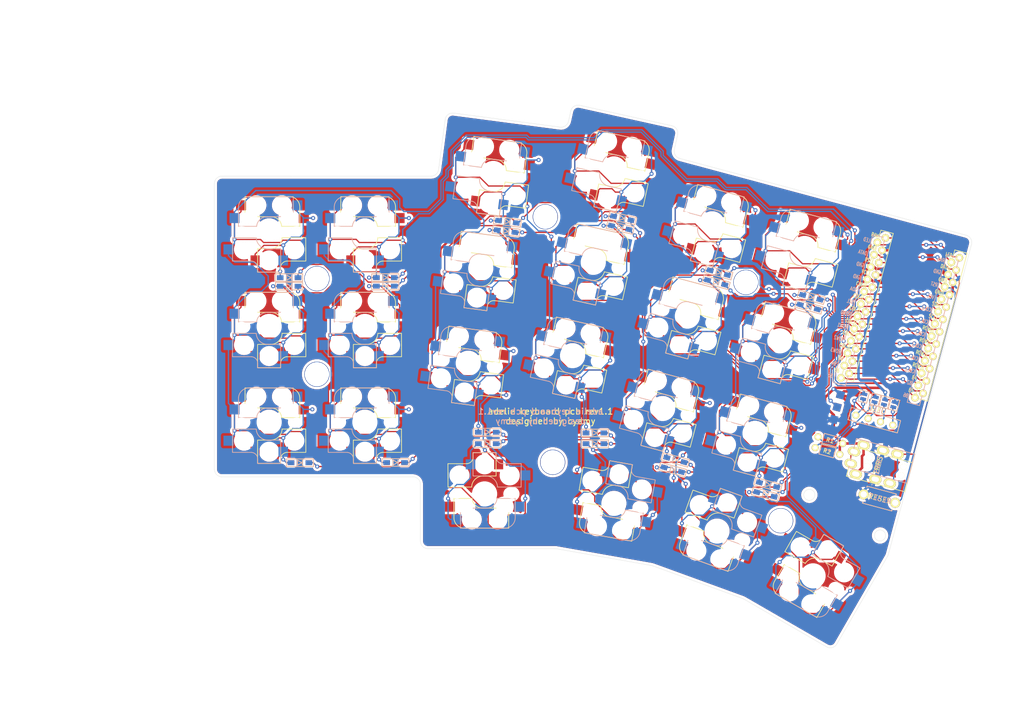
<source format=kicad_pcb>
(kicad_pcb (version 20171130) (host pcbnew "(5.1.2)-2")
  (layers (0 F.Cu signal) (31 B.Cu signal) (34 B.Paste user) (35 F.Paste user hide) (36 B.SilkS user hide) (37 F.SilkS user) (38 B.Mask user) (39 F.Mask user) (44 Edge.Cuts user))
  (net 0 "")
  (net 1 row0)
  (net 2 "Net-(D1-Pad2)")
  (net 3 "Net-(D2-Pad2)")
  (net 4 "Net-(D3-Pad2)")
  (net 5 "Net-(D4-Pad2)")
  (net 6 "Net-(D5-Pad2)")
  (net 7 "Net-(D6-Pad2)")
  (net 8 "Net-(D7-Pad2)")
  (net 9 row1)
  (net 10 "Net-(D8-Pad2)")
  (net 11 "Net-(D9-Pad2)")
  (net 12 "Net-(D10-Pad2)")
  (net 13 "Net-(D11-Pad2)")
  (net 14 "Net-(D12-Pad2)")
  (net 15 "Net-(D13-Pad2)")
  (net 16 row2)
  (net 17 "Net-(D14-Pad2)")
  (net 18 "Net-(D15-Pad2)")
  (net 19 "Net-(D16-Pad2)")
  (net 20 "Net-(D17-Pad2)")
  (net 21 "Net-(D18-Pad2)")
  (net 22 row3)
  (net 23 "Net-(D19-Pad2)")
  (net 24 "Net-(D20-Pad2)")
  (net 25 "Net-(D21-Pad2)")
  (net 26 VCC)
  (net 27 "Net-(J1-PadA)")
  (net 28 data)
  (net 29 GND)
  (net 30 led)
  (net 31 "Net-(J3-Pad1)")
  (net 32 "Net-(J3-Pad2)")
  (net 33 "Net-(J3-Pad3)")
  (net 34 "Net-(J3-Pad4)")
  (net 35 scl)
  (net 36 sda)
  (net 37 col0)
  (net 38 col1)
  (net 39 col2)
  (net 40 col3)
  (net 41 col4)
  (net 42 col5)
  (net 43 reset)
  (net 44 "Net-(U1-Pad24)")
  (net 45 "Net-(U1-Pad14)")
  (net 46 "Net-(U1-Pad13)")
  (net 47 "Net-(U1-Pad12)")
  (net 48 "Net-(U1-Pad11)")
  (net 49 "Net-(D22-Pad2)")
  (module kbd:CherryMX_Choc_Hotswap (layer F.Cu) (at 203.270505 144.79203 150)
    (fp_text reference SW22 hide)
    (fp_text value SW_PUSH hide)
    (pad 2 smd rect (at 5.6 -5.08 330) (size 2 2) (layers B.Cu B.Paste B.Mask) (net 49 "Net-(D22-Pad2)"))
    (pad "" np_thru_hole circle (at -3.81 -2.54 330) (size 3 3) (drill 3) (layers *.Cu *.Mask))
    (pad "" np_thru_hole circle (at -5.08 0 150) (size 1.7 1.7) (drill 1.7) (layers *.Cu *.Mask))
    (pad "" np_thru_hole circle (at 5.08 0 150) (size 1.7 1.7) (drill 1.7) (layers *.Cu *.Mask))
    (pad "" np_thru_hole circle (at 5.5 0 240) (size 1.9 1.9) (drill 1.9) (layers *.Cu *.Mask))
    (pad "" np_thru_hole circle (at -5.5 0 240) (size 1.9 1.9) (drill 1.9) (layers *.Cu *.Mask))
    (pad "" np_thru_hole circle (at 0 0 240) (size 4 4) (drill 4) (layers *.Cu *.Mask))
    (pad "" np_thru_hole circle (at 2.54 -5.08 330) (size 3 3) (drill 3) (layers *.Cu *.Mask))
    (pad 1 smd rect (at -6.9 -2.54 330) (size 2 2) (layers B.Cu B.Paste B.Mask) (net 42 col5))
    (pad "" np_thru_hole circle (at 0 5.9 240) (size 3 3) (drill 3) (layers *.Cu *.Mask))
    (pad "" np_thru_hole circle (at -5 3.7 240) (size 3 3) (drill 3) (layers *.Cu *.Mask))
    (pad 2 smd rect (at 2.8 5.9 330) (size 1.9 2) (layers B.Cu B.Paste B.Mask) (net 49 "Net-(D22-Pad2)"))
    (pad 1 smd rect (at -8.1 3.7 330) (size 2 2) (layers B.Cu B.Paste B.Mask) (net 42 col5))
    (pad 1 smd rect (at 8.1 3.7 330) (size 2 2) (layers F.Cu F.Paste F.Mask) (net 42 col5))
    (pad 2 smd rect (at -2.8 5.9 330) (size 1.8 2) (layers F.Cu F.Paste F.Mask) (net 49 "Net-(D22-Pad2)"))
    (pad "" np_thru_hole circle (at 5 3.7 60) (size 3 3) (drill 3) (layers *.Cu *.Mask))
    (pad 2 smd rect (at 6.9 -2.54 330) (size 2 2) (layers F.Cu F.Paste F.Mask) (net 49 "Net-(D22-Pad2)"))
    (pad "" np_thru_hole circle (at -2.54 -5.08 330) (size 3 3) (drill 3) (layers *.Cu *.Mask))
    (pad "" np_thru_hole circle (at 3.81 -2.54 330) (size 3 3) (drill 3) (layers *.Cu *.Mask))
    (pad 1 smd rect (at -5.6 -5.08 330) (size 2 2) (layers F.Cu F.Paste F.Mask) (net 42 col5))
  )
  (module kbd:CherryMX_Choc_Hotswap (layer F.Cu) (at 196.655166 97.992835 345)
    (fp_text reference SW12 hide)
    (fp_text value SW_PUSH hide)
    (pad 2 smd rect (at 5.6 -5.08 165) (size 2 2) (layers B.Cu B.Paste B.Mask) (net 14 "Net-(D12-Pad2)"))
    (pad "" np_thru_hole circle (at -3.81 -2.54 165) (size 3 3) (drill 3) (layers *.Cu *.Mask))
    (pad "" np_thru_hole circle (at -5.08 0 345) (size 1.7 1.7) (drill 1.7) (layers *.Cu *.Mask))
    (pad "" np_thru_hole circle (at 5.08 0 345) (size 1.7 1.7) (drill 1.7) (layers *.Cu *.Mask))
    (pad "" np_thru_hole circle (at 5.5 0 75) (size 1.9 1.9) (drill 1.9) (layers *.Cu *.Mask))
    (pad "" np_thru_hole circle (at -5.5 0 75) (size 1.9 1.9) (drill 1.9) (layers *.Cu *.Mask))
    (pad "" np_thru_hole circle (at 0 0 75) (size 4 4) (drill 4) (layers *.Cu *.Mask))
    (pad "" np_thru_hole circle (at 2.54 -5.08 165) (size 3 3) (drill 3) (layers *.Cu *.Mask))
    (pad 1 smd rect (at -6.9 -2.54 165) (size 2 2) (layers B.Cu B.Paste B.Mask) (net 42 col5))
    (pad "" np_thru_hole circle (at 0 5.9 75) (size 3 3) (drill 3) (layers *.Cu *.Mask))
    (pad "" np_thru_hole circle (at -5 3.7 75) (size 3 3) (drill 3) (layers *.Cu *.Mask))
    (pad 2 smd rect (at 2.8 5.9 165) (size 1.9 2) (layers B.Cu B.Paste B.Mask) (net 14 "Net-(D12-Pad2)"))
    (pad 1 smd rect (at -8.1 3.7 165) (size 2 2) (layers B.Cu B.Paste B.Mask) (net 42 col5))
    (pad 1 smd rect (at 8.1 3.7 165) (size 2 2) (layers F.Cu F.Paste F.Mask) (net 42 col5))
    (pad 2 smd rect (at -2.8 5.9 165) (size 1.8 2) (layers F.Cu F.Paste F.Mask) (net 14 "Net-(D12-Pad2)"))
    (pad "" np_thru_hole circle (at 5 3.7 255) (size 3 3) (drill 3) (layers *.Cu *.Mask))
    (pad 2 smd rect (at 6.9 -2.54 165) (size 2 2) (layers F.Cu F.Paste F.Mask) (net 14 "Net-(D12-Pad2)"))
    (pad "" np_thru_hole circle (at -2.54 -5.08 165) (size 3 3) (drill 3) (layers *.Cu *.Mask))
    (pad "" np_thru_hole circle (at 3.81 -2.54 165) (size 3 3) (drill 3) (layers *.Cu *.Mask))
    (pad 1 smd rect (at -5.6 -5.08 165) (size 2 2) (layers F.Cu F.Paste F.Mask) (net 42 col5))
  )
  (module kbd:CherryMX_Choc_Hotswap (layer F.Cu) (at 184.171645 135.863861 160)
    (fp_text reference SW21 hide)
    (fp_text value SW_PUSH hide)
    (pad 2 smd rect (at 5.6 -5.08 340) (size 2 2) (layers B.Cu B.Paste B.Mask) (net 25 "Net-(D21-Pad2)"))
    (pad "" np_thru_hole circle (at -3.81 -2.54 340) (size 3 3) (drill 3) (layers *.Cu *.Mask))
    (pad "" np_thru_hole circle (at -5.08 0 160) (size 1.7 1.7) (drill 1.7) (layers *.Cu *.Mask))
    (pad "" np_thru_hole circle (at 5.08 0 160) (size 1.7 1.7) (drill 1.7) (layers *.Cu *.Mask))
    (pad "" np_thru_hole circle (at 5.5 0 250) (size 1.9 1.9) (drill 1.9) (layers *.Cu *.Mask))
    (pad "" np_thru_hole circle (at -5.5 0 250) (size 1.9 1.9) (drill 1.9) (layers *.Cu *.Mask))
    (pad "" np_thru_hole circle (at 0 0 250) (size 4 4) (drill 4) (layers *.Cu *.Mask))
    (pad "" np_thru_hole circle (at 2.54 -5.08 340) (size 3 3) (drill 3) (layers *.Cu *.Mask))
    (pad 1 smd rect (at -6.9 -2.54 340) (size 2 2) (layers B.Cu B.Paste B.Mask) (net 41 col4))
    (pad "" np_thru_hole circle (at 0 5.9 250) (size 3 3) (drill 3) (layers *.Cu *.Mask))
    (pad "" np_thru_hole circle (at -5 3.7 250) (size 3 3) (drill 3) (layers *.Cu *.Mask))
    (pad 2 smd rect (at 2.8 5.9 340) (size 1.9 2) (layers B.Cu B.Paste B.Mask) (net 25 "Net-(D21-Pad2)"))
    (pad 1 smd rect (at -8.1 3.7 340) (size 2 2) (layers B.Cu B.Paste B.Mask) (net 41 col4))
    (pad 1 smd rect (at 8.1 3.7 340) (size 2 2) (layers F.Cu F.Paste F.Mask) (net 41 col4))
    (pad 2 smd rect (at -2.8 5.9 340) (size 1.8 2) (layers F.Cu F.Paste F.Mask) (net 25 "Net-(D21-Pad2)"))
    (pad "" np_thru_hole circle (at 5 3.7 70) (size 3 3) (drill 3) (layers *.Cu *.Mask))
    (pad 2 smd rect (at 6.9 -2.54 340) (size 2 2) (layers F.Cu F.Paste F.Mask) (net 25 "Net-(D21-Pad2)"))
    (pad "" np_thru_hole circle (at -2.54 -5.08 340) (size 3 3) (drill 3) (layers *.Cu *.Mask))
    (pad "" np_thru_hole circle (at 3.81 -2.54 340) (size 3 3) (drill 3) (layers *.Cu *.Mask))
    (pad 1 smd rect (at -5.6 -5.08 340) (size 2 2) (layers F.Cu F.Paste F.Mask) (net 41 col4))
  )
  (module kbd:CherryMX_Choc_Hotswap (layer F.Cu) (at 191.725026 116.397675 345)
    (fp_text reference SW18 hide)
    (fp_text value SW_PUSH hide)
    (pad 1 smd rect (at -5.6 -5.08 165) (size 2 2) (layers F.Cu F.Paste F.Mask) (net 42 col5))
    (pad "" np_thru_hole circle (at 3.81 -2.54 165) (size 3 3) (drill 3) (layers *.Cu *.Mask))
    (pad "" np_thru_hole circle (at -2.54 -5.08 165) (size 3 3) (drill 3) (layers *.Cu *.Mask))
    (pad 2 smd rect (at 6.9 -2.54 165) (size 2 2) (layers F.Cu F.Paste F.Mask) (net 21 "Net-(D18-Pad2)"))
    (pad "" np_thru_hole circle (at 5 3.7 255) (size 3 3) (drill 3) (layers *.Cu *.Mask))
    (pad 2 smd rect (at -2.8 5.9 165) (size 1.8 2) (layers F.Cu F.Paste F.Mask) (net 21 "Net-(D18-Pad2)"))
    (pad 1 smd rect (at 8.1 3.7 165) (size 2 2) (layers F.Cu F.Paste F.Mask) (net 42 col5))
    (pad 1 smd rect (at -8.1 3.7 165) (size 2 2) (layers B.Cu B.Paste B.Mask) (net 42 col5))
    (pad 2 smd rect (at 2.8 5.9 165) (size 1.9 2) (layers B.Cu B.Paste B.Mask) (net 21 "Net-(D18-Pad2)"))
    (pad "" np_thru_hole circle (at -5 3.7 75) (size 3 3) (drill 3) (layers *.Cu *.Mask))
    (pad "" np_thru_hole circle (at 0 5.9 75) (size 3 3) (drill 3) (layers *.Cu *.Mask))
    (pad 1 smd rect (at -6.9 -2.54 165) (size 2 2) (layers B.Cu B.Paste B.Mask) (net 42 col5))
    (pad "" np_thru_hole circle (at 2.54 -5.08 165) (size 3 3) (drill 3) (layers *.Cu *.Mask))
    (pad "" np_thru_hole circle (at 0 0 75) (size 4 4) (drill 4) (layers *.Cu *.Mask))
    (pad "" np_thru_hole circle (at -5.5 0 75) (size 1.9 1.9) (drill 1.9) (layers *.Cu *.Mask))
    (pad "" np_thru_hole circle (at 5.5 0 75) (size 1.9 1.9) (drill 1.9) (layers *.Cu *.Mask))
    (pad "" np_thru_hole circle (at 5.08 0 345) (size 1.7 1.7) (drill 1.7) (layers *.Cu *.Mask))
    (pad "" np_thru_hole circle (at -5.08 0 345) (size 1.7 1.7) (drill 1.7) (layers *.Cu *.Mask))
    (pad "" np_thru_hole circle (at -3.81 -2.54 165) (size 3 3) (drill 3) (layers *.Cu *.Mask))
    (pad 2 smd rect (at 5.6 -5.08 165) (size 2 2) (layers B.Cu B.Paste B.Mask) (net 21 "Net-(D18-Pad2)"))
  )
  (module kbd:CherryMX_Choc_Hotswap (layer F.Cu) (at 155.414476 100.928621 347.5)
    (fp_text reference SW16 hide)
    (fp_text value SW_PUSH hide)
    (pad 2 smd rect (at 5.6 -5.08 167.5) (size 2 2) (layers B.Cu B.Paste B.Mask) (net 19 "Net-(D16-Pad2)"))
    (pad "" np_thru_hole circle (at -3.81 -2.54 167.5) (size 3 3) (drill 3) (layers *.Cu *.Mask))
    (pad "" np_thru_hole circle (at -5.08 0 347.5) (size 1.7 1.7) (drill 1.7) (layers *.Cu *.Mask))
    (pad "" np_thru_hole circle (at 5.08 0 347.5) (size 1.7 1.7) (drill 1.7) (layers *.Cu *.Mask))
    (pad "" np_thru_hole circle (at 5.5 0 77.5) (size 1.9 1.9) (drill 1.9) (layers *.Cu *.Mask))
    (pad "" np_thru_hole circle (at -5.5 0 77.5) (size 1.9 1.9) (drill 1.9) (layers *.Cu *.Mask))
    (pad "" np_thru_hole circle (at 0 0 77.5) (size 4 4) (drill 4) (layers *.Cu *.Mask))
    (pad "" np_thru_hole circle (at 2.54 -5.08 167.5) (size 3 3) (drill 3) (layers *.Cu *.Mask))
    (pad 1 smd rect (at -6.9 -2.54 167.5) (size 2 2) (layers B.Cu B.Paste B.Mask) (net 40 col3))
    (pad "" np_thru_hole circle (at 0 5.9 77.5) (size 3 3) (drill 3) (layers *.Cu *.Mask))
    (pad "" np_thru_hole circle (at -5 3.7 77.5) (size 3 3) (drill 3) (layers *.Cu *.Mask))
    (pad 2 smd rect (at 2.8 5.9 167.5) (size 1.9 2) (layers B.Cu B.Paste B.Mask) (net 19 "Net-(D16-Pad2)"))
    (pad 1 smd rect (at -8.1 3.7 167.5) (size 2 2) (layers B.Cu B.Paste B.Mask) (net 40 col3))
    (pad 1 smd rect (at 8.1 3.7 167.5) (size 2 2) (layers F.Cu F.Paste F.Mask) (net 40 col3))
    (pad 2 smd rect (at -2.8 5.9 167.5) (size 1.8 2) (layers F.Cu F.Paste F.Mask) (net 19 "Net-(D16-Pad2)"))
    (pad "" np_thru_hole circle (at 5 3.7 257.5) (size 3 3) (drill 3) (layers *.Cu *.Mask))
    (pad 2 smd rect (at 6.9 -2.54 167.5) (size 2 2) (layers F.Cu F.Paste F.Mask) (net 19 "Net-(D16-Pad2)"))
    (pad "" np_thru_hole circle (at -2.54 -5.08 167.5) (size 3 3) (drill 3) (layers *.Cu *.Mask))
    (pad "" np_thru_hole circle (at 3.81 -2.54 167.5) (size 3 3) (drill 3) (layers *.Cu *.Mask))
    (pad 1 smd rect (at -5.6 -5.08 167.5) (size 2 2) (layers F.Cu F.Paste F.Mask) (net 40 col3))
  )
  (module kbd:CherryMX_Choc_Hotswap (layer F.Cu) (at 137.9024 128.4751 180)
    (fp_text reference SW19 hide)
    (fp_text value SW_PUSH hide)
    (pad 2 smd rect (at 5.6 -5.08) (size 2 2) (layers B.Cu B.Paste B.Mask) (net 23 "Net-(D19-Pad2)"))
    (pad "" np_thru_hole circle (at -3.81 -2.54) (size 3 3) (drill 3) (layers *.Cu *.Mask))
    (pad "" np_thru_hole circle (at -5.08 0 180) (size 1.7 1.7) (drill 1.7) (layers *.Cu *.Mask))
    (pad "" np_thru_hole circle (at 5.08 0 180) (size 1.7 1.7) (drill 1.7) (layers *.Cu *.Mask))
    (pad "" np_thru_hole circle (at 5.5 0 270) (size 1.9 1.9) (drill 1.9) (layers *.Cu *.Mask))
    (pad "" np_thru_hole circle (at -5.5 0 270) (size 1.9 1.9) (drill 1.9) (layers *.Cu *.Mask))
    (pad "" np_thru_hole circle (at 0 0 270) (size 4 4) (drill 4) (layers *.Cu *.Mask))
    (pad "" np_thru_hole circle (at 2.54 -5.08) (size 3 3) (drill 3) (layers *.Cu *.Mask))
    (pad 1 smd rect (at -6.9 -2.54) (size 2 2) (layers B.Cu B.Paste B.Mask) (net 39 col2))
    (pad "" np_thru_hole circle (at 0 5.9 270) (size 3 3) (drill 3) (layers *.Cu *.Mask))
    (pad "" np_thru_hole circle (at -5 3.7 270) (size 3 3) (drill 3) (layers *.Cu *.Mask))
    (pad 2 smd rect (at 2.8 5.9) (size 1.9 2) (layers B.Cu B.Paste B.Mask) (net 23 "Net-(D19-Pad2)"))
    (pad 1 smd rect (at -8.1 3.7) (size 2 2) (layers B.Cu B.Paste B.Mask) (net 39 col2))
    (pad 1 smd rect (at 8.1 3.7) (size 2 2) (layers F.Cu F.Paste F.Mask) (net 39 col2))
    (pad 2 smd rect (at -2.8 5.9) (size 1.8 2) (layers F.Cu F.Paste F.Mask) (net 23 "Net-(D19-Pad2)"))
    (pad "" np_thru_hole circle (at 5 3.7 90) (size 3 3) (drill 3) (layers *.Cu *.Mask))
    (pad 2 smd rect (at 6.9 -2.54) (size 2 2) (layers F.Cu F.Paste F.Mask) (net 23 "Net-(D19-Pad2)"))
    (pad "" np_thru_hole circle (at -2.54 -5.08) (size 3 3) (drill 3) (layers *.Cu *.Mask))
    (pad "" np_thru_hole circle (at 3.81 -2.54) (size 3 3) (drill 3) (layers *.Cu *.Mask))
    (pad 1 smd rect (at -5.6 -5.08) (size 2 2) (layers F.Cu F.Paste F.Mask) (net 39 col2))
  )
  (module kbd:CherryMX_Choc_Hotswap (layer F.Cu) (at 163.642446 130.35231 170)
    (fp_text reference SW20 hide)
    (fp_text value SW_PUSH hide)
    (pad 1 smd rect (at -5.6 -5.08 350) (size 2 2) (layers F.Cu F.Paste F.Mask) (net 40 col3))
    (pad "" np_thru_hole circle (at 3.81 -2.54 350) (size 3 3) (drill 3) (layers *.Cu *.Mask))
    (pad "" np_thru_hole circle (at -2.54 -5.08 350) (size 3 3) (drill 3) (layers *.Cu *.Mask))
    (pad 2 smd rect (at 6.9 -2.54 350) (size 2 2) (layers F.Cu F.Paste F.Mask) (net 24 "Net-(D20-Pad2)"))
    (pad "" np_thru_hole circle (at 5 3.7 80) (size 3 3) (drill 3) (layers *.Cu *.Mask))
    (pad 2 smd rect (at -2.8 5.9 350) (size 1.8 2) (layers F.Cu F.Paste F.Mask) (net 24 "Net-(D20-Pad2)"))
    (pad 1 smd rect (at 8.1 3.7 350) (size 2 2) (layers F.Cu F.Paste F.Mask) (net 40 col3))
    (pad 1 smd rect (at -8.1 3.7 350) (size 2 2) (layers B.Cu B.Paste B.Mask) (net 40 col3))
    (pad 2 smd rect (at 2.8 5.9 350) (size 1.9 2) (layers B.Cu B.Paste B.Mask) (net 24 "Net-(D20-Pad2)"))
    (pad "" np_thru_hole circle (at -5 3.7 260) (size 3 3) (drill 3) (layers *.Cu *.Mask))
    (pad "" np_thru_hole circle (at 0 5.9 260) (size 3 3) (drill 3) (layers *.Cu *.Mask))
    (pad 1 smd rect (at -6.9 -2.54 350) (size 2 2) (layers B.Cu B.Paste B.Mask) (net 40 col3))
    (pad "" np_thru_hole circle (at 2.54 -5.08 350) (size 3 3) (drill 3) (layers *.Cu *.Mask))
    (pad "" np_thru_hole circle (at 0 0 260) (size 4 4) (drill 4) (layers *.Cu *.Mask))
    (pad "" np_thru_hole circle (at -5.5 0 260) (size 1.9 1.9) (drill 1.9) (layers *.Cu *.Mask))
    (pad "" np_thru_hole circle (at 5.5 0 260) (size 1.9 1.9) (drill 1.9) (layers *.Cu *.Mask))
    (pad "" np_thru_hole circle (at 5.08 0 170) (size 1.7 1.7) (drill 1.7) (layers *.Cu *.Mask))
    (pad "" np_thru_hole circle (at -5.08 0 170) (size 1.7 1.7) (drill 1.7) (layers *.Cu *.Mask))
    (pad "" np_thru_hole circle (at -3.81 -2.54 350) (size 3 3) (drill 3) (layers *.Cu *.Mask))
    (pad 2 smd rect (at 5.6 -5.08 350) (size 2 2) (layers B.Cu B.Paste B.Mask) (net 24 "Net-(D20-Pad2)"))
  )
  (module kbd:CherryMX_Choc_Hotswap (layer F.Cu) (at 173.334944 111.454889 345)
    (fp_text reference SW17 hide)
    (fp_text value SW_PUSH hide)
    (pad 1 smd rect (at -5.6 -5.08 165) (size 2 2) (layers F.Cu F.Paste F.Mask) (net 41 col4))
    (pad "" np_thru_hole circle (at 3.81 -2.54 165) (size 3 3) (drill 3) (layers *.Cu *.Mask))
    (pad "" np_thru_hole circle (at -2.54 -5.08 165) (size 3 3) (drill 3) (layers *.Cu *.Mask))
    (pad 2 smd rect (at 6.9 -2.54 165) (size 2 2) (layers F.Cu F.Paste F.Mask) (net 20 "Net-(D17-Pad2)"))
    (pad "" np_thru_hole circle (at 5 3.7 255) (size 3 3) (drill 3) (layers *.Cu *.Mask))
    (pad 2 smd rect (at -2.8 5.9 165) (size 1.8 2) (layers F.Cu F.Paste F.Mask) (net 20 "Net-(D17-Pad2)"))
    (pad 1 smd rect (at 8.1 3.7 165) (size 2 2) (layers F.Cu F.Paste F.Mask) (net 41 col4))
    (pad 1 smd rect (at -8.1 3.7 165) (size 2 2) (layers B.Cu B.Paste B.Mask) (net 41 col4))
    (pad 2 smd rect (at 2.8 5.9 165) (size 1.9 2) (layers B.Cu B.Paste B.Mask) (net 20 "Net-(D17-Pad2)"))
    (pad "" np_thru_hole circle (at -5 3.7 75) (size 3 3) (drill 3) (layers *.Cu *.Mask))
    (pad "" np_thru_hole circle (at 0 5.9 75) (size 3 3) (drill 3) (layers *.Cu *.Mask))
    (pad 1 smd rect (at -6.9 -2.54 165) (size 2 2) (layers B.Cu B.Paste B.Mask) (net 41 col4))
    (pad "" np_thru_hole circle (at 2.54 -5.08 165) (size 3 3) (drill 3) (layers *.Cu *.Mask))
    (pad "" np_thru_hole circle (at 0 0 75) (size 4 4) (drill 4) (layers *.Cu *.Mask))
    (pad "" np_thru_hole circle (at -5.5 0 75) (size 1.9 1.9) (drill 1.9) (layers *.Cu *.Mask))
    (pad "" np_thru_hole circle (at 5.5 0 75) (size 1.9 1.9) (drill 1.9) (layers *.Cu *.Mask))
    (pad "" np_thru_hole circle (at 5.08 0 345) (size 1.7 1.7) (drill 1.7) (layers *.Cu *.Mask))
    (pad "" np_thru_hole circle (at -5.08 0 345) (size 1.7 1.7) (drill 1.7) (layers *.Cu *.Mask))
    (pad "" np_thru_hole circle (at -3.81 -2.54 165) (size 3 3) (drill 3) (layers *.Cu *.Mask))
    (pad 2 smd rect (at 5.6 -5.08 165) (size 2 2) (layers B.Cu B.Paste B.Mask) (net 20 "Net-(D17-Pad2)"))
  )
  (module kbd:D3_SMD (layer F.Cu) (at 138.43884 118.48666 180)
    (fp_text reference D19 hide)
    (fp_text value D hide)
    (pad 1 smd rect (at -1.775 0 180) (size 1.3 0.95) (layers F.Cu F.Paste F.Mask) (net 22 row3))
    (pad 2 smd rect (at 1.775 0 180) (size 1.3 0.95) (layers B.Cu B.Paste B.Mask) (net 23 "Net-(D19-Pad2)"))
    (pad 1 smd rect (at -1.775 0 180) (size 1.3 0.95) (layers B.Cu B.Paste B.Mask) (net 22 row3))
    (pad 2 smd rect (at 1.775 0 180) (size 1.3 0.95) (layers F.Cu F.Paste F.Mask) (net 23 "Net-(D19-Pad2)"))
  )
  (module kbd:HOLE (layer F.Cu) (at 151.45814 122.16892)
    (fp_text reference Ref**)
    (fp_text value Val**)
    (pad "" np_thru_hole circle (at 0 0) (size 5 5) (drill 4.8) (layers *.Cu *.Mask))
  )
  (module kbd:HOLE (layer F.Cu) (at 149.98314 73.27974)
    (fp_text reference Ref**)
    (fp_text value Val**)
    (pad "" np_thru_hole circle (at 0 0) (size 5 5) (drill 4.8) (layers *.Cu *.Mask))
  )
  (module kbd:HOLE (layer F.Cu) (at 196.82254 133.80212)
    (fp_text reference Ref**)
    (fp_text value Val**)
    (pad "" np_thru_hole circle (at 0 0) (size 5 5) (drill 4.8) (layers *.Cu *.Mask))
  )
  (module kbd:HOLE (layer F.Cu) (at 189.91374 86.32952)
    (fp_text reference Ref**)
    (fp_text value Val**)
    (pad "" np_thru_hole circle (at 0 0) (size 5 5) (drill 4.8) (layers *.Cu *.Mask))
  )
  (module kbd:HOLE (layer F.Cu) (at 104.54434 104.64292)
    (fp_text reference Ref**)
    (fp_text value Val**)
    (pad "" np_thru_hole circle (at 0 0) (size 5 5) (drill 4.8) (layers *.Cu *.Mask))
  )
  (module kbd:HOLE (layer F.Cu) (at 104.54434 85.59292)
    (fp_text reference Ref**)
    (fp_text value Val**)
    (pad "" np_thru_hole circle (at 0 0) (size 5 5) (drill 4.8) (layers *.Cu *.Mask))
  )
  (module kbd:D3_SMD (layer F.Cu) (at 99.00488 85.40316 180)
    (fp_text reference D1 hide)
    (fp_text value D hide)
    (pad 1 smd rect (at -1.775 0 180) (size 1.3 0.95) (layers F.Cu F.Paste F.Mask) (net 1 row0))
    (pad 2 smd rect (at 1.775 0 180) (size 1.3 0.95) (layers B.Cu B.Paste B.Mask) (net 2 "Net-(D1-Pad2)"))
    (pad 1 smd rect (at -1.775 0 180) (size 1.3 0.95) (layers B.Cu B.Paste B.Mask) (net 1 row0))
    (pad 2 smd rect (at 1.775 0 180) (size 1.3 0.95) (layers F.Cu F.Paste F.Mask) (net 2 "Net-(D1-Pad2)"))
  )
  (module kbd:D3_SMD (layer F.Cu) (at 118.14632 85.393 180)
    (fp_text reference D2 hide)
    (fp_text value D hide)
    (pad 2 smd rect (at 1.775 0 180) (size 1.3 0.95) (layers F.Cu F.Paste F.Mask) (net 3 "Net-(D2-Pad2)"))
    (pad 1 smd rect (at -1.775 0 180) (size 1.3 0.95) (layers B.Cu B.Paste B.Mask) (net 1 row0))
    (pad 2 smd rect (at 1.775 0 180) (size 1.3 0.95) (layers B.Cu B.Paste B.Mask) (net 3 "Net-(D2-Pad2)"))
    (pad 1 smd rect (at -1.775 0 180) (size 1.3 0.95) (layers F.Cu F.Paste F.Mask) (net 1 row0))
  )
  (module kbd:D3_SMD (layer F.Cu) (at 142.44696 74.2678 172.5)
    (fp_text reference D3 hide)
    (fp_text value D hide)
    (pad 2 smd rect (at 1.775 0 172.5) (size 1.3 0.95) (layers F.Cu F.Paste F.Mask) (net 4 "Net-(D3-Pad2)"))
    (pad 1 smd rect (at -1.775 0 172.5) (size 1.3 0.95) (layers B.Cu B.Paste B.Mask) (net 1 row0))
    (pad 2 smd rect (at 1.775 0 172.5) (size 1.3 0.95) (layers B.Cu B.Paste B.Mask) (net 4 "Net-(D3-Pad2)"))
    (pad 1 smd rect (at -1.775 0 172.5) (size 1.3 0.95) (layers F.Cu F.Paste F.Mask) (net 1 row0))
  )
  (module kbd:D3_SMD (layer F.Cu) (at 165.305065 73.5674 167.5)
    (fp_text reference D4 hide)
    (fp_text value D hide)
    (pad 1 smd rect (at -1.775 0 167.5) (size 1.3 0.95) (layers F.Cu F.Paste F.Mask) (net 1 row0))
    (pad 2 smd rect (at 1.775 0 167.5) (size 1.3 0.95) (layers B.Cu B.Paste B.Mask) (net 5 "Net-(D4-Pad2)"))
    (pad 1 smd rect (at -1.775 0 167.5) (size 1.3 0.95) (layers B.Cu B.Paste B.Mask) (net 1 row0))
    (pad 2 smd rect (at 1.775 0 167.5) (size 1.3 0.95) (layers F.Cu F.Paste F.Mask) (net 5 "Net-(D4-Pad2)"))
  )
  (module kbd:D3_SMD (layer F.Cu) (at 184.50682 84.41256 165)
    (fp_text reference D5 hide)
    (fp_text value D hide)
    (pad 2 smd rect (at 1.775 0 165) (size 1.3 0.95) (layers F.Cu F.Paste F.Mask) (net 6 "Net-(D5-Pad2)"))
    (pad 1 smd rect (at -1.775 0 165) (size 1.3 0.95) (layers B.Cu B.Paste B.Mask) (net 1 row0))
    (pad 2 smd rect (at 1.775 0 165) (size 1.3 0.95) (layers B.Cu B.Paste B.Mask) (net 6 "Net-(D5-Pad2)"))
    (pad 1 smd rect (at -1.775 0 165) (size 1.3 0.95) (layers F.Cu F.Paste F.Mask) (net 1 row0))
  )
  (module kbd:D3_SMD (layer F.Cu) (at 202.92182 89.31222 165)
    (fp_text reference D6 hide)
    (fp_text value D hide)
    (pad 1 smd rect (at -1.775 0 165) (size 1.3 0.95) (layers F.Cu F.Paste F.Mask) (net 1 row0))
    (pad 2 smd rect (at 1.775 0 165) (size 1.3 0.95) (layers B.Cu B.Paste B.Mask) (net 7 "Net-(D6-Pad2)"))
    (pad 1 smd rect (at -1.775 0 165) (size 1.3 0.95) (layers B.Cu B.Paste B.Mask) (net 1 row0))
    (pad 2 smd rect (at 1.775 0 165) (size 1.3 0.95) (layers F.Cu F.Paste F.Mask) (net 7 "Net-(D6-Pad2)"))
  )
  (module kbd:D3_SMD (layer F.Cu) (at 99.00326 87.11004 180)
    (fp_text reference D7 hide)
    (fp_text value D hide)
    (pad 1 smd rect (at -1.775 0 180) (size 1.3 0.95) (layers F.Cu F.Paste F.Mask) (net 9 row1))
    (pad 2 smd rect (at 1.775 0 180) (size 1.3 0.95) (layers B.Cu B.Paste B.Mask) (net 8 "Net-(D7-Pad2)"))
    (pad 1 smd rect (at -1.775 0 180) (size 1.3 0.95) (layers B.Cu B.Paste B.Mask) (net 9 row1))
    (pad 2 smd rect (at 1.775 0 180) (size 1.3 0.95) (layers F.Cu F.Paste F.Mask) (net 8 "Net-(D7-Pad2)"))
  )
  (module kbd:D3_SMD (layer F.Cu) (at 118.13962 87.08972 180)
    (fp_text reference D8 hide)
    (fp_text value D hide)
    (pad 1 smd rect (at -1.775 0 180) (size 1.3 0.95) (layers F.Cu F.Paste F.Mask) (net 9 row1))
    (pad 2 smd rect (at 1.775 0 180) (size 1.3 0.95) (layers B.Cu B.Paste B.Mask) (net 10 "Net-(D8-Pad2)"))
    (pad 1 smd rect (at -1.775 0 180) (size 1.3 0.95) (layers B.Cu B.Paste B.Mask) (net 9 row1))
    (pad 2 smd rect (at 1.775 0 180) (size 1.3 0.95) (layers F.Cu F.Paste F.Mask) (net 10 "Net-(D8-Pad2)"))
  )
  (module kbd:D3_SMD (layer F.Cu) (at 142.18788 76.1601 172.5)
    (fp_text reference D9 hide)
    (fp_text value D hide)
    (pad 1 smd rect (at -1.775 0 172.5) (size 1.3 0.95) (layers F.Cu F.Paste F.Mask) (net 9 row1))
    (pad 2 smd rect (at 1.775 0 172.5) (size 1.3 0.95) (layers B.Cu B.Paste B.Mask) (net 11 "Net-(D9-Pad2)"))
    (pad 1 smd rect (at -1.775 0 172.5) (size 1.3 0.95) (layers B.Cu B.Paste B.Mask) (net 9 row1))
    (pad 2 smd rect (at 1.775 0 172.5) (size 1.3 0.95) (layers F.Cu F.Paste F.Mask) (net 11 "Net-(D9-Pad2)"))
  )
  (module kbd:D3_SMD (layer F.Cu) (at 164.89548 75.4362 167.5)
    (fp_text reference D10 hide)
    (fp_text value D hide)
    (pad 2 smd rect (at 1.775 0 167.5) (size 1.3 0.95) (layers F.Cu F.Paste F.Mask) (net 12 "Net-(D10-Pad2)"))
    (pad 1 smd rect (at -1.775 0 167.5) (size 1.3 0.95) (layers B.Cu B.Paste B.Mask) (net 9 row1))
    (pad 2 smd rect (at 1.775 0 167.5) (size 1.3 0.95) (layers B.Cu B.Paste B.Mask) (net 12 "Net-(D10-Pad2)"))
    (pad 1 smd rect (at -1.775 0 167.5) (size 1.3 0.95) (layers F.Cu F.Paste F.Mask) (net 9 row1))
  )
  (module kbd:D3_SMD (layer F.Cu) (at 183.9785 86.35566 165)
    (fp_text reference D11 hide)
    (fp_text value D hide)
    (pad 1 smd rect (at -1.775 0 165) (size 1.3 0.95) (layers F.Cu F.Paste F.Mask) (net 9 row1))
    (pad 2 smd rect (at 1.775 0 165) (size 1.3 0.95) (layers B.Cu B.Paste B.Mask) (net 13 "Net-(D11-Pad2)"))
    (pad 1 smd rect (at -1.775 0 165) (size 1.3 0.95) (layers B.Cu B.Paste B.Mask) (net 9 row1))
    (pad 2 smd rect (at 1.775 0 165) (size 1.3 0.95) (layers F.Cu F.Paste F.Mask) (net 13 "Net-(D11-Pad2)"))
  )
  (module kbd:D3_SMD (layer F.Cu) (at 202.4207 91.24188 165)
    (fp_text reference D12 hide)
    (fp_text value D hide)
    (pad 2 smd rect (at 1.775 0 165) (size 1.3 0.95) (layers F.Cu F.Paste F.Mask) (net 14 "Net-(D12-Pad2)"))
    (pad 1 smd rect (at -1.775 0 165) (size 1.3 0.95) (layers B.Cu B.Paste B.Mask) (net 9 row1))
    (pad 2 smd rect (at 1.775 0 165) (size 1.3 0.95) (layers B.Cu B.Paste B.Mask) (net 14 "Net-(D12-Pad2)"))
    (pad 1 smd rect (at -1.775 0 165) (size 1.3 0.95) (layers F.Cu F.Paste F.Mask) (net 9 row1))
  )
  (module kbd:D3_SMD (layer F.Cu) (at 101.15418 122.25856 180)
    (fp_text reference D13 hide)
    (fp_text value D hide)
    (pad 2 smd rect (at 1.775 0 180) (size 1.3 0.95) (layers F.Cu F.Paste F.Mask) (net 15 "Net-(D13-Pad2)"))
    (pad 1 smd rect (at -1.775 0 180) (size 1.3 0.95) (layers B.Cu B.Paste B.Mask) (net 16 row2))
    (pad 2 smd rect (at 1.775 0 180) (size 1.3 0.95) (layers B.Cu B.Paste B.Mask) (net 15 "Net-(D13-Pad2)"))
    (pad 1 smd rect (at -1.775 0 180) (size 1.3 0.95) (layers F.Cu F.Paste F.Mask) (net 16 row2))
  )
  (module kbd:D3_SMD (layer F.Cu) (at 120.18894 122.22554 180)
    (fp_text reference D14 hide)
    (fp_text value D hide)
    (pad 1 smd rect (at -1.775 0 180) (size 1.3 0.95) (layers F.Cu F.Paste F.Mask) (net 16 row2))
    (pad 2 smd rect (at 1.775 0 180) (size 1.3 0.95) (layers B.Cu B.Paste B.Mask) (net 17 "Net-(D14-Pad2)"))
    (pad 1 smd rect (at -1.775 0 180) (size 1.3 0.95) (layers B.Cu B.Paste B.Mask) (net 16 row2))
    (pad 2 smd rect (at 1.775 0 180) (size 1.3 0.95) (layers F.Cu F.Paste F.Mask) (net 17 "Net-(D14-Pad2)"))
  )
  (module kbd:D3_SMD (layer F.Cu) (at 138.43884 116.17526 180)
    (fp_text reference D15 hide)
    (fp_text value D hide)
    (pad 2 smd rect (at 1.775 0 180) (size 1.3 0.95) (layers F.Cu F.Paste F.Mask) (net 18 "Net-(D15-Pad2)"))
    (pad 1 smd rect (at -1.775 0 180) (size 1.3 0.95) (layers B.Cu B.Paste B.Mask) (net 16 row2))
    (pad 2 smd rect (at 1.775 0 180) (size 1.3 0.95) (layers B.Cu B.Paste B.Mask) (net 18 "Net-(D15-Pad2)"))
    (pad 1 smd rect (at -1.775 0 180) (size 1.3 0.95) (layers F.Cu F.Paste F.Mask) (net 16 row2))
  )
  (module kbd:D3_SMD (layer F.Cu) (at 159.86328 116.32766 180)
    (fp_text reference De hide)
    (fp_text value D hide)
    (pad 1 smd rect (at -1.775 0 180) (size 1.3 0.95) (layers F.Cu F.Paste F.Mask) (net 16 row2))
    (pad 2 smd rect (at 1.775 0 180) (size 1.3 0.95) (layers B.Cu B.Paste B.Mask) (net 19 "Net-(D16-Pad2)"))
    (pad 1 smd rect (at -1.775 0 180) (size 1.3 0.95) (layers B.Cu B.Paste B.Mask) (net 16 row2))
    (pad 2 smd rect (at 1.775 0 180) (size 1.3 0.95) (layers F.Cu F.Paste F.Mask) (net 19 "Net-(D16-Pad2)"))
  )
  (module kbd:D3_SMD (layer F.Cu) (at 175.8886 121.69722 165)
    (fp_text reference D17 hide)
    (fp_text value D hide)
    (pad 1 smd rect (at -1.775 0 165) (size 1.3 0.95) (layers F.Cu F.Paste F.Mask) (net 16 row2))
    (pad 2 smd rect (at 1.775 0 165) (size 1.3 0.95) (layers B.Cu B.Paste B.Mask) (net 20 "Net-(D17-Pad2)"))
    (pad 1 smd rect (at -1.775 0 165) (size 1.3 0.95) (layers B.Cu B.Paste B.Mask) (net 16 row2))
    (pad 2 smd rect (at 1.775 0 165) (size 1.3 0.95) (layers F.Cu F.Paste F.Mask) (net 20 "Net-(D17-Pad2)"))
  )
  (module kbd:D3_SMD (layer F.Cu) (at 194.306158 126.650556 165)
    (fp_text reference D18 hide)
    (fp_text value D hide)
    (pad 2 smd rect (at 1.775 0 165) (size 1.3 0.95) (layers F.Cu F.Paste F.Mask) (net 21 "Net-(D18-Pad2)"))
    (pad 1 smd rect (at -1.775 0 165) (size 1.3 0.95) (layers B.Cu B.Paste B.Mask) (net 16 row2))
    (pad 2 smd rect (at 1.775 0 165) (size 1.3 0.95) (layers B.Cu B.Paste B.Mask) (net 21 "Net-(D18-Pad2)"))
    (pad 1 smd rect (at -1.775 0 165) (size 1.3 0.95) (layers F.Cu F.Paste F.Mask) (net 16 row2))
  )
  (module kbd:D3_SMD (layer F.Cu) (at 159.86628 118.48158 180)
    (fp_text reference D20 hide)
    (fp_text value D hide)
    (pad 2 smd rect (at 1.775 0 180) (size 1.3 0.95) (layers F.Cu F.Paste F.Mask) (net 24 "Net-(D20-Pad2)"))
    (pad 1 smd rect (at -1.775 0 180) (size 1.3 0.95) (layers B.Cu B.Paste B.Mask) (net 22 row3))
    (pad 2 smd rect (at 1.775 0 180) (size 1.3 0.95) (layers B.Cu B.Paste B.Mask) (net 24 "Net-(D20-Pad2)"))
    (pad 1 smd rect (at -1.775 0 180) (size 1.3 0.95) (layers F.Cu F.Paste F.Mask) (net 22 row3))
  )
  (module kbd:D3_SMD (layer F.Cu) (at 175.3552 123.64794 165)
    (fp_text reference D21 hide)
    (fp_text value D hide)
    (pad 2 smd rect (at 1.775 0 165) (size 1.3 0.95) (layers F.Cu F.Paste F.Mask) (net 25 "Net-(D21-Pad2)"))
    (pad 1 smd rect (at -1.775 0 165) (size 1.3 0.95) (layers B.Cu B.Paste B.Mask) (net 22 row3))
    (pad 2 smd rect (at 1.775 0 165) (size 1.3 0.95) (layers B.Cu B.Paste B.Mask) (net 25 "Net-(D21-Pad2)"))
    (pad 1 smd rect (at -1.775 0 165) (size 1.3 0.95) (layers F.Cu F.Paste F.Mask) (net 22 row3))
  )
  (module kbd:D3_SMD (layer F.Cu) (at 193.793078 128.57554 165)
    (fp_text reference D22 hide)
    (fp_text value D hide)
    (pad 1 smd rect (at -1.775 0 165) (size 1.3 0.95) (layers F.Cu F.Paste F.Mask) (net 22 row3))
    (pad 2 smd rect (at 1.775 0 165) (size 1.3 0.95) (layers B.Cu B.Paste B.Mask) (net 49 "Net-(D22-Pad2)"))
    (pad 1 smd rect (at -1.775 0 165) (size 1.3 0.95) (layers B.Cu B.Paste B.Mask) (net 22 row3))
    (pad 2 smd rect (at 1.775 0 165) (size 1.3 0.95) (layers F.Cu F.Paste F.Mask) (net 49 "Net-(D22-Pad2)"))
  )
  (module kbd:MJ-4PP-9 (layer F.Cu) (at 222.273895 125.138059 255)
    (fp_text reference J1)
    (fp_text value MJ-4PP-9 hide)
    (fp_text user TRRS (at -0.8255 6.4135 255) (layer B.SilkS) (effects (justify mirror)))
    (fp_text user TRRS (at -0.75 6.45 255) (layer F.SilkS))
    (pad "" np_thru_hole circle (at -1.75 8.5 255) (size 1.2 1.2) (drill 1.2) (layers *.Cu *.Mask F.SilkS))
    (pad "" np_thru_hole circle (at -1.75 1.5 255) (size 1.2 1.2) (drill 1.2) (layers *.Cu *.Mask F.SilkS))
    (pad D thru_hole oval (at -3.85 10.3 255) (size 1.7 2.5) (drill oval 1 1.5) (layers *.Cu *.Mask F.SilkS) (net 26 VCC) (clearance 0.15))
    (pad A thru_hole oval (at 0.35 11.8 255) (size 1.7 2.5) (drill oval 1 1.5) (layers *.Cu *.Mask F.SilkS) (net 27 "Net-(J1-PadA)") (clearance 0.15))
    (pad B thru_hole oval (at -3.85 3.3 255) (size 1.7 2.5) (drill oval 1 1.5) (layers *.Cu *.Mask F.SilkS) (net 28 data))
    (pad C thru_hole oval (at -3.85 6.3 255) (size 1.7 2.5) (drill oval 1 1.5) (layers *.Cu *.Mask F.SilkS) (net 29 GND))
    (pad "" np_thru_hole circle (at 0 1.5 255) (size 1.2 1.2) (drill 1.2) (layers *.Cu *.Mask F.SilkS))
    (pad "" np_thru_hole circle (at 0 8.5 255) (size 1.2 1.2) (drill 1.2) (layers *.Cu *.Mask F.SilkS))
    (pad B thru_hole oval (at 2.1 3.3 255) (size 1.7 2.5) (drill oval 1 1.5) (layers *.Cu *.Mask F.SilkS) (net 28 data))
    (pad C thru_hole oval (at 2.1 6.3 255) (size 1.7 2.5) (drill oval 1 1.5) (layers *.Cu *.Mask F.SilkS) (net 29 GND))
    (pad D thru_hole oval (at 2.1 10.3 255) (size 1.7 2.5) (drill oval 1 1.5) (layers *.Cu *.Mask F.SilkS) (net 26 VCC) (clearance 0.15))
    (pad A thru_hole oval (at -2.1 11.8 255) (size 1.7 2.5) (drill oval 1 1.5) (layers *.Cu *.Mask F.SilkS) (net 27 "Net-(J1-PadA)") (clearance 0.15))
  )
  (module kbd:StripLED_rev (layer F.Cu) (at 208.722261 108.743597 345)
    (fp_text reference J2 hide)
    (fp_text value Conn_01x03 hide)
    (pad 3 smd rect (at 0 0 345) (size 1.524 1.524) (layers B.Cu B.Paste B.Mask) (net 26 VCC))
    (pad 2 smd rect (at 0 2.54 345) (size 1.524 1.524) (layers B.Cu B.Paste B.Mask) (net 30 led))
    (pad 1 smd rect (at 0 5.08 345) (size 1.524 1.524) (layers B.Cu B.Paste B.Mask) (net 29 GND))
    (pad 1 smd rect (at 0 0 345) (size 1.524 1.524) (layers F.Cu F.Paste F.Mask) (net 29 GND))
    (pad 2 smd rect (at 0 2.54 345) (size 1.524 1.524) (layers F.Cu F.Paste F.Mask) (net 30 led))
    (pad 3 smd rect (at 0 5.08 345) (size 1.524 1.524) (layers F.Cu F.Paste F.Mask) (net 26 VCC))
  )
  (module kbd:OLED (layer F.Cu) (at 211.783517 112.792159 345)
    (fp_text reference J3)
    (fp_text value Conn_01x04 hide)
    (fp_text user OLED (at 3.8 -2.1 345) (layer F.SilkS))
    (fp_text user OLED (at 3.75 -2.1 345) (layer B.SilkS) (effects (justify mirror)))
    (pad 1 thru_hole circle (at 0 0 345) (size 1.397 1.397) (drill 0.8128) (layers *.Cu *.Mask F.SilkS) (net 31 "Net-(J3-Pad1)"))
    (pad 2 thru_hole circle (at 2.54 0 345) (size 1.397 1.397) (drill 0.8128) (layers *.Cu *.Mask F.SilkS) (net 32 "Net-(J3-Pad2)"))
    (pad 3 thru_hole circle (at 5.08 0 345) (size 1.397 1.397) (drill 0.8128) (layers *.Cu *.Mask F.SilkS) (net 33 "Net-(J3-Pad3)"))
    (pad 4 thru_hole circle (at 7.62 0 345) (size 1.397 1.397) (drill 0.8128) (layers *.Cu *.Mask F.SilkS) (net 34 "Net-(J3-Pad4)"))
  )
  (module kbd:Jumper (layer B.Cu) (at 219.380248 110.69755 75)
    (fp_text reference JP1 hide)
    (fp_text value Jumper_NO_Small hide)
    (pad 2 smd rect (at 0.50038 0 75) (size 0.635 1.143) (layers B.Cu B.Paste B.Mask) (net 29 GND) (clearance 0.1905))
    (pad 1 smd rect (at -0.50038 0 75) (size 0.635 1.143) (layers B.Cu B.Paste B.Mask) (net 34 "Net-(J3-Pad4)") (clearance 0.1905))
  )
  (module kbd:Jumper (layer B.Cu) (at 217.508268 110.19717 75)
    (fp_text reference JP2 hide)
    (fp_text value Jumper_NO_Small hide)
    (pad 1 smd rect (at -0.50038 0 75) (size 0.635 1.143) (layers B.Cu B.Paste B.Mask) (net 33 "Net-(J3-Pad3)") (clearance 0.1905))
    (pad 2 smd rect (at 0.50038 0 75) (size 0.635 1.143) (layers B.Cu B.Paste B.Mask) (net 26 VCC) (clearance 0.1905))
  )
  (module kbd:Jumper (layer B.Cu) (at 215.63378 109.69498 75)
    (fp_text reference JP3 hide)
    (fp_text value Jumper_NO_Small hide)
    (pad 2 smd rect (at 0.50038 0 75) (size 0.635 1.143) (layers B.Cu B.Paste B.Mask) (net 35 scl) (clearance 0.1905))
    (pad 1 smd rect (at -0.50038 0 75) (size 0.635 1.143) (layers B.Cu B.Paste B.Mask) (net 32 "Net-(J3-Pad2)") (clearance 0.1905))
  )
  (module kbd:Jumper (layer B.Cu) (at 213.362988 109.08211 75)
    (fp_text reference JP4 hide)
    (fp_text value Jumper_NO_Small hide)
    (pad 1 smd rect (at -0.50038 0 75) (size 0.635 1.143) (layers B.Cu B.Paste B.Mask) (net 31 "Net-(J3-Pad1)") (clearance 0.1905))
    (pad 2 smd rect (at 0.50038 0 75) (size 0.635 1.143) (layers B.Cu B.Paste B.Mask) (net 36 sda) (clearance 0.1905))
  )
  (module kbd:Jumper (layer F.Cu) (at 219.380312 110.69901 75)
    (fp_text reference JP5 hide)
    (fp_text value Jumper_NO_Small hide)
    (pad 2 smd rect (at 0.50038 0 75) (size 0.635 1.143) (layers F.Cu F.Paste F.Mask) (net 36 sda) (clearance 0.1905))
    (pad 1 smd rect (at -0.50038 0 75) (size 0.635 1.143) (layers F.Cu F.Paste F.Mask) (net 34 "Net-(J3-Pad4)") (clearance 0.1905))
  )
  (module kbd:Jumper (layer F.Cu) (at 217.508332 110.19609 75)
    (fp_text reference JP6 hide)
    (fp_text value Jumper_NO_Small hide)
    (pad 1 smd rect (at -0.50038 0 75) (size 0.635 1.143) (layers F.Cu F.Paste F.Mask) (net 33 "Net-(J3-Pad3)") (clearance 0.1905))
    (pad 2 smd rect (at 0.50038 0 75) (size 0.635 1.143) (layers F.Cu F.Paste F.Mask) (net 35 scl) (clearance 0.1905))
  )
  (module kbd:Jumper (layer F.Cu) (at 215.633812 109.69425 75)
    (fp_text reference JP7 hide)
    (fp_text value Jumper_NO_Small hide)
    (pad 2 smd rect (at 0.50038 0 75) (size 0.635 1.143) (layers F.Cu F.Paste F.Mask) (net 26 VCC) (clearance 0.1905))
    (pad 1 smd rect (at -0.50038 0 75) (size 0.635 1.143) (layers F.Cu F.Paste F.Mask) (net 32 "Net-(J3-Pad2)") (clearance 0.1905))
  )
  (module kbd:Jumper (layer F.Cu) (at 213.36302 109.08284 75)
    (fp_text reference JP8 hide)
    (fp_text value Jumper_NO_Small hide)
    (pad 1 smd rect (at -0.50038 0 75) (size 0.635 1.143) (layers F.Cu F.Paste F.Mask) (net 31 "Net-(J3-Pad1)") (clearance 0.1905))
    (pad 2 smd rect (at 0.50038 0 75) (size 0.635 1.143) (layers F.Cu F.Paste F.Mask) (net 29 GND) (clearance 0.1905))
  )
  (module kbd:R (layer F.Cu) (at 206.721848 117.77338 165)
    (fp_text reference R1 (at 0.05 -0.08 165) (layer F.SilkS) (effects (font (size 0.8128 0.8128))))
    (fp_text value R hide)
    (fp_text user ** (at 0 -0.0635 165) (layer B.SilkS) (effects (font (size 0.8128 0.8128)) (justify mirror)))
    (pad 1 thru_hole circle (at -2.54 0 165) (size 1.397 1.397) (drill 0.8128) (layers *.Cu *.Mask F.SilkS) (net 26 VCC))
    (pad 2 thru_hole circle (at 2.54 0 165) (size 1.397 1.397) (drill 0.8128) (layers *.Cu *.Mask F.SilkS) (net 36 sda))
  )
  (module kbd:R (layer F.Cu) (at 206.142728 119.93238 165)
    (fp_text reference R2 (at 0.05 -0.08 165) (layer F.SilkS) (effects (font (size 0.8128 0.8128))))
    (fp_text value R hide)
    (fp_text user ** (at 0 -0.0635 165) (layer B.SilkS) (effects (font (size 0.8128 0.8128)) (justify mirror)))
    (pad 2 thru_hole circle (at 2.54 0 165) (size 1.397 1.397) (drill 0.8128) (layers *.Cu *.Mask F.SilkS) (net 35 scl))
    (pad 1 thru_hole circle (at -2.54 0 165) (size 1.397 1.397) (drill 0.8128) (layers *.Cu *.Mask F.SilkS) (net 26 VCC))
  )
  (module kbd:ResetSW (layer F.Cu) (at 216.48542 129.3985 345)
    (fp_text reference SW23 hide)
    (fp_text value SW_PUSH)
    (fp_text user RESET (at 0.127 0 345) (layer B.SilkS) (effects (justify mirror)))
    (fp_text user RESET (at 0 0 345) (layer F.SilkS))
    (pad 1 thru_hole circle (at 3.25 0 345) (size 2 2) (drill 1.3) (layers *.Cu *.Mask F.SilkS) (net 43 reset))
    (pad 2 thru_hole circle (at -3.25 0 345) (size 2 2) (drill 1.3) (layers *.Cu *.Mask F.SilkS) (net 29 GND))
  )
  (module kbd:ProMicro_v2 (layer F.Cu) (at 221.238043 93.446352 345)
    (fp_text reference U1 hide)
    (fp_text value ProMicro hide)
    (fp_text user RAW (at -9.7155 -14.478 345) (layer F.SilkS) (effects (font (size 0.75 0.5) (thickness 0.125))))
    (fp_text user LED (at 5.5 -14.478 345) (layer F.SilkS) (effects (font (size 0.75 0.5) (thickness 0.125))))
    (fp_text user GND (at -9.7155 -11.938 345) (layer F.SilkS) (effects (font (size 0.75 0.5) (thickness 0.125))))
    (fp_text user DATA (at 5.35 -11.95 345) (layer F.SilkS) (effects (font (size 0.75 0.5) (thickness 0.125))))
    (fp_text user RST (at -9.7155 -9.3345 345) (layer F.SilkS) (effects (font (size 0.75 0.5) (thickness 0.125))))
    (fp_text user GND (at 5.5245 -9.3345 345) (layer F.SilkS) (effects (font (size 0.75 0.5) (thickness 0.125))))
    (fp_text user VCC (at -9.7155 -6.858 345) (layer F.SilkS) (effects (font (size 0.75 0.5) (thickness 0.125))))
    (fp_text user GND (at 5.461 -6.7945 345) (layer F.SilkS) (effects (font (size 0.75 0.5) (thickness 0.125))))
    (fp_text user COL3 (at -10 3.35 345) (layer F.SilkS) (effects (font (size 0.75 0.5) (thickness 0.125))))
    (fp_text user ROW0 (at 5.2 0.8 345) (layer F.SilkS) (effects (font (size 0.75 0.5) (thickness 0.125))))
    (fp_text user COL2 (at -9.9 0.762 345) (layer F.SilkS) (effects (font (size 0.75 0.5) (thickness 0.125))))
    (fp_text user SCL (at 5.461 -1.778 345) (layer F.SilkS) (effects (font (size 0.75 0.5) (thickness 0.125))))
    (fp_text user COL1 (at -9.85 -1.778 345) (layer F.SilkS) (effects (font (size 0.75 0.5) (thickness 0.125))))
    (fp_text user SDA (at 5.461 -4.318 345) (layer F.SilkS) (effects (font (size 0.75 0.5) (thickness 0.125))))
    (fp_text user COL0 (at -9.9 -4.3 345) (layer F.SilkS) (effects (font (size 0.75 0.5) (thickness 0.125))))
    (fp_text user B6 (at -10.05 13.5 345) (layer F.SilkS) (effects (font (size 0.75 0.5) (thickness 0.125))))
    (fp_text user B5 (at 5.2 13.5255 345) (layer F.SilkS) (effects (font (size 0.75 0.5) (thickness 0.125))))
    (fp_text user B4 (at 5.2 10.922 345) (layer F.SilkS) (effects (font (size 0.75 0.5) (thickness 0.125))))
    (fp_text user B2 (at -9.95 10.95 345) (layer F.SilkS) (effects (font (size 0.75 0.5) (thickness 0.125))))
    (fp_text user ROW3 (at 5.2 8.4455 345) (layer F.SilkS) (effects (font (size 0.75 0.5) (thickness 0.125))))
    (fp_text user COL5 (at -9.95 8.4455 345) (layer F.SilkS) (effects (font (size 0.75 0.5) (thickness 0.125))))
    (fp_text user ROW2 (at 5.2 5.85 345) (layer F.SilkS) (effects (font (size 0.75 0.5) (thickness 0.125))))
    (fp_text user COL4 (at -9.95 5.85 345) (layer F.SilkS) (effects (font (size 0.75 0.5) (thickness 0.125))))
    (fp_text user ROW1 (at 5.25 3.302 345) (layer F.SilkS) (effects (font (size 0.75 0.5) (thickness 0.125))))
    (fp_text user ROW1 (at -11.3 4.6355 345) (layer B.SilkS) (effects (font (size 0.75 0.5) (thickness 0.125)) (justify mirror)))
    (fp_text user COL4 (at 3.95 7.112 345) (layer B.SilkS) (effects (font (size 0.75 0.5) (thickness 0.125)) (justify mirror)))
    (fp_text user ROW2 (at -11.3 7.239 345) (layer B.SilkS) (effects (font (size 0.75 0.5) (thickness 0.125)) (justify mirror)))
    (fp_text user COL5 (at 4 9.75 345) (layer B.SilkS) (effects (font (size 0.75 0.5) (thickness 0.125)) (justify mirror)))
    (fp_text user ROW3 (at -11.3 9.75 345) (layer B.SilkS) (effects (font (size 0.75 0.5) (thickness 0.125)) (justify mirror)))
    (fp_text user B2 (at 4.5085 12.1285 345) (layer B.SilkS) (effects (font (size 0.75 0.5) (thickness 0.125)) (justify mirror)))
    (fp_text user B4 (at -11.049 12.2555 345) (layer B.SilkS) (effects (font (size 0.75 0.5) (thickness 0.125)) (justify mirror)))
    (fp_text user B5 (at -11.049 14.7955 345) (layer B.SilkS) (effects (font (size 0.75 0.5) (thickness 0.125)) (justify mirror)))
    (fp_text user B6 (at 4.445 14.732 345) (layer B.SilkS) (effects (font (size 0.75 0.5) (thickness 0.125)) (justify mirror)))
    (fp_text user COL0 (at 4 -2.95 345) (layer B.SilkS) (effects (font (size 0.75 0.5) (thickness 0.125)) (justify mirror)))
    (fp_text user SDA (at -11.049 -2.9845 345) (layer B.SilkS) (effects (font (size 0.75 0.5) (thickness 0.125)) (justify mirror)))
    (fp_text user COL1 (at 4 -0.4445 345) (layer B.SilkS) (effects (font (size 0.75 0.5) (thickness 0.125)) (justify mirror)))
    (fp_text user SCL (at -11.049 -0.4445 345) (layer B.SilkS) (effects (font (size 0.75 0.5) (thickness 0.125)) (justify mirror)))
    (fp_text user COL2 (at 4 2.1 345) (layer B.SilkS) (effects (font (size 0.75 0.5) (thickness 0.125)) (justify mirror)))
    (fp_text user ROW0 (at -11.3 2.032 345) (layer B.SilkS) (effects (font (size 0.75 0.5) (thickness 0.125)) (justify mirror)))
    (fp_text user COL3 (at 4 4.6 345) (layer B.SilkS) (effects (font (size 0.75 0.5) (thickness 0.125)) (justify mirror)))
    (fp_text user GND (at -11.049 -5.5245 345) (layer B.SilkS) (effects (font (size 0.75 0.5) (thickness 0.125)) (justify mirror)))
    (fp_text user VCC (at 4.1275 -5.5245 345) (layer B.SilkS) (effects (font (size 0.75 0.5) (thickness 0.125)) (justify mirror)))
    (fp_text user GND (at -11.049 -8.0645 345) (layer B.SilkS) (effects (font (size 0.75 0.5) (thickness 0.125)) (justify mirror)))
    (fp_text user RST (at 4.191 -8.0645 345) (layer B.SilkS) (effects (font (size 0.75 0.5) (thickness 0.125)) (justify mirror)))
    (fp_text user DATA (at -11.2 -10.5 345) (layer B.SilkS) (effects (font (size 0.75 0.5) (thickness 0.125)) (justify mirror)))
    (fp_text user GND (at 4.1275 -10.668 345) (layer B.SilkS) (effects (font (size 0.75 0.5) (thickness 0.125)) (justify mirror)))
    (fp_text user LED (at -11.049 -13.1445 345) (layer B.SilkS) (effects (font (size 0.75 0.5) (thickness 0.125)) (justify mirror)))
    (fp_text user RAW (at 4.191 -13.1445 345) (layer B.SilkS) (effects (font (size 0.75 0.5) (thickness 0.125)) (justify mirror)))
    (pad 24 thru_hole circle (at 6.35 -13.208 345) (size 1.524 1.524) (drill 0.8128) (layers *.Cu *.Mask F.SilkS) (net 44 "Net-(U1-Pad24)"))
    (pad 23 thru_hole circle (at 6.35 -10.668 345) (size 1.524 1.524) (drill 0.8128) (layers *.Cu *.Mask F.SilkS) (net 29 GND))
    (pad 22 thru_hole circle (at 6.35 -8.128 345) (size 1.524 1.524) (drill 0.8128) (layers *.Cu *.Mask F.SilkS) (net 43 reset))
    (pad 21 thru_hole circle (at 6.35 -5.588 345) (size 1.524 1.524) (drill 0.8128) (layers *.Cu *.Mask F.SilkS) (net 26 VCC))
    (pad 20 thru_hole circle (at 6.35 -3.048 345) (size 1.524 1.524) (drill 0.8128) (layers *.Cu *.Mask F.SilkS) (net 37 col0))
    (pad 19 thru_hole circle (at 6.35 -0.508 345) (size 1.524 1.524) (drill 0.8128) (layers *.Cu *.Mask F.SilkS) (net 38 col1))
    (pad 18 thru_hole circle (at 6.35 2.032 345) (size 1.524 1.524) (drill 0.8128) (layers *.Cu *.Mask F.SilkS) (net 39 col2))
    (pad 17 thru_hole circle (at 6.35 4.572 345) (size 1.524 1.524) (drill 0.8128) (layers *.Cu *.Mask F.SilkS) (net 40 col3))
    (pad 16 thru_hole circle (at 6.35 7.112 345) (size 1.524 1.524) (drill 0.8128) (layers *.Cu *.Mask F.SilkS) (net 41 col4))
    (pad 15 thru_hole circle (at 6.35 9.652 345) (size 1.524 1.524) (drill 0.8128) (layers *.Cu *.Mask F.SilkS) (net 42 col5))
    (pad 14 thru_hole circle (at 6.35 12.192 345) (size 1.524 1.524) (drill 0.8128) (layers *.Cu *.Mask F.SilkS) (net 45 "Net-(U1-Pad14)"))
    (pad 13 thru_hole circle (at 6.35 14.732 345) (size 1.524 1.524) (drill 0.8128) (layers *.Cu *.Mask F.SilkS) (net 46 "Net-(U1-Pad13)"))
    (pad 12 thru_hole circle (at -8.89 14.732 345) (size 1.524 1.524) (drill 0.8128) (layers *.Cu *.Mask F.SilkS) (net 47 "Net-(U1-Pad12)"))
    (pad 11 thru_hole circle (at -8.89 12.192 345) (size 1.524 1.524) (drill 0.8128) (layers *.Cu *.Mask F.SilkS) (net 48 "Net-(U1-Pad11)"))
    (pad 10 thru_hole circle (at -8.89 9.652 345) (size 1.524 1.524) (drill 0.8128) (layers *.Cu *.Mask F.SilkS) (net 22 row3))
    (pad 9 thru_hole circle (at -8.89 7.112 345) (size 1.524 1.524) (drill 0.8128) (layers *.Cu *.Mask F.SilkS) (net 16 row2))
    (pad 8 thru_hole circle (at -8.89 4.572 345) (size 1.524 1.524) (drill 0.8128) (layers *.Cu *.Mask F.SilkS) (net 9 row1))
    (pad 7 thru_hole circle (at -8.89 2.032 345) (size 1.524 1.524) (drill 0.8128) (layers *.Cu *.Mask F.SilkS) (net 1 row0))
    (pad 6 thru_hole circle (at -8.89 -0.508 345) (size 1.524 1.524) (drill 0.8128) (layers *.Cu *.Mask F.SilkS) (net 35 scl))
    (pad 5 thru_hole circle (at -8.89 -3.048 345) (size 1.524 1.524) (drill 0.8128) (layers *.Cu *.Mask F.SilkS) (net 36 sda))
    (pad 4 thru_hole circle (at -8.89 -5.588 345) (size 1.524 1.524) (drill 0.8128) (layers *.Cu *.Mask F.SilkS) (net 29 GND))
    (pad 3 thru_hole circle (at -8.89 -8.128 345) (size 1.524 1.524) (drill 0.8128) (layers *.Cu *.Mask F.SilkS) (net 29 GND))
    (pad 2 thru_hole circle (at -8.89 -10.668 345) (size 1.524 1.524) (drill 0.8128) (layers *.Cu *.Mask F.SilkS) (net 28 data))
    (pad 1 thru_hole circle (at -8.89 -13.208 345) (size 1.524 1.524) (drill 0.8128) (layers *.Cu *.Mask F.SilkS) (net 30 led))
    (pad 1 thru_hole circle (at 7.6564 -14.478 345) (size 1.524 1.524) (drill 0.8128) (layers *.Cu *.Mask F.SilkS) (net 30 led))
    (pad 2 thru_hole circle (at 7.6564 -11.938 345) (size 1.524 1.524) (drill 0.8128) (layers *.Cu *.Mask F.SilkS) (net 28 data))
    (pad 3 thru_hole circle (at 7.6564 -9.398 345) (size 1.524 1.524) (drill 0.8128) (layers *.Cu *.Mask F.SilkS) (net 29 GND))
    (pad 4 thru_hole circle (at 7.6564 -6.858 345) (size 1.524 1.524) (drill 0.8128) (layers *.Cu *.Mask F.SilkS) (net 29 GND))
    (pad 5 thru_hole circle (at 7.6564 -4.318 345) (size 1.524 1.524) (drill 0.8128) (layers *.Cu *.Mask F.SilkS) (net 36 sda))
    (pad 6 thru_hole circle (at 7.6564 -1.778 345) (size 1.524 1.524) (drill 0.8128) (layers *.Cu *.Mask F.SilkS) (net 35 scl))
    (pad 7 thru_hole circle (at 7.6564 0.762 345) (size 1.524 1.524) (drill 0.8128) (layers *.Cu *.Mask F.SilkS) (net 1 row0))
    (pad 8 thru_hole circle (at 7.6564 3.302 345) (size 1.524 1.524) (drill 0.8128) (layers *.Cu *.Mask F.SilkS) (net 9 row1))
    (pad 9 thru_hole circle (at 7.6564 5.842 345) (size 1.524 1.524) (drill 0.8128) (layers *.Cu *.Mask F.SilkS) (net 16 row2))
    (pad 10 thru_hole circle (at 7.6564 8.382 345) (size 1.524 1.524) (drill 0.8128) (layers *.Cu *.Mask F.SilkS) (net 22 row3))
    (pad 11 thru_hole circle (at 7.6564 10.922 345) (size 1.524 1.524) (drill 0.8128) (layers *.Cu *.Mask F.SilkS) (net 48 "Net-(U1-Pad11)"))
    (pad 12 thru_hole circle (at 7.6564 13.462 345) (size 1.524 1.524) (drill 0.8128) (layers *.Cu *.Mask F.SilkS) (net 47 "Net-(U1-Pad12)"))
    (pad 13 thru_hole circle (at -7.5636 13.462 345) (size 1.524 1.524) (drill 0.8128) (layers *.Cu *.Mask F.SilkS) (net 46 "Net-(U1-Pad13)"))
    (pad 14 thru_hole circle (at -7.5636 10.922 345) (size 1.524 1.524) (drill 0.8128) (layers *.Cu *.Mask F.SilkS) (net 45 "Net-(U1-Pad14)"))
    (pad 15 thru_hole circle (at -7.5636 8.382 345) (size 1.524 1.524) (drill 0.8128) (layers *.Cu *.Mask F.SilkS) (net 42 col5))
    (pad 16 thru_hole circle (at -7.5636 5.842 345) (size 1.524 1.524) (drill 0.8128) (layers *.Cu *.Mask F.SilkS) (net 41 col4))
    (pad 17 thru_hole circle (at -7.5636 3.302 345) (size 1.524 1.524) (drill 0.8128) (layers *.Cu *.Mask F.SilkS) (net 40 col3))
    (pad 18 thru_hole circle (at -7.5636 0.762 345) (size 1.524 1.524) (drill 0.8128) (layers *.Cu *.Mask F.SilkS) (net 39 col2))
    (pad 19 thru_hole circle (at -7.5636 -1.778 345) (size 1.524 1.524) (drill 0.8128) (layers *.Cu *.Mask F.SilkS) (net 38 col1))
    (pad 20 thru_hole circle (at -7.5636 -4.318 345) (size 1.524 1.524) (drill 0.8128) (layers *.Cu *.Mask F.SilkS) (net 37 col0))
    (pad 21 thru_hole circle (at -7.5636 -6.858 345) (size 1.524 1.524) (drill 0.8128) (layers *.Cu *.Mask F.SilkS) (net 26 VCC))
    (pad 22 thru_hole circle (at -7.5636 -9.398 345) (size 1.524 1.524) (drill 0.8128) (layers *.Cu *.Mask F.SilkS) (net 43 reset))
    (pad 23 thru_hole circle (at -7.5636 -11.938 345) (size 1.524 1.524) (drill 0.8128) (layers *.Cu *.Mask F.SilkS) (net 29 GND))
    (pad 24 thru_hole circle (at -7.5636 -14.478 345) (size 1.524 1.524) (drill 0.8128) (layers *.Cu *.Mask F.SilkS) (net 44 "Net-(U1-Pad24)"))
  )
  (module kbd:CherryMX_Choc_Hotswap (layer F.Cu) (at 95.03204 76.07554)
    (fp_text reference SW1 hide)
    (fp_text value SW_PUSH hide)
    (pad 2 smd rect (at 5.6 -5.08 180) (size 2 2) (layers B.Cu B.Paste B.Mask) (net 2 "Net-(D1-Pad2)"))
    (pad "" np_thru_hole circle (at -3.81 -2.54 180) (size 3 3) (drill 3) (layers *.Cu *.Mask))
    (pad "" np_thru_hole circle (at -5.08 0) (size 1.7 1.7) (drill 1.7) (layers *.Cu *.Mask))
    (pad "" np_thru_hole circle (at 5.08 0) (size 1.7 1.7) (drill 1.7) (layers *.Cu *.Mask))
    (pad "" np_thru_hole circle (at 5.5 0 90) (size 1.9 1.9) (drill 1.9) (layers *.Cu *.Mask))
    (pad "" np_thru_hole circle (at -5.5 0 90) (size 1.9 1.9) (drill 1.9) (layers *.Cu *.Mask))
    (pad "" np_thru_hole circle (at 0 0 90) (size 4 4) (drill 4) (layers *.Cu *.Mask))
    (pad "" np_thru_hole circle (at 2.54 -5.08 180) (size 3 3) (drill 3) (layers *.Cu *.Mask))
    (pad 1 smd rect (at -6.9 -2.54 180) (size 2 2) (layers B.Cu B.Paste B.Mask) (net 37 col0))
    (pad "" np_thru_hole circle (at 0 5.9 90) (size 3 3) (drill 3) (layers *.Cu *.Mask))
    (pad "" np_thru_hole circle (at -5 3.7 90) (size 3 3) (drill 3) (layers *.Cu *.Mask))
    (pad 2 smd rect (at 2.8 5.9 180) (size 1.9 2) (layers B.Cu B.Paste B.Mask) (net 2 "Net-(D1-Pad2)"))
    (pad 1 smd rect (at -8.1 3.7 180) (size 2 2) (layers B.Cu B.Paste B.Mask) (net 37 col0))
    (pad 1 smd rect (at 8.1 3.7 180) (size 2 2) (layers F.Cu F.Paste F.Mask) (net 37 col0))
    (pad 2 smd rect (at -2.8 5.9 180) (size 1.8 2) (layers F.Cu F.Paste F.Mask) (net 2 "Net-(D1-Pad2)"))
    (pad "" np_thru_hole circle (at 5 3.7 270) (size 3 3) (drill 3) (layers *.Cu *.Mask))
    (pad 2 smd rect (at 6.9 -2.54 180) (size 2 2) (layers F.Cu F.Paste F.Mask) (net 2 "Net-(D1-Pad2)"))
    (pad "" np_thru_hole circle (at -2.54 -5.08 180) (size 3 3) (drill 3) (layers *.Cu *.Mask))
    (pad "" np_thru_hole circle (at 3.81 -2.54 180) (size 3 3) (drill 3) (layers *.Cu *.Mask))
    (pad 1 smd rect (at -5.6 -5.08 180) (size 2 2) (layers F.Cu F.Paste F.Mask) (net 37 col0))
  )
  (module kbd:CherryMX_Choc_Hotswap (layer F.Cu) (at 114.08204 76.07554)
    (fp_text reference SW2 hide)
    (fp_text value SW_PUSH hide)
    (pad 1 smd rect (at -5.6 -5.08 180) (size 2 2) (layers F.Cu F.Paste F.Mask) (net 38 col1))
    (pad "" np_thru_hole circle (at 3.81 -2.54 180) (size 3 3) (drill 3) (layers *.Cu *.Mask))
    (pad "" np_thru_hole circle (at -2.54 -5.08 180) (size 3 3) (drill 3) (layers *.Cu *.Mask))
    (pad 2 smd rect (at 6.9 -2.54 180) (size 2 2) (layers F.Cu F.Paste F.Mask) (net 3 "Net-(D2-Pad2)"))
    (pad "" np_thru_hole circle (at 5 3.7 270) (size 3 3) (drill 3) (layers *.Cu *.Mask))
    (pad 2 smd rect (at -2.8 5.9 180) (size 1.8 2) (layers F.Cu F.Paste F.Mask) (net 3 "Net-(D2-Pad2)"))
    (pad 1 smd rect (at 8.1 3.7 180) (size 2 2) (layers F.Cu F.Paste F.Mask) (net 38 col1))
    (pad 1 smd rect (at -8.1 3.7 180) (size 2 2) (layers B.Cu B.Paste B.Mask) (net 38 col1))
    (pad 2 smd rect (at 2.8 5.9 180) (size 1.9 2) (layers B.Cu B.Paste B.Mask) (net 3 "Net-(D2-Pad2)"))
    (pad "" np_thru_hole circle (at -5 3.7 90) (size 3 3) (drill 3) (layers *.Cu *.Mask))
    (pad "" np_thru_hole circle (at 0 5.9 90) (size 3 3) (drill 3) (layers *.Cu *.Mask))
    (pad 1 smd rect (at -6.9 -2.54 180) (size 2 2) (layers B.Cu B.Paste B.Mask) (net 38 col1))
    (pad "" np_thru_hole circle (at 2.54 -5.08 180) (size 3 3) (drill 3) (layers *.Cu *.Mask))
    (pad "" np_thru_hole circle (at 0 0 90) (size 4 4) (drill 4) (layers *.Cu *.Mask))
    (pad "" np_thru_hole circle (at -5.5 0 90) (size 1.9 1.9) (drill 1.9) (layers *.Cu *.Mask))
    (pad "" np_thru_hole circle (at 5.5 0 90) (size 1.9 1.9) (drill 1.9) (layers *.Cu *.Mask))
    (pad "" np_thru_hole circle (at 5.08 0) (size 1.7 1.7) (drill 1.7) (layers *.Cu *.Mask))
    (pad "" np_thru_hole circle (at -5.08 0) (size 1.7 1.7) (drill 1.7) (layers *.Cu *.Mask))
    (pad "" np_thru_hole circle (at -3.81 -2.54 180) (size 3 3) (drill 3) (layers *.Cu *.Mask))
    (pad 2 smd rect (at 5.6 -5.08 180) (size 2 2) (layers B.Cu B.Paste B.Mask) (net 3 "Net-(D2-Pad2)"))
  )
  (module kbd:CherryMX_Choc_Hotswap (layer F.Cu) (at 139.631362 64.656757 352.5)
    (fp_text reference SW3 hide)
    (fp_text value SW_PUSH hide)
    (pad 2 smd rect (at 5.6 -5.08 172.5) (size 2 2) (layers B.Cu B.Paste B.Mask) (net 4 "Net-(D3-Pad2)"))
    (pad "" np_thru_hole circle (at -3.81 -2.54 172.5) (size 3 3) (drill 3) (layers *.Cu *.Mask))
    (pad "" np_thru_hole circle (at -5.08 0 352.5) (size 1.7 1.7) (drill 1.7) (layers *.Cu *.Mask))
    (pad "" np_thru_hole circle (at 5.08 0 352.5) (size 1.7 1.7) (drill 1.7) (layers *.Cu *.Mask))
    (pad "" np_thru_hole circle (at 5.5 0 82.5) (size 1.9 1.9) (drill 1.9) (layers *.Cu *.Mask))
    (pad "" np_thru_hole circle (at -5.5 0 82.5) (size 1.9 1.9) (drill 1.9) (layers *.Cu *.Mask))
    (pad "" np_thru_hole circle (at 0 0 82.5) (size 4 4) (drill 4) (layers *.Cu *.Mask))
    (pad "" np_thru_hole circle (at 2.54 -5.08 172.5) (size 3 3) (drill 3) (layers *.Cu *.Mask))
    (pad 1 smd rect (at -6.9 -2.54 172.5) (size 2 2) (layers B.Cu B.Paste B.Mask) (net 39 col2))
    (pad "" np_thru_hole circle (at 0 5.9 82.5) (size 3 3) (drill 3) (layers *.Cu *.Mask))
    (pad "" np_thru_hole circle (at -5 3.7 82.5) (size 3 3) (drill 3) (layers *.Cu *.Mask))
    (pad 2 smd rect (at 2.8 5.9 172.5) (size 1.9 2) (layers B.Cu B.Paste B.Mask) (net 4 "Net-(D3-Pad2)"))
    (pad 1 smd rect (at -8.1 3.7 172.5) (size 2 2) (layers B.Cu B.Paste B.Mask) (net 39 col2))
    (pad 1 smd rect (at 8.1 3.7 172.5) (size 2 2) (layers F.Cu F.Paste F.Mask) (net 39 col2))
    (pad 2 smd rect (at -2.8 5.9 172.5) (size 1.8 2) (layers F.Cu F.Paste F.Mask) (net 4 "Net-(D3-Pad2)"))
    (pad "" np_thru_hole circle (at 5 3.7 262.5) (size 3 3) (drill 3) (layers *.Cu *.Mask))
    (pad 2 smd rect (at 6.9 -2.54 172.5) (size 2 2) (layers F.Cu F.Paste F.Mask) (net 4 "Net-(D3-Pad2)"))
    (pad "" np_thru_hole circle (at -2.54 -5.08 172.5) (size 3 3) (drill 3) (layers *.Cu *.Mask))
    (pad "" np_thru_hole circle (at 3.81 -2.54 172.5) (size 3 3) (drill 3) (layers *.Cu *.Mask))
    (pad 1 smd rect (at -5.6 -5.08 172.5) (size 2 2) (layers F.Cu F.Paste F.Mask) (net 39 col2))
  )
  (module kbd:CherryMX_Choc_Hotswap (layer F.Cu) (at 163.654236 63.753181 347.5)
    (fp_text reference SW4 hide)
    (fp_text value SW_PUSH hide)
    (pad 1 smd rect (at -5.6 -5.08 167.5) (size 2 2) (layers F.Cu F.Paste F.Mask) (net 40 col3))
    (pad "" np_thru_hole circle (at 3.81 -2.54 167.5) (size 3 3) (drill 3) (layers *.Cu *.Mask))
    (pad "" np_thru_hole circle (at -2.54 -5.08 167.5) (size 3 3) (drill 3) (layers *.Cu *.Mask))
    (pad 2 smd rect (at 6.9 -2.54 167.5) (size 2 2) (layers F.Cu F.Paste F.Mask) (net 5 "Net-(D4-Pad2)"))
    (pad "" np_thru_hole circle (at 5 3.7 257.5) (size 3 3) (drill 3) (layers *.Cu *.Mask))
    (pad 2 smd rect (at -2.8 5.9 167.5) (size 1.8 2) (layers F.Cu F.Paste F.Mask) (net 5 "Net-(D4-Pad2)"))
    (pad 1 smd rect (at 8.1 3.7 167.5) (size 2 2) (layers F.Cu F.Paste F.Mask) (net 40 col3))
    (pad 1 smd rect (at -8.1 3.7 167.5) (size 2 2) (layers B.Cu B.Paste B.Mask) (net 40 col3))
    (pad 2 smd rect (at 2.8 5.9 167.5) (size 1.9 2) (layers B.Cu B.Paste B.Mask) (net 5 "Net-(D4-Pad2)"))
    (pad "" np_thru_hole circle (at -5 3.7 77.5) (size 3 3) (drill 3) (layers *.Cu *.Mask))
    (pad "" np_thru_hole circle (at 0 5.9 77.5) (size 3 3) (drill 3) (layers *.Cu *.Mask))
    (pad 1 smd rect (at -6.9 -2.54 167.5) (size 2 2) (layers B.Cu B.Paste B.Mask) (net 40 col3))
    (pad "" np_thru_hole circle (at 2.54 -5.08 167.5) (size 3 3) (drill 3) (layers *.Cu *.Mask))
    (pad "" np_thru_hole circle (at 0 0 77.5) (size 4 4) (drill 4) (layers *.Cu *.Mask))
    (pad "" np_thru_hole circle (at -5.5 0 77.5) (size 1.9 1.9) (drill 1.9) (layers *.Cu *.Mask))
    (pad "" np_thru_hole circle (at 5.5 0 77.5) (size 1.9 1.9) (drill 1.9) (layers *.Cu *.Mask))
    (pad "" np_thru_hole circle (at 5.08 0 347.5) (size 1.7 1.7) (drill 1.7) (layers *.Cu *.Mask))
    (pad "" np_thru_hole circle (at -5.08 0 347.5) (size 1.7 1.7) (drill 1.7) (layers *.Cu *.Mask))
    (pad "" np_thru_hole circle (at -3.81 -2.54 167.5) (size 3 3) (drill 3) (layers *.Cu *.Mask))
    (pad 2 smd rect (at 5.6 -5.08 167.5) (size 2 2) (layers B.Cu B.Paste B.Mask) (net 5 "Net-(D4-Pad2)"))
  )
  (module kbd:CherryMX_Choc_Hotswap (layer F.Cu) (at 183.192684 74.668069 345)
    (fp_text reference SW5 hide)
    (fp_text value SW_PUSH hide)
    (pad 2 smd rect (at 5.6 -5.08 165) (size 2 2) (layers B.Cu B.Paste B.Mask) (net 6 "Net-(D5-Pad2)"))
    (pad "" np_thru_hole circle (at -3.81 -2.54 165) (size 3 3) (drill 3) (layers *.Cu *.Mask))
    (pad "" np_thru_hole circle (at -5.08 0 345) (size 1.7 1.7) (drill 1.7) (layers *.Cu *.Mask))
    (pad "" np_thru_hole circle (at 5.08 0 345) (size 1.7 1.7) (drill 1.7) (layers *.Cu *.Mask))
    (pad "" np_thru_hole circle (at 5.5 0 75) (size 1.9 1.9) (drill 1.9) (layers *.Cu *.Mask))
    (pad "" np_thru_hole circle (at -5.5 0 75) (size 1.9 1.9) (drill 1.9) (layers *.Cu *.Mask))
    (pad "" np_thru_hole circle (at 0 0 75) (size 4 4) (drill 4) (layers *.Cu *.Mask))
    (pad "" np_thru_hole circle (at 2.54 -5.08 165) (size 3 3) (drill 3) (layers *.Cu *.Mask))
    (pad 1 smd rect (at -6.9 -2.54 165) (size 2 2) (layers B.Cu B.Paste B.Mask) (net 41 col4))
    (pad "" np_thru_hole circle (at 0 5.9 75) (size 3 3) (drill 3) (layers *.Cu *.Mask))
    (pad "" np_thru_hole circle (at -5 3.7 75) (size 3 3) (drill 3) (layers *.Cu *.Mask))
    (pad 2 smd rect (at 2.8 5.9 165) (size 1.9 2) (layers B.Cu B.Paste B.Mask) (net 6 "Net-(D5-Pad2)"))
    (pad 1 smd rect (at -8.1 3.7 165) (size 2 2) (layers B.Cu B.Paste B.Mask) (net 41 col4))
    (pad 1 smd rect (at 8.1 3.7 165) (size 2 2) (layers F.Cu F.Paste F.Mask) (net 41 col4))
    (pad 2 smd rect (at -2.8 5.9 165) (size 1.8 2) (layers F.Cu F.Paste F.Mask) (net 6 "Net-(D5-Pad2)"))
    (pad "" np_thru_hole circle (at 5 3.7 255) (size 3 3) (drill 3) (layers *.Cu *.Mask))
    (pad 2 smd rect (at 6.9 -2.54 165) (size 2 2) (layers F.Cu F.Paste F.Mask) (net 6 "Net-(D5-Pad2)"))
    (pad "" np_thru_hole circle (at -2.54 -5.08 165) (size 3 3) (drill 3) (layers *.Cu *.Mask))
    (pad "" np_thru_hole circle (at 3.81 -2.54 165) (size 3 3) (drill 3) (layers *.Cu *.Mask))
    (pad 1 smd rect (at -5.6 -5.08 165) (size 2 2) (layers F.Cu F.Paste F.Mask) (net 41 col4))
  )
  (module kbd:CherryMX_Choc_Hotswap (layer F.Cu) (at 201.582284 79.595669 345)
    (fp_text reference SW6 hide)
    (fp_text value SW_PUSH hide)
    (pad 2 smd rect (at 5.6 -5.08 165) (size 2 2) (layers B.Cu B.Paste B.Mask) (net 7 "Net-(D6-Pad2)"))
    (pad "" np_thru_hole circle (at -3.81 -2.54 165) (size 3 3) (drill 3) (layers *.Cu *.Mask))
    (pad "" np_thru_hole circle (at -5.08 0 345) (size 1.7 1.7) (drill 1.7) (layers *.Cu *.Mask))
    (pad "" np_thru_hole circle (at 5.08 0 345) (size 1.7 1.7) (drill 1.7) (layers *.Cu *.Mask))
    (pad "" np_thru_hole circle (at 5.5 0 75) (size 1.9 1.9) (drill 1.9) (layers *.Cu *.Mask))
    (pad "" np_thru_hole circle (at -5.5 0 75) (size 1.9 1.9) (drill 1.9) (layers *.Cu *.Mask))
    (pad "" np_thru_hole circle (at 0 0 75) (size 4 4) (drill 4) (layers *.Cu *.Mask))
    (pad "" np_thru_hole circle (at 2.54 -5.08 165) (size 3 3) (drill 3) (layers *.Cu *.Mask))
    (pad 1 smd rect (at -6.9 -2.54 165) (size 2 2) (layers B.Cu B.Paste B.Mask) (net 42 col5))
    (pad "" np_thru_hole circle (at 0 5.9 75) (size 3 3) (drill 3) (layers *.Cu *.Mask))
    (pad "" np_thru_hole circle (at -5 3.7 75) (size 3 3) (drill 3) (layers *.Cu *.Mask))
    (pad 2 smd rect (at 2.8 5.9 165) (size 1.9 2) (layers B.Cu B.Paste B.Mask) (net 7 "Net-(D6-Pad2)"))
    (pad 1 smd rect (at -8.1 3.7 165) (size 2 2) (layers B.Cu B.Paste B.Mask) (net 42 col5))
    (pad 1 smd rect (at 8.1 3.7 165) (size 2 2) (layers F.Cu F.Paste F.Mask) (net 42 col5))
    (pad 2 smd rect (at -2.8 5.9 165) (size 1.8 2) (layers F.Cu F.Paste F.Mask) (net 7 "Net-(D6-Pad2)"))
    (pad "" np_thru_hole circle (at 5 3.7 255) (size 3 3) (drill 3) (layers *.Cu *.Mask))
    (pad 2 smd rect (at 6.9 -2.54 165) (size 2 2) (layers F.Cu F.Paste F.Mask) (net 7 "Net-(D6-Pad2)"))
    (pad "" np_thru_hole circle (at -2.54 -5.08 165) (size 3 3) (drill 3) (layers *.Cu *.Mask))
    (pad "" np_thru_hole circle (at 3.81 -2.54 165) (size 3 3) (drill 3) (layers *.Cu *.Mask))
    (pad 1 smd rect (at -5.6 -5.08 165) (size 2 2) (layers F.Cu F.Paste F.Mask) (net 42 col5))
  )
  (module kbd:CherryMX_Choc_Hotswap (layer F.Cu) (at 95.03204 95.12554)
    (fp_text reference SW7 hide)
    (fp_text value SW_PUSH hide)
    (pad 1 smd rect (at -5.6 -5.08 180) (size 2 2) (layers F.Cu F.Paste F.Mask) (net 37 col0))
    (pad "" np_thru_hole circle (at 3.81 -2.54 180) (size 3 3) (drill 3) (layers *.Cu *.Mask))
    (pad "" np_thru_hole circle (at -2.54 -5.08 180) (size 3 3) (drill 3) (layers *.Cu *.Mask))
    (pad 2 smd rect (at 6.9 -2.54 180) (size 2 2) (layers F.Cu F.Paste F.Mask) (net 8 "Net-(D7-Pad2)"))
    (pad "" np_thru_hole circle (at 5 3.7 270) (size 3 3) (drill 3) (layers *.Cu *.Mask))
    (pad 2 smd rect (at -2.8 5.9 180) (size 1.8 2) (layers F.Cu F.Paste F.Mask) (net 8 "Net-(D7-Pad2)"))
    (pad 1 smd rect (at 8.1 3.7 180) (size 2 2) (layers F.Cu F.Paste F.Mask) (net 37 col0))
    (pad 1 smd rect (at -8.1 3.7 180) (size 2 2) (layers B.Cu B.Paste B.Mask) (net 37 col0))
    (pad 2 smd rect (at 2.8 5.9 180) (size 1.9 2) (layers B.Cu B.Paste B.Mask) (net 8 "Net-(D7-Pad2)"))
    (pad "" np_thru_hole circle (at -5 3.7 90) (size 3 3) (drill 3) (layers *.Cu *.Mask))
    (pad "" np_thru_hole circle (at 0 5.9 90) (size 3 3) (drill 3) (layers *.Cu *.Mask))
    (pad 1 smd rect (at -6.9 -2.54 180) (size 2 2) (layers B.Cu B.Paste B.Mask) (net 37 col0))
    (pad "" np_thru_hole circle (at 2.54 -5.08 180) (size 3 3) (drill 3) (layers *.Cu *.Mask))
    (pad "" np_thru_hole circle (at 0 0 90) (size 4 4) (drill 4) (layers *.Cu *.Mask))
    (pad "" np_thru_hole circle (at -5.5 0 90) (size 1.9 1.9) (drill 1.9) (layers *.Cu *.Mask))
    (pad "" np_thru_hole circle (at 5.5 0 90) (size 1.9 1.9) (drill 1.9) (layers *.Cu *.Mask))
    (pad "" np_thru_hole circle (at 5.08 0) (size 1.7 1.7) (drill 1.7) (layers *.Cu *.Mask))
    (pad "" np_thru_hole circle (at -5.08 0) (size 1.7 1.7) (drill 1.7) (layers *.Cu *.Mask))
    (pad "" np_thru_hole circle (at -3.81 -2.54 180) (size 3 3) (drill 3) (layers *.Cu *.Mask))
    (pad 2 smd rect (at 5.6 -5.08 180) (size 2 2) (layers B.Cu B.Paste B.Mask) (net 8 "Net-(D7-Pad2)"))
  )
  (module kbd:CherryMX_Choc_Hotswap (layer F.Cu) (at 114.08204 95.12554)
    (fp_text reference SW8 hide)
    (fp_text value SW_PUSH hide)
    (pad 2 smd rect (at 5.6 -5.08 180) (size 2 2) (layers B.Cu B.Paste B.Mask) (net 10 "Net-(D8-Pad2)"))
    (pad "" np_thru_hole circle (at -3.81 -2.54 180) (size 3 3) (drill 3) (layers *.Cu *.Mask))
    (pad "" np_thru_hole circle (at -5.08 0) (size 1.7 1.7) (drill 1.7) (layers *.Cu *.Mask))
    (pad "" np_thru_hole circle (at 5.08 0) (size 1.7 1.7) (drill 1.7) (layers *.Cu *.Mask))
    (pad "" np_thru_hole circle (at 5.5 0 90) (size 1.9 1.9) (drill 1.9) (layers *.Cu *.Mask))
    (pad "" np_thru_hole circle (at -5.5 0 90) (size 1.9 1.9) (drill 1.9) (layers *.Cu *.Mask))
    (pad "" np_thru_hole circle (at 0 0 90) (size 4 4) (drill 4) (layers *.Cu *.Mask))
    (pad "" np_thru_hole circle (at 2.54 -5.08 180) (size 3 3) (drill 3) (layers *.Cu *.Mask))
    (pad 1 smd rect (at -6.9 -2.54 180) (size 2 2) (layers B.Cu B.Paste B.Mask) (net 38 col1))
    (pad "" np_thru_hole circle (at 0 5.9 90) (size 3 3) (drill 3) (layers *.Cu *.Mask))
    (pad "" np_thru_hole circle (at -5 3.7 90) (size 3 3) (drill 3) (layers *.Cu *.Mask))
    (pad 2 smd rect (at 2.8 5.9 180) (size 1.9 2) (layers B.Cu B.Paste B.Mask) (net 10 "Net-(D8-Pad2)"))
    (pad 1 smd rect (at -8.1 3.7 180) (size 2 2) (layers B.Cu B.Paste B.Mask) (net 38 col1))
    (pad 1 smd rect (at 8.1 3.7 180) (size 2 2) (layers F.Cu F.Paste F.Mask) (net 38 col1))
    (pad 2 smd rect (at -2.8 5.9 180) (size 1.8 2) (layers F.Cu F.Paste F.Mask) (net 10 "Net-(D8-Pad2)"))
    (pad "" np_thru_hole circle (at 5 3.7 270) (size 3 3) (drill 3) (layers *.Cu *.Mask))
    (pad 2 smd rect (at 6.9 -2.54 180) (size 2 2) (layers F.Cu F.Paste F.Mask) (net 10 "Net-(D8-Pad2)"))
    (pad "" np_thru_hole circle (at -2.54 -5.08 180) (size 3 3) (drill 3) (layers *.Cu *.Mask))
    (pad "" np_thru_hole circle (at 3.81 -2.54 180) (size 3 3) (drill 3) (layers *.Cu *.Mask))
    (pad 1 smd rect (at -5.6 -5.08 180) (size 2 2) (layers F.Cu F.Paste F.Mask) (net 38 col1))
  )
  (module kbd:CherryMX_Choc_Hotswap (layer F.Cu) (at 137.144702 83.536577 352.5)
    (fp_text reference SW9 hide)
    (fp_text value SW_PUSH hide)
    (pad 1 smd rect (at -5.6 -5.08 172.5) (size 2 2) (layers F.Cu F.Paste F.Mask) (net 39 col2))
    (pad "" np_thru_hole circle (at 3.81 -2.54 172.5) (size 3 3) (drill 3) (layers *.Cu *.Mask))
    (pad "" np_thru_hole circle (at -2.54 -5.08 172.5) (size 3 3) (drill 3) (layers *.Cu *.Mask))
    (pad 2 smd rect (at 6.9 -2.54 172.5) (size 2 2) (layers F.Cu F.Paste F.Mask) (net 11 "Net-(D9-Pad2)"))
    (pad "" np_thru_hole circle (at 5 3.7 262.5) (size 3 3) (drill 3) (layers *.Cu *.Mask))
    (pad 2 smd rect (at -2.8 5.9 172.5) (size 1.8 2) (layers F.Cu F.Paste F.Mask) (net 11 "Net-(D9-Pad2)"))
    (pad 1 smd rect (at 8.1 3.7 172.5) (size 2 2) (layers F.Cu F.Paste F.Mask) (net 39 col2))
    (pad 1 smd rect (at -8.1 3.7 172.5) (size 2 2) (layers B.Cu B.Paste B.Mask) (net 39 col2))
    (pad 2 smd rect (at 2.8 5.9 172.5) (size 1.9 2) (layers B.Cu B.Paste B.Mask) (net 11 "Net-(D9-Pad2)"))
    (pad "" np_thru_hole circle (at -5 3.7 82.5) (size 3 3) (drill 3) (layers *.Cu *.Mask))
    (pad "" np_thru_hole circle (at 0 5.9 82.5) (size 3 3) (drill 3) (layers *.Cu *.Mask))
    (pad 1 smd rect (at -6.9 -2.54 172.5) (size 2 2) (layers B.Cu B.Paste B.Mask) (net 39 col2))
    (pad "" np_thru_hole circle (at 2.54 -5.08 172.5) (size 3 3) (drill 3) (layers *.Cu *.Mask))
    (pad "" np_thru_hole circle (at 0 0 82.5) (size 4 4) (drill 4) (layers *.Cu *.Mask))
    (pad "" np_thru_hole circle (at -5.5 0 82.5) (size 1.9 1.9) (drill 1.9) (layers *.Cu *.Mask))
    (pad "" np_thru_hole circle (at 5.5 0 82.5) (size 1.9 1.9) (drill 1.9) (layers *.Cu *.Mask))
    (pad "" np_thru_hole circle (at 5.08 0 352.5) (size 1.7 1.7) (drill 1.7) (layers *.Cu *.Mask))
    (pad "" np_thru_hole circle (at -5.08 0 352.5) (size 1.7 1.7) (drill 1.7) (layers *.Cu *.Mask))
    (pad "" np_thru_hole circle (at -3.81 -2.54 172.5) (size 3 3) (drill 3) (layers *.Cu *.Mask))
    (pad 2 smd rect (at 5.6 -5.08 172.5) (size 2 2) (layers B.Cu B.Paste B.Mask) (net 11 "Net-(D9-Pad2)"))
  )
  (module kbd:CherryMX_Choc_Hotswap (layer F.Cu) (at 159.531816 82.345981 347.5)
    (fp_text reference SW10 hide)
    (fp_text value SW_PUSH hide)
    (pad 1 smd rect (at -5.6 -5.08 167.5) (size 2 2) (layers F.Cu F.Paste F.Mask) (net 40 col3))
    (pad "" np_thru_hole circle (at 3.81 -2.54 167.5) (size 3 3) (drill 3) (layers *.Cu *.Mask))
    (pad "" np_thru_hole circle (at -2.54 -5.08 167.5) (size 3 3) (drill 3) (layers *.Cu *.Mask))
    (pad 2 smd rect (at 6.9 -2.54 167.5) (size 2 2) (layers F.Cu F.Paste F.Mask) (net 12 "Net-(D10-Pad2)"))
    (pad "" np_thru_hole circle (at 5 3.7 257.5) (size 3 3) (drill 3) (layers *.Cu *.Mask))
    (pad 2 smd rect (at -2.8 5.9 167.5) (size 1.8 2) (layers F.Cu F.Paste F.Mask) (net 12 "Net-(D10-Pad2)"))
    (pad 1 smd rect (at 8.1 3.7 167.5) (size 2 2) (layers F.Cu F.Paste F.Mask) (net 40 col3))
    (pad 1 smd rect (at -8.1 3.7 167.5) (size 2 2) (layers B.Cu B.Paste B.Mask) (net 40 col3))
    (pad 2 smd rect (at 2.8 5.9 167.5) (size 1.9 2) (layers B.Cu B.Paste B.Mask) (net 12 "Net-(D10-Pad2)"))
    (pad "" np_thru_hole circle (at -5 3.7 77.5) (size 3 3) (drill 3) (layers *.Cu *.Mask))
    (pad "" np_thru_hole circle (at 0 5.9 77.5) (size 3 3) (drill 3) (layers *.Cu *.Mask))
    (pad 1 smd rect (at -6.9 -2.54 167.5) (size 2 2) (layers B.Cu B.Paste B.Mask) (net 40 col3))
    (pad "" np_thru_hole circle (at 2.54 -5.08 167.5) (size 3 3) (drill 3) (layers *.Cu *.Mask))
    (pad "" np_thru_hole circle (at 0 0 77.5) (size 4 4) (drill 4) (layers *.Cu *.Mask))
    (pad "" np_thru_hole circle (at -5.5 0 77.5) (size 1.9 1.9) (drill 1.9) (layers *.Cu *.Mask))
    (pad "" np_thru_hole circle (at 5.5 0 77.5) (size 1.9 1.9) (drill 1.9) (layers *.Cu *.Mask))
    (pad "" np_thru_hole circle (at 5.08 0 347.5) (size 1.7 1.7) (drill 1.7) (layers *.Cu *.Mask))
    (pad "" np_thru_hole circle (at -5.08 0 347.5) (size 1.7 1.7) (drill 1.7) (layers *.Cu *.Mask))
    (pad "" np_thru_hole circle (at -3.81 -2.54 167.5) (size 3 3) (drill 3) (layers *.Cu *.Mask))
    (pad 2 smd rect (at 5.6 -5.08 167.5) (size 2 2) (layers B.Cu B.Paste B.Mask) (net 12 "Net-(D10-Pad2)"))
  )
  (module kbd:CherryMX_Choc_Hotswap (layer F.Cu) (at 178.262544 93.062749 345)
    (fp_text reference SW11 hide)
    (fp_text value SW_PUSH hide)
    (pad 2 smd rect (at 5.6 -5.08 165) (size 2 2) (layers B.Cu B.Paste B.Mask) (net 13 "Net-(D11-Pad2)"))
    (pad "" np_thru_hole circle (at -3.81 -2.54 165) (size 3 3) (drill 3) (layers *.Cu *.Mask))
    (pad "" np_thru_hole circle (at -5.08 0 345) (size 1.7 1.7) (drill 1.7) (layers *.Cu *.Mask))
    (pad "" np_thru_hole circle (at 5.08 0 345) (size 1.7 1.7) (drill 1.7) (layers *.Cu *.Mask))
    (pad "" np_thru_hole circle (at 5.5 0 75) (size 1.9 1.9) (drill 1.9) (layers *.Cu *.Mask))
    (pad "" np_thru_hole circle (at -5.5 0 75) (size 1.9 1.9) (drill 1.9) (layers *.Cu *.Mask))
    (pad "" np_thru_hole circle (at 0 0 75) (size 4 4) (drill 4) (layers *.Cu *.Mask))
    (pad "" np_thru_hole circle (at 2.54 -5.08 165) (size 3 3) (drill 3) (layers *.Cu *.Mask))
    (pad 1 smd rect (at -6.9 -2.54 165) (size 2 2) (layers B.Cu B.Paste B.Mask) (net 41 col4))
    (pad "" np_thru_hole circle (at 0 5.9 75) (size 3 3) (drill 3) (layers *.Cu *.Mask))
    (pad "" np_thru_hole circle (at -5 3.7 75) (size 3 3) (drill 3) (layers *.Cu *.Mask))
    (pad 2 smd rect (at 2.8 5.9 165) (size 1.9 2) (layers B.Cu B.Paste B.Mask) (net 13 "Net-(D11-Pad2)"))
    (pad 1 smd rect (at -8.1 3.7 165) (size 2 2) (layers B.Cu B.Paste B.Mask) (net 41 col4))
    (pad 1 smd rect (at 8.1 3.7 165) (size 2 2) (layers F.Cu F.Paste F.Mask) (net 41 col4))
    (pad 2 smd rect (at -2.8 5.9 165) (size 1.8 2) (layers F.Cu F.Paste F.Mask) (net 13 "Net-(D11-Pad2)"))
    (pad "" np_thru_hole circle (at 5 3.7 255) (size 3 3) (drill 3) (layers *.Cu *.Mask))
    (pad 2 smd rect (at 6.9 -2.54 165) (size 2 2) (layers F.Cu F.Paste F.Mask) (net 13 "Net-(D11-Pad2)"))
    (pad "" np_thru_hole circle (at -2.54 -5.08 165) (size 3 3) (drill 3) (layers *.Cu *.Mask))
    (pad "" np_thru_hole circle (at 3.81 -2.54 165) (size 3 3) (drill 3) (layers *.Cu *.Mask))
    (pad 1 smd rect (at -5.6 -5.08 165) (size 2 2) (layers F.Cu F.Paste F.Mask) (net 41 col4))
  )
  (module kbd:CherryMX_Choc_Hotswap (layer F.Cu) (at 95.03204 114.17554)
    (fp_text reference SW13 hide)
    (fp_text value SW_PUSH hide)
    (pad 2 smd rect (at 5.6 -5.08 180) (size 2 2) (layers B.Cu B.Paste B.Mask) (net 15 "Net-(D13-Pad2)"))
    (pad "" np_thru_hole circle (at -3.81 -2.54 180) (size 3 3) (drill 3) (layers *.Cu *.Mask))
    (pad "" np_thru_hole circle (at -5.08 0) (size 1.7 1.7) (drill 1.7) (layers *.Cu *.Mask))
    (pad "" np_thru_hole circle (at 5.08 0) (size 1.7 1.7) (drill 1.7) (layers *.Cu *.Mask))
    (pad "" np_thru_hole circle (at 5.5 0 90) (size 1.9 1.9) (drill 1.9) (layers *.Cu *.Mask))
    (pad "" np_thru_hole circle (at -5.5 0 90) (size 1.9 1.9) (drill 1.9) (layers *.Cu *.Mask))
    (pad "" np_thru_hole circle (at 0 0 90) (size 4 4) (drill 4) (layers *.Cu *.Mask))
    (pad "" np_thru_hole circle (at 2.54 -5.08 180) (size 3 3) (drill 3) (layers *.Cu *.Mask))
    (pad 1 smd rect (at -6.9 -2.54 180) (size 2 2) (layers B.Cu B.Paste B.Mask) (net 37 col0))
    (pad "" np_thru_hole circle (at 0 5.9 90) (size 3 3) (drill 3) (layers *.Cu *.Mask))
    (pad "" np_thru_hole circle (at -5 3.7 90) (size 3 3) (drill 3) (layers *.Cu *.Mask))
    (pad 2 smd rect (at 2.8 5.9 180) (size 1.9 2) (layers B.Cu B.Paste B.Mask) (net 15 "Net-(D13-Pad2)"))
    (pad 1 smd rect (at -8.1 3.7 180) (size 2 2) (layers B.Cu B.Paste B.Mask) (net 37 col0))
    (pad 1 smd rect (at 8.1 3.7 180) (size 2 2) (layers F.Cu F.Paste F.Mask) (net 37 col0))
    (pad 2 smd rect (at -2.8 5.9 180) (size 1.8 2) (layers F.Cu F.Paste F.Mask) (net 15 "Net-(D13-Pad2)"))
    (pad "" np_thru_hole circle (at 5 3.7 270) (size 3 3) (drill 3) (layers *.Cu *.Mask))
    (pad 2 smd rect (at 6.9 -2.54 180) (size 2 2) (layers F.Cu F.Paste F.Mask) (net 15 "Net-(D13-Pad2)"))
    (pad "" np_thru_hole circle (at -2.54 -5.08 180) (size 3 3) (drill 3) (layers *.Cu *.Mask))
    (pad "" np_thru_hole circle (at 3.81 -2.54 180) (size 3 3) (drill 3) (layers *.Cu *.Mask))
    (pad 1 smd rect (at -5.6 -5.08 180) (size 2 2) (layers F.Cu F.Paste F.Mask) (net 37 col0))
  )
  (module kbd:CherryMX_Choc_Hotswap (layer F.Cu) (at 114.08204 114.17554)
    (fp_text reference SW14 hide)
    (fp_text value SW_PUSH hide)
    (pad 1 smd rect (at -5.6 -5.08 180) (size 2 2) (layers F.Cu F.Paste F.Mask) (net 38 col1))
    (pad "" np_thru_hole circle (at 3.81 -2.54 180) (size 3 3) (drill 3) (layers *.Cu *.Mask))
    (pad "" np_thru_hole circle (at -2.54 -5.08 180) (size 3 3) (drill 3) (layers *.Cu *.Mask))
    (pad 2 smd rect (at 6.9 -2.54 180) (size 2 2) (layers F.Cu F.Paste F.Mask) (net 17 "Net-(D14-Pad2)"))
    (pad "" np_thru_hole circle (at 5 3.7 270) (size 3 3) (drill 3) (layers *.Cu *.Mask))
    (pad 2 smd rect (at -2.8 5.9 180) (size 1.8 2) (layers F.Cu F.Paste F.Mask) (net 17 "Net-(D14-Pad2)"))
    (pad 1 smd rect (at 8.1 3.7 180) (size 2 2) (layers F.Cu F.Paste F.Mask) (net 38 col1))
    (pad 1 smd rect (at -8.1 3.7 180) (size 2 2) (layers B.Cu B.Paste B.Mask) (net 38 col1))
    (pad 2 smd rect (at 2.8 5.9 180) (size 1.9 2) (layers B.Cu B.Paste B.Mask) (net 17 "Net-(D14-Pad2)"))
    (pad "" np_thru_hole circle (at -5 3.7 90) (size 3 3) (drill 3) (layers *.Cu *.Mask))
    (pad "" np_thru_hole circle (at 0 5.9 90) (size 3 3) (drill 3) (layers *.Cu *.Mask))
    (pad 1 smd rect (at -6.9 -2.54 180) (size 2 2) (layers B.Cu B.Paste B.Mask) (net 38 col1))
    (pad "" np_thru_hole circle (at 2.54 -5.08 180) (size 3 3) (drill 3) (layers *.Cu *.Mask))
    (pad "" np_thru_hole circle (at 0 0 90) (size 4 4) (drill 4) (layers *.Cu *.Mask))
    (pad "" np_thru_hole circle (at -5.5 0 90) (size 1.9 1.9) (drill 1.9) (layers *.Cu *.Mask))
    (pad "" np_thru_hole circle (at 5.5 0 90) (size 1.9 1.9) (drill 1.9) (layers *.Cu *.Mask))
    (pad "" np_thru_hole circle (at 5.08 0) (size 1.7 1.7) (drill 1.7) (layers *.Cu *.Mask))
    (pad "" np_thru_hole circle (at -5.08 0) (size 1.7 1.7) (drill 1.7) (layers *.Cu *.Mask))
    (pad "" np_thru_hole circle (at -3.81 -2.54 180) (size 3 3) (drill 3) (layers *.Cu *.Mask))
    (pad 2 smd rect (at 5.6 -5.08 180) (size 2 2) (layers B.Cu B.Paste B.Mask) (net 17 "Net-(D14-Pad2)"))
  )
  (module kbd:CherryMX_Choc_Hotswap (layer F.Cu) (at 134.655502 102.431637 352.5)
    (fp_text reference SW15 hide)
    (fp_text value SW_PUSH hide)
    (pad 2 smd rect (at 5.6 -5.08 172.5) (size 2 2) (layers B.Cu B.Paste B.Mask) (net 18 "Net-(D15-Pad2)"))
    (pad "" np_thru_hole circle (at -3.81 -2.54 172.5) (size 3 3) (drill 3) (layers *.Cu *.Mask))
    (pad "" np_thru_hole circle (at -5.08 0 352.5) (size 1.7 1.7) (drill 1.7) (layers *.Cu *.Mask))
    (pad "" np_thru_hole circle (at 5.08 0 352.5) (size 1.7 1.7) (drill 1.7) (layers *.Cu *.Mask))
    (pad "" np_thru_hole circle (at 5.5 0 82.5) (size 1.9 1.9) (drill 1.9) (layers *.Cu *.Mask))
    (pad "" np_thru_hole circle (at -5.5 0 82.5) (size 1.9 1.9) (drill 1.9) (layers *.Cu *.Mask))
    (pad "" np_thru_hole circle (at 0 0 82.5) (size 4 4) (drill 4) (layers *.Cu *.Mask))
    (pad "" np_thru_hole circle (at 2.54 -5.08 172.5) (size 3 3) (drill 3) (layers *.Cu *.Mask))
    (pad 1 smd rect (at -6.9 -2.54 172.5) (size 2 2) (layers B.Cu B.Paste B.Mask) (net 39 col2))
    (pad "" np_thru_hole circle (at 0 5.9 82.5) (size 3 3) (drill 3) (layers *.Cu *.Mask))
    (pad "" np_thru_hole circle (at -5 3.7 82.5) (size 3 3) (drill 3) (layers *.Cu *.Mask))
    (pad 2 smd rect (at 2.8 5.9 172.5) (size 1.9 2) (layers B.Cu B.Paste B.Mask) (net 18 "Net-(D15-Pad2)"))
    (pad 1 smd rect (at -8.1 3.7 172.5) (size 2 2) (layers B.Cu B.Paste B.Mask) (net 39 col2))
    (pad 1 smd rect (at 8.1 3.7 172.5) (size 2 2) (layers F.Cu F.Paste F.Mask) (net 39 col2))
    (pad 2 smd rect (at -2.8 5.9 172.5) (size 1.8 2) (layers F.Cu F.Paste F.Mask) (net 18 "Net-(D15-Pad2)"))
    (pad "" np_thru_hole circle (at 5 3.7 262.5) (size 3 3) (drill 3) (layers *.Cu *.Mask))
    (pad 2 smd rect (at 6.9 -2.54 172.5) (size 2 2) (layers F.Cu F.Paste F.Mask) (net 18 "Net-(D15-Pad2)"))
    (pad "" np_thru_hole circle (at -2.54 -5.08 172.5) (size 3 3) (drill 3) (layers *.Cu *.Mask))
    (pad "" np_thru_hole circle (at 3.81 -2.54 172.5) (size 3 3) (drill 3) (layers *.Cu *.Mask))
    (pad 1 smd rect (at -5.6 -5.08 172.5) (size 2 2) (layers F.Cu F.Paste F.Mask) (net 39 col2))
  )
  (gr_text "adelie keyboard pcb rev1.1\ndesigined by cyamy\n" (at 151.01692 113.00788) (layer F.SilkS) (effects (font (size 1.2 1.2) (thickness 0.2))))
  (gr_line (start 189.269611 149.31377) (end 171.3801 142.80462) (layer Edge.Cuts) (width 0.05))
  (gr_circle (center 202.5332 128.65682) (end 203.63302 128.6873) (layer Edge.Cuts) (width 0.05))
  (gr_circle (center 216.6048 136.74926) (end 217.70462 136.76196) (layer Edge.Cuts) (width 0.05))
  (gr_line (start 123.63064 125.07288) (end 85.63732 125.07288) (layer Edge.Cuts) (width 0.05))
  (gr_line (start 151.911 139.372968) (end 126.63546 139.37308) (layer Edge.Cuts) (width 0.05))
  (gr_text "adelie keyboard pcb rev1.1\ndesigined by cyamy" (at 149.04588 113.00026) (layer B.SilkS) (effects (font (size 1.2 1.2) (thickness 0.2)) (justify mirror)))
  (gr_line (start 84.136075 123.571635) (end 84.13364 66.67574) (layer Edge.Cuts) (width 0.05))
  (gr_line (start 125.131772 137.869392) (end 125.128156 126.570396) (layer Edge.Cuts) (width 0.05))
  (gr_line (start 171.127428 142.737042) (end 152.17262 139.39594) (layer Edge.Cuts) (width 0.05))
  (gr_line (start 205.957161 158.925932) (end 189.50554 149.42386) (layer Edge.Cuts) (width 0.05))
  (gr_line (start 218.11356 140.8793) (end 208.01198 158.37482) (layer Edge.Cuts) (width 0.05))
  (gr_line (start 234.81152 78.789) (end 218.263851 140.517041) (layer Edge.Cuts) (width 0.05))
  (gr_line (start 176.812558 61.677186) (end 233.75004 76.950106) (layer Edge.Cuts) (width 0.05))
  (gr_line (start 176.32802 56.93738) (end 175.68794 59.82282) (layer Edge.Cuts) (width 0.05))
  (gr_line (start 156.830911 51.0776) (end 175.188326 55.146852) (layer Edge.Cuts) (width 0.05))
  (gr_line (start 154.611188 54.185594) (end 155.0479 52.215215) (layer Edge.Cuts) (width 0.05))
  (gr_line (start 131.735665 52.625321) (end 152.93462 55.41592) (layer Edge.Cuts) (width 0.05))
  (gr_line (start 127.25776 65.17714) (end 85.632724 65.176656) (layer Edge.Cuts) (width 0.05))
  (gr_line (start 128.741063 63.876551) (end 130.05176 53.91732) (layer Edge.Cuts) (width 0.05))
  (gr_arc (start 127.25776 63.681003) (end 127.25776 65.17714) (angle -82.48984582) (layer Edge.Cuts) (width 0.05))
  (gr_arc (start 131.540086 54.11376) (end 131.735665 52.625321) (angle -89.96686976) (layer Edge.Cuts) (width 0.05))
  (gr_arc (start 153.130199 53.924941) (end 152.93462 55.41592) (angle -87.49130295) (layer Edge.Cuts) (width 0.05))
  (gr_arc (start 177.138279 60.211439) (end 175.68794 59.82282) (angle -92.47128695) (layer Edge.Cuts) (width 0.05))
  (gr_arc (start 156.508332 52.538099) (end 156.830911 51.0776) (angle -89.98804352) (layer Edge.Cuts) (width 0.05))
  (gr_arc (start 174.862441 56.612261) (end 176.32802 56.93738) (angle -89.97003585) (layer Edge.Cuts) (width 0.05))
  (gr_arc (start 233.361181 78.400381) (end 234.81152 78.789) (angle -89.9905278) (layer Edge.Cuts) (width 0.05))
  (gr_arc (start 216.813081 140.127461) (end 218.11356 140.8793) (angle -15.0020347) (layer Edge.Cuts) (width 0.05))
  (gr_arc (start 206.709 157.622913) (end 205.957161 158.925932) (angle -89.99700754) (layer Edge.Cuts) (width 0.05))
  (gr_arc (start 188.756241 150.721799) (end 189.50554 149.42386) (angle -9.965869487) (layer Edge.Cuts) (width 0.05))
  (gr_arc (start 170.867021 144.216859) (end 171.3801 142.80462) (angle -9.986231884) (layer Edge.Cuts) (width 0.05))
  (gr_arc (start 151.911001 140.874219) (end 152.17262 139.39594) (angle -10.03605771) (layer Edge.Cuts) (width 0.05))
  (gr_arc (start 126.63546 137.869392) (end 125.131772 137.869392) (angle -90) (layer Edge.Cuts) (width 0.05))
  (gr_arc (start 123.63064 126.570396) (end 125.128156 126.570396) (angle -90) (layer Edge.Cuts) (width 0.05))
  (gr_arc (start 85.63732 123.571635) (end 84.136075 123.571635) (angle -90) (layer Edge.Cuts) (width 0.05))
  (gr_arc (start 85.632724 66.67574) (end 85.632724 65.176656) (angle -90) (layer Edge.Cuts) (width 0.05))
  (segment (start 100.77988 84.67816) (end 100.77988 85.40316) (width 0.25) (layer F.Cu) (net 1))
  (segment (start 102.690121 82.767919) (end 101.28779 84.17025) (width 0.25) (layer F.Cu) (net 1))
  (segment (start 105.900341 82.767919) (end 102.690121 82.767919) (width 0.25) (layer F.Cu) (net 1))
  (segment (start 107.369341 84.236919) (end 105.900341 82.767919) (width 0.25) (layer F.Cu) (net 1))
  (segment (start 117.865239 84.236919) (end 107.369341 84.236919) (width 0.25) (layer F.Cu) (net 1))
  (segment (start 119.02132 85.393) (end 117.865239 84.236919) (width 0.25) (layer F.Cu) (net 1))
  (segment (start 119.92132 85.393) (end 119.02132 85.393) (width 0.25) (layer F.Cu) (net 1))
  (segment (start 101.28779 84.17025) (end 100.77988 84.67816) (width 0.25) (layer F.Cu) (net 1))
  (via (at 101.28779 84.17025) (size 0.8) (drill 0.4) (layers F.Cu B.Cu) (net 1))
  (segment (start 100.77988 84.67816) (end 101.28779 84.17025) (width 0.25) (layer B.Cu) (net 1))
  (segment (start 100.77988 85.40316) (end 100.77988 84.67816) (width 0.25) (layer B.Cu) (net 1))
  (segment (start 120.82132 85.393) (end 121.61003 84.60429) (width 0.25) (layer F.Cu) (net 1))
  (segment (start 119.92132 85.393) (end 120.82132 85.393) (width 0.25) (layer F.Cu) (net 1))
  (segment (start 161.828374 72.253784) (end 165.340194 72.253784) (width 0.25) (layer F.Cu) (net 1))
  (segment (start 166.422315 73.335905) (end 167.03799 73.95158) (width 0.25) (layer F.Cu) (net 1))
  (segment (start 160.486424 73.595734) (end 161.828374 72.253784) (width 0.25) (layer F.Cu) (net 1))
  (segment (start 165.340194 72.253784) (end 166.422315 73.335905) (width 0.25) (layer F.Cu) (net 1))
  (segment (start 148.627139 70.454739) (end 151.557419 70.454739) (width 0.25) (layer F.Cu) (net 1))
  (segment (start 151.557419 70.454739) (end 154.698414 73.595734) (width 0.25) (layer F.Cu) (net 1))
  (segment (start 154.698414 73.595734) (end 160.486424 73.595734) (width 0.25) (layer F.Cu) (net 1))
  (via (at 121.61003 84.60429) (size 0.8) (drill 0.4) (layers F.Cu B.Cu) (net 1))
  (segment (start 120.82132 85.393) (end 121.61003 84.60429) (width 0.25) (layer B.Cu) (net 1))
  (segment (start 119.92132 85.393) (end 120.82132 85.393) (width 0.25) (layer B.Cu) (net 1))
  (segment (start 145.568539 73.513339) (end 148.627139 70.454739) (width 0.25) (layer F.Cu) (net 1))
  (via (at 145.568539 73.513339) (size 0.8) (drill 0.4) (layers F.Cu B.Cu) (net 1))
  (segment (start 144.582394 74.499484) (end 145.568539 73.513339) (width 0.25) (layer B.Cu) (net 1))
  (segment (start 144.206775 74.499484) (end 144.582394 74.499484) (width 0.25) (layer B.Cu) (net 1))
  (segment (start 144.582394 74.499484) (end 145.568539 73.513339) (width 0.25) (layer F.Cu) (net 1))
  (segment (start 144.206775 74.499484) (end 144.582394 74.499484) (width 0.25) (layer F.Cu) (net 1))
  (segment (start 187.588783 83.504519) (end 187.588783 83.504519) (width 0.25) (layer F.Cu) (net 1))
  (segment (start 186.679883 84.413419) (end 186.221338 84.871964) (width 0.25) (layer F.Cu) (net 1))
  (segment (start 187.588783 83.504519) (end 186.679883 84.413419) (width 0.25) (layer F.Cu) (net 1))
  (via (at 187.588783 83.504519) (size 0.8) (drill 0.4) (layers F.Cu B.Cu) (net 1))
  (segment (start 187.588783 83.504519) (end 186.221338 84.871964) (width 0.25) (layer B.Cu) (net 1))
  (segment (start 204.636338 89.771624) (end 206.109856 89.771624) (width 0.25) (layer F.Cu) (net 1))
  (via (at 206.109856 89.771624) (size 0.8) (drill 0.4) (layers F.Cu B.Cu) (net 1))
  (segment (start 206.109856 89.771624) (end 204.636338 89.771624) (width 0.25) (layer B.Cu) (net 1))
  (segment (start 212.608064 93.591234) (end 221.821074 93.591234) (width 0.25) (layer F.Cu) (net 1))
  (segment (start 212.125042 93.108212) (end 212.608064 93.591234) (width 0.25) (layer F.Cu) (net 1))
  (segment (start 221.821074 93.591234) (end 221.821074 93.591234) (width 0.25) (layer F.Cu) (net 1))
  (via (at 221.821074 93.591234) (size 0.8) (drill 0.4) (layers F.Cu B.Cu) (net 1))
  (segment (start 221.821074 93.591234) (end 224.734454 93.591234) (width 0.25) (layer B.Cu) (net 1))
  (segment (start 224.734454 93.591234) (end 224.734454 93.591234) (width 0.25) (layer B.Cu) (net 1))
  (via (at 224.734454 93.591234) (size 0.8) (drill 0.4) (layers F.Cu B.Cu) (net 1))
  (segment (start 227.958491 95.686164) (end 228.436337 96.16401) (width 0.25) (layer F.Cu) (net 1))
  (segment (start 226.829384 95.686164) (end 227.958491 95.686164) (width 0.25) (layer F.Cu) (net 1))
  (segment (start 224.734454 93.591234) (end 226.829384 95.686164) (width 0.25) (layer F.Cu) (net 1))
  (segment (start 167.03799 73.95158) (end 167.03799 74.709874) (width 0.25) (layer B.Cu) (net 1))
  (segment (start 168.97726 76.649144) (end 168.97726 76.649144) (width 0.25) (layer B.Cu) (net 1))
  (segment (start 168.855928 76.527812) (end 168.97726 76.649144) (width 0.25) (layer B.Cu) (net 1))
  (via (at 168.855928 76.527812) (size 0.8) (drill 0.4) (layers F.Cu B.Cu) (net 1))
  (segment (start 167.03799 74.709874) (end 168.855928 76.527812) (width 0.25) (layer B.Cu) (net 1))
  (segment (start 167.03799 74.709874) (end 167.03799 73.95158) (width 0.25) (layer F.Cu) (net 1))
  (segment (start 168.855928 76.527812) (end 167.03799 74.709874) (width 0.25) (layer F.Cu) (net 1))
  (segment (start 206.675541 89.771624) (end 206.109856 89.771624) (width 0.25) (layer F.Cu) (net 1))
  (segment (start 207.195201 90.291284) (end 206.675541 89.771624) (width 0.25) (layer F.Cu) (net 1))
  (segment (start 211.15269 93.108212) (end 210.678522 93.58238) (width 0.25) (layer F.Cu) (net 1))
  (segment (start 212.125042 93.108212) (end 211.15269 93.108212) (width 0.25) (layer F.Cu) (net 1))
  (segment (start 210.678522 93.58238) (end 208.450131 93.582381) (width 0.25) (layer F.Cu) (net 1))
  (segment (start 208.450131 93.582381) (end 207.1952 92.32745) (width 0.25) (layer F.Cu) (net 1))
  (segment (start 207.1952 92.32745) (end 207.195201 91.825711) (width 0.25) (layer F.Cu) (net 1))
  (segment (start 207.195201 91.825711) (end 207.195201 90.291284) (width 0.25) (layer F.Cu) (net 1))
  (segment (start 193.428399 87.685521) (end 193.428399 87.685521) (width 0.25) (layer B.Cu) (net 1))
  (segment (start 203.14199 87.685521) (end 194.502819 87.685521) (width 0.25) (layer F.Cu) (net 1))
  (segment (start 204.636338 89.771624) (end 204.636338 89.179869) (width 0.25) (layer F.Cu) (net 1))
  (segment (start 204.636338 89.179869) (end 203.14199 87.685521) (width 0.25) (layer F.Cu) (net 1))
  (segment (start 194.502819 87.685521) (end 194.502819 87.685521) (width 0.25) (layer F.Cu) (net 1))
  (via (at 194.502819 87.685521) (size 0.8) (drill 0.4) (layers F.Cu B.Cu) (net 1))
  (segment (start 191.269741 83.504519) (end 187.588783 83.504519) (width 0.25) (layer B.Cu) (net 1))
  (segment (start 192.738741 84.973519) (end 191.269741 83.504519) (width 0.25) (layer B.Cu) (net 1))
  (segment (start 192.738741 86.995863) (end 192.738741 84.973519) (width 0.25) (layer B.Cu) (net 1))
  (segment (start 194.502819 87.685521) (end 193.428399 87.685521) (width 0.25) (layer B.Cu) (net 1))
  (segment (start 193.428399 87.685521) (end 192.738741 86.995863) (width 0.25) (layer B.Cu) (net 1))
  (segment (start 168.855928 82.844558) (end 168.855928 76.527812) (width 0.25) (layer F.Cu) (net 1))
  (segment (start 168.855928 87.711198) (end 168.855928 82.844558) (width 0.25) (layer F.Cu) (net 1))
  (segment (start 169.2297 88.08497) (end 168.855928 87.711198) (width 0.25) (layer F.Cu) (net 1))
  (segment (start 184.350473 83.001099) (end 181.190219 83.001099) (width 0.25) (layer F.Cu) (net 1))
  (segment (start 186.221338 84.871964) (end 184.350473 83.001099) (width 0.25) (layer F.Cu) (net 1))
  (segment (start 181.190219 83.001099) (end 179.736115 84.455203) (width 0.25) (layer F.Cu) (net 1))
  (segment (start 179.736115 84.455203) (end 173.391517 84.455204) (width 0.25) (layer F.Cu) (net 1))
  (segment (start 173.391517 84.455204) (end 169.761751 88.08497) (width 0.25) (layer F.Cu) (net 1))
  (segment (start 169.761751 88.08497) (end 169.2297 88.08497) (width 0.25) (layer F.Cu) (net 1))
  (segment (start 131.616702 74.597618) (end 121.61003 84.60429) (width 0.25) (layer F.Cu) (net 1))
  (segment (start 137.50846 74.597618) (end 131.616702 74.597618) (width 0.25) (layer F.Cu) (net 1))
  (segment (start 138.95075 73.155328) (end 137.50846 74.597618) (width 0.25) (layer F.Cu) (net 1))
  (segment (start 144.206775 74.499484) (end 142.862619 73.155328) (width 0.25) (layer F.Cu) (net 1))
  (segment (start 142.862619 73.155328) (end 138.95075 73.155328) (width 0.25) (layer F.Cu) (net 1))
  (segment (start 97.22988 82.5777) (end 97.83204 81.97554) (width 0.25) (layer B.Cu) (net 2))
  (segment (start 97.22988 85.40316) (end 97.22988 84.1611) (width 0.25) (layer B.Cu) (net 2))
  (segment (start 97.22988 84.1611) (end 97.22988 82.5777) (width 0.25) (layer B.Cu) (net 2))
  (via (at 97.22988 84.1611) (size 0.8) (drill 0.4) (layers F.Cu B.Cu) (net 2))
  (segment (start 97.22988 85.40316) (end 97.22988 84.1611) (width 0.25) (layer F.Cu) (net 2))
  (segment (start 101.807041 73.420541) (end 100.63204 72.24554) (width 0.25) (layer B.Cu) (net 2))
  (segment (start 101.807041 76.687541) (end 101.807041 73.420541) (width 0.25) (layer B.Cu) (net 2))
  (segment (start 101.144041 77.350541) (end 101.807041 76.687541) (width 0.25) (layer B.Cu) (net 2))
  (segment (start 100.63204 72.24554) (end 100.63204 70.99554) (width 0.25) (layer B.Cu) (net 2))
  (segment (start 99.448039 77.350541) (end 101.144041 77.350541) (width 0.25) (layer B.Cu) (net 2))
  (segment (start 97.83204 78.96654) (end 99.448039 77.350541) (width 0.25) (layer B.Cu) (net 2))
  (segment (start 97.83204 81.97554) (end 97.83204 78.96654) (width 0.25) (layer B.Cu) (net 2))
  (segment (start 97.83204 78.96654) (end 97.83204 78.96654) (width 0.25) (layer B.Cu) (net 2))
  (via (at 97.83204 78.96654) (size 0.8) (drill 0.4) (layers F.Cu B.Cu) (net 2))
  (segment (start 97.266355 78.96654) (end 97.83204 78.96654) (width 0.25) (layer F.Cu) (net 2))
  (segment (start 93.99104 78.96654) (end 97.266355 78.96654) (width 0.25) (layer F.Cu) (net 2))
  (segment (start 92.23204 80.72554) (end 93.99104 78.96654) (width 0.25) (layer F.Cu) (net 2))
  (segment (start 92.23204 81.97554) (end 92.23204 80.72554) (width 0.25) (layer F.Cu) (net 2))
  (segment (start 101.93204 73.53554) (end 103.18204 73.53554) (width 0.25) (layer F.Cu) (net 2))
  (segment (start 103.18278 73.53628) (end 103.78308 73.53628) (width 0.25) (layer F.Cu) (net 2))
  (segment (start 103.78308 73.53628) (end 103.78308 73.53628) (width 0.25) (layer F.Cu) (net 2))
  (via (at 103.78308 73.53628) (size 0.8) (drill 0.4) (layers F.Cu B.Cu) (net 2))
  (segment (start 103.217395 73.53628) (end 103.214855 73.53882) (width 0.25) (layer B.Cu) (net 2))
  (segment (start 103.78308 73.53628) (end 103.217395 73.53628) (width 0.25) (layer B.Cu) (net 2))
  (segment (start 101.92278 73.53628) (end 101.807041 73.420541) (width 0.25) (layer B.Cu) (net 2))
  (segment (start 103.217395 73.53628) (end 101.92278 73.53628) (width 0.25) (layer B.Cu) (net 2))
  (segment (start 116.37132 82.48626) (end 116.88204 81.97554) (width 0.25) (layer B.Cu) (net 3))
  (segment (start 116.37132 85.393) (end 116.37132 82.48626) (width 0.25) (layer B.Cu) (net 3))
  (segment (start 116.37132 85.393) (end 115.47132 85.393) (width 0.25) (layer B.Cu) (net 3))
  (segment (start 115.47132 85.393) (end 114.9159 85.393) (width 0.25) (layer B.Cu) (net 3))
  (segment (start 114.9159 85.393) (end 114.9159 85.393) (width 0.25) (layer B.Cu) (net 3))
  (via (at 114.9159 85.393) (size 0.8) (drill 0.4) (layers F.Cu B.Cu) (net 3))
  (segment (start 114.9159 85.393) (end 116.37132 85.393) (width 0.25) (layer F.Cu) (net 3))
  (segment (start 120.857041 73.420541) (end 119.68204 72.24554) (width 0.25) (layer B.Cu) (net 3))
  (segment (start 120.857041 76.687541) (end 120.857041 73.420541) (width 0.25) (layer B.Cu) (net 3))
  (segment (start 120.194041 77.350541) (end 120.857041 76.687541) (width 0.25) (layer B.Cu) (net 3))
  (segment (start 119.68204 72.24554) (end 119.68204 70.99554) (width 0.25) (layer B.Cu) (net 3))
  (segment (start 118.806037 77.350541) (end 120.194041 77.350541) (width 0.25) (layer B.Cu) (net 3))
  (segment (start 116.88204 79.274538) (end 118.806037 77.350541) (width 0.25) (layer B.Cu) (net 3))
  (segment (start 116.88204 81.97554) (end 116.88204 79.274538) (width 0.25) (layer B.Cu) (net 3))
  (segment (start 116.88204 79.274538) (end 116.88204 79.274538) (width 0.25) (layer B.Cu) (net 3))
  (via (at 116.88204 79.274538) (size 0.8) (drill 0.4) (layers F.Cu B.Cu) (net 3))
  (segment (start 116.316355 79.274538) (end 116.88204 79.274538) (width 0.25) (layer F.Cu) (net 3))
  (segment (start 112.733042 79.274538) (end 116.316355 79.274538) (width 0.25) (layer F.Cu) (net 3))
  (segment (start 111.28204 80.72554) (end 112.733042 79.274538) (width 0.25) (layer F.Cu) (net 3))
  (segment (start 111.28204 81.97554) (end 111.28204 80.72554) (width 0.25) (layer F.Cu) (net 3))
  (segment (start 120.98204 73.53554) (end 122.23204 73.53554) (width 0.25) (layer F.Cu) (net 3))
  (segment (start 122.23384 73.53374) (end 122.8407 73.53374) (width 0.25) (layer F.Cu) (net 3))
  (segment (start 122.8407 73.53374) (end 122.8407 73.53374) (width 0.25) (layer F.Cu) (net 3))
  (via (at 122.8407 73.53374) (size 0.8) (drill 0.4) (layers F.Cu B.Cu) (net 3))
  (segment (start 120.97024 73.53374) (end 120.857041 73.420541) (width 0.25) (layer B.Cu) (net 3))
  (segment (start 122.8407 73.53374) (end 120.97024 73.53374) (width 0.25) (layer B.Cu) (net 3))
  (segment (start 140.684061 74.0392) (end 140.687145 74.036116) (width 0.25) (layer F.Cu) (net 4))
  (segment (start 139.931537 74.036116) (end 139.930993 74.03666) (width 0.25) (layer F.Cu) (net 4))
  (segment (start 140.687145 74.036116) (end 139.931537 74.036116) (width 0.25) (layer F.Cu) (net 4))
  (segment (start 139.930993 74.03666) (end 139.29482 74.03666) (width 0.25) (layer F.Cu) (net 4))
  (segment (start 139.29482 74.03666) (end 139.14242 74.03666) (width 0.25) (layer F.Cu) (net 4))
  (segment (start 139.14242 74.03666) (end 139.14242 74.03666) (width 0.25) (layer F.Cu) (net 4))
  (via (at 139.14242 74.03666) (size 0.8) (drill 0.4) (layers F.Cu B.Cu) (net 4))
  (segment (start 140.686601 74.03666) (end 140.687145 74.036116) (width 0.25) (layer B.Cu) (net 4))
  (segment (start 139.14242 74.03666) (end 140.686601 74.03666) (width 0.25) (layer B.Cu) (net 4))
  (segment (start 145.846526 61.459793) (end 145.846526 60.351164) (width 0.25) (layer B.Cu) (net 4))
  (segment (start 146.35931 61.972577) (end 145.846526 61.459793) (width 0.25) (layer B.Cu) (net 4))
  (segment (start 145.69631 66.649652) (end 146.35931 65.986652) (width 0.25) (layer B.Cu) (net 4))
  (segment (start 143.732719 66.649652) (end 145.69631 66.649652) (width 0.25) (layer B.Cu) (net 4))
  (segment (start 141.637303 68.745068) (end 141.637303 68.745068) (width 0.25) (layer B.Cu) (net 4))
  (segment (start 141.637303 70.871755) (end 141.637303 68.745068) (width 0.25) (layer B.Cu) (net 4))
  (segment (start 141.637303 68.745068) (end 143.732719 66.649652) (width 0.25) (layer B.Cu) (net 4))
  (via (at 141.637303 68.745068) (size 0.8) (drill 0.4) (layers F.Cu B.Cu) (net 4))
  (segment (start 141.237304 68.345069) (end 141.637303 68.745068) (width 0.25) (layer F.Cu) (net 4))
  (segment (start 137.880951 68.345069) (end 141.237304 68.345069) (width 0.25) (layer F.Cu) (net 4))
  (segment (start 136.085212 70.140808) (end 137.880951 68.345069) (width 0.25) (layer F.Cu) (net 4))
  (segment (start 146.35931 65.986652) (end 146.35931 63.03771) (width 0.25) (layer B.Cu) (net 4))
  (segment (start 146.35931 63.03771) (end 146.35931 61.972577) (width 0.25) (layer B.Cu) (net 4))
  (segment (start 146.35931 61.972577) (end 148.656343 61.972577) (width 0.25) (layer B.Cu) (net 4))
  (segment (start 148.656343 61.972577) (end 148.656343 61.972577) (width 0.25) (layer B.Cu) (net 4))
  (via (at 148.656343 61.972577) (size 0.8) (drill 0.4) (layers F.Cu B.Cu) (net 4))
  (segment (start 147.870409 61.972577) (end 146.803868 63.039118) (width 0.25) (layer F.Cu) (net 4))
  (segment (start 148.656343 61.972577) (end 147.870409 61.972577) (width 0.25) (layer F.Cu) (net 4))
  (segment (start 141.637303 73.085958) (end 140.687145 74.036116) (width 0.25) (layer B.Cu) (net 4))
  (segment (start 141.637303 70.871755) (end 141.637303 73.085958) (width 0.25) (layer B.Cu) (net 4))
  (segment (start 162.806359 73.18322) (end 162.803819 73.18068) (width 0.25) (layer F.Cu) (net 5))
  (segment (start 163.57214 73.18322) (end 162.806359 73.18322) (width 0.25) (layer F.Cu) (net 5))
  (segment (start 162.803819 73.18068) (end 161.97448 73.18068) (width 0.25) (layer F.Cu) (net 5))
  (segment (start 161.97448 73.18068) (end 161.97448 73.18068) (width 0.25) (layer F.Cu) (net 5))
  (via (at 161.97448 73.18068) (size 0.8) (drill 0.4) (layers F.Cu B.Cu) (net 5))
  (segment (start 163.5696 73.18068) (end 163.57214 73.18322) (width 0.25) (layer B.Cu) (net 5))
  (segment (start 161.97448 73.18068) (end 163.5696 73.18068) (width 0.25) (layer B.Cu) (net 5))
  (segment (start 171.130125 60.914777) (end 170.221007 60.005659) (width 0.25) (layer B.Cu) (net 5))
  (segment (start 171.130125 64.72434) (end 171.130125 60.914777) (width 0.25) (layer B.Cu) (net 5))
  (segment (start 169.635865 66.2186) (end 171.130125 64.72434) (width 0.25) (layer B.Cu) (net 5))
  (segment (start 167.262961 66.2186) (end 169.635865 66.2186) (width 0.25) (layer B.Cu) (net 5))
  (segment (start 165.110871 68.37069) (end 165.110871 68.37069) (width 0.25) (layer B.Cu) (net 5))
  (segment (start 165.110871 70.119358) (end 165.110871 68.37069) (width 0.25) (layer B.Cu) (net 5))
  (segment (start 165.110871 68.37069) (end 167.262961 66.2186) (width 0.25) (layer B.Cu) (net 5))
  (via (at 165.110871 68.37069) (size 0.8) (drill 0.4) (layers F.Cu B.Cu) (net 5))
  (segment (start 160.552731 67.998179) (end 159.643613 68.907297) (width 0.25) (layer F.Cu) (net 5))
  (segment (start 160.862584 67.688326) (end 160.552731 67.998179) (width 0.25) (layer F.Cu) (net 5))
  (segment (start 163.253243 67.688326) (end 160.862584 67.688326) (width 0.25) (layer F.Cu) (net 5))
  (segment (start 163.935607 68.37069) (end 163.253243 67.688326) (width 0.25) (layer F.Cu) (net 5))
  (segment (start 165.110871 68.37069) (end 163.935607 68.37069) (width 0.25) (layer F.Cu) (net 5))
  (segment (start 165.110871 71.644489) (end 163.57214 73.18322) (width 0.25) (layer B.Cu) (net 5))
  (segment (start 165.110871 70.119358) (end 165.110871 71.644489) (width 0.25) (layer B.Cu) (net 5))
  (segment (start 171.130125 64.72434) (end 171.130125 64.72434) (width 0.25) (layer B.Cu) (net 5))
  (via (at 171.130125 64.72434) (size 0.8) (drill 0.4) (layers F.Cu B.Cu) (net 5))
  (segment (start 171.130125 62.956512) (end 170.940435 62.766822) (width 0.25) (layer F.Cu) (net 5))
  (segment (start 171.130125 64.72434) (end 171.130125 62.956512) (width 0.25) (layer F.Cu) (net 5))
  (segment (start 182.019373 83.953156) (end 182.017169 83.95536) (width 0.25) (layer B.Cu) (net 6))
  (segment (start 182.792302 83.953156) (end 182.019373 83.953156) (width 0.25) (layer B.Cu) (net 6))
  (segment (start 182.017169 83.95536) (end 181.30896 83.95536) (width 0.25) (layer B.Cu) (net 6))
  (segment (start 181.30896 83.95536) (end 181.30896 83.95536) (width 0.25) (layer B.Cu) (net 6))
  (via (at 181.30896 83.95536) (size 0.8) (drill 0.4) (layers F.Cu B.Cu) (net 6))
  (segment (start 182.790098 83.95536) (end 182.792302 83.953156) (width 0.25) (layer F.Cu) (net 6))
  (segment (start 181.30896 83.95536) (end 182.790098 83.95536) (width 0.25) (layer F.Cu) (net 6))
  (segment (start 184.370244 79.956449) (end 184.370244 81.091725) (width 0.25) (layer B.Cu) (net 6))
  (segment (start 184.370244 78.611439) (end 184.370244 78.611439) (width 0.25) (layer B.Cu) (net 6))
  (segment (start 185.270594 77.711089) (end 184.370244 78.611439) (width 0.25) (layer B.Cu) (net 6))
  (segment (start 188.772763 77.711089) (end 185.270594 77.711089) (width 0.25) (layer B.Cu) (net 6))
  (segment (start 189.916669 76.567183) (end 188.772763 77.711089) (width 0.25) (layer B.Cu) (net 6))
  (segment (start 189.916669 71.210552) (end 189.916669 76.567183) (width 0.25) (layer B.Cu) (net 6))
  (segment (start 184.370244 78.611439) (end 184.370244 79.956449) (width 0.25) (layer B.Cu) (net 6))
  (via (at 184.370244 78.611439) (size 0.8) (drill 0.4) (layers F.Cu B.Cu) (net 6))
  (segment (start 183.970245 78.21144) (end 184.370244 78.611439) (width 0.25) (layer F.Cu) (net 6))
  (segment (start 178.961059 79.642338) (end 180.391957 78.21144) (width 0.25) (layer F.Cu) (net 6))
  (segment (start 180.391957 78.21144) (end 183.970245 78.21144) (width 0.25) (layer F.Cu) (net 6))
  (segment (start 184.370244 82.375214) (end 182.792302 83.953156) (width 0.25) (layer B.Cu) (net 6))
  (segment (start 184.370244 81.091725) (end 184.370244 82.375214) (width 0.25) (layer B.Cu) (net 6))
  (segment (start 191.051945 71.210552) (end 191.8144 71.973007) (width 0.25) (layer B.Cu) (net 6))
  (segment (start 189.916669 71.210552) (end 191.051945 71.210552) (width 0.25) (layer B.Cu) (net 6))
  (segment (start 191.8144 71.973007) (end 191.8144 71.973007) (width 0.25) (layer B.Cu) (net 6))
  (via (at 191.8144 71.973007) (size 0.8) (drill 0.4) (layers F.Cu B.Cu) (net 6))
  (segment (start 191.8144 72.701042) (end 191.8144 71.973007) (width 0.25) (layer F.Cu) (net 6))
  (segment (start 190.514973 74.000469) (end 191.8144 72.701042) (width 0.25) (layer F.Cu) (net 6))
  (segment (start 200.434373 88.852816) (end 200.432169 88.85502) (width 0.25) (layer B.Cu) (net 7))
  (segment (start 201.207302 88.852816) (end 200.434373 88.852816) (width 0.25) (layer B.Cu) (net 7))
  (segment (start 200.432169 88.85502) (end 199.5487 88.85502) (width 0.25) (layer B.Cu) (net 7))
  (segment (start 199.5487 88.85502) (end 199.5487 88.85502) (width 0.25) (layer B.Cu) (net 7))
  (via (at 199.5487 88.85502) (size 0.8) (drill 0.4) (layers F.Cu B.Cu) (net 7))
  (segment (start 201.205098 88.85502) (end 201.207302 88.852816) (width 0.25) (layer F.Cu) (net 7))
  (segment (start 199.5487 88.85502) (end 201.205098 88.85502) (width 0.25) (layer F.Cu) (net 7))
  (segment (start 202.759844 84.884049) (end 202.759844 86.019325) (width 0.25) (layer B.Cu) (net 7))
  (segment (start 202.759844 84.457127) (end 202.759844 84.457127) (width 0.25) (layer B.Cu) (net 7))
  (segment (start 204.578282 82.638689) (end 202.759844 84.457127) (width 0.25) (layer B.Cu) (net 7))
  (segment (start 207.162363 82.638689) (end 204.578282 82.638689) (width 0.25) (layer B.Cu) (net 7))
  (segment (start 208.306269 81.494783) (end 207.162363 82.638689) (width 0.25) (layer B.Cu) (net 7))
  (segment (start 208.306269 76.138152) (end 208.306269 81.494783) (width 0.25) (layer B.Cu) (net 7))
  (segment (start 202.759844 84.457127) (end 202.759844 84.884049) (width 0.25) (layer B.Cu) (net 7))
  (via (at 202.759844 84.457127) (size 0.8) (drill 0.4) (layers F.Cu B.Cu) (net 7))
  (segment (start 202.359845 84.057128) (end 202.759844 84.457127) (width 0.25) (layer F.Cu) (net 7))
  (segment (start 201.772347 83.46963) (end 202.359845 84.057128) (width 0.25) (layer F.Cu) (net 7))
  (segment (start 198.450967 83.46963) (end 201.772347 83.46963) (width 0.25) (layer F.Cu) (net 7))
  (segment (start 197.350659 84.569938) (end 198.450967 83.46963) (width 0.25) (layer F.Cu) (net 7))
  (segment (start 209.441545 76.138152) (end 210.14558 76.842187) (width 0.25) (layer B.Cu) (net 7))
  (segment (start 208.306269 76.138152) (end 209.441545 76.138152) (width 0.25) (layer B.Cu) (net 7))
  (segment (start 210.14558 76.842187) (end 210.14558 76.842187) (width 0.25) (layer B.Cu) (net 7))
  (via (at 210.14558 76.842187) (size 0.8) (drill 0.4) (layers F.Cu B.Cu) (net 7))
  (segment (start 210.14558 77.687062) (end 210.14558 76.842187) (width 0.25) (layer F.Cu) (net 7))
  (segment (start 208.904573 78.928069) (end 210.14558 77.687062) (width 0.25) (layer F.Cu) (net 7))
  (segment (start 202.759844 87.300274) (end 202.759844 86.019325) (width 0.25) (layer B.Cu) (net 7))
  (segment (start 201.207302 88.852816) (end 202.759844 87.300274) (width 0.25) (layer B.Cu) (net 7))
  (segment (start 97.22826 87.11004) (end 96.32826 87.11004) (width 0.25) (layer B.Cu) (net 8))
  (segment (start 96.32826 87.11004) (end 95.81764 87.11004) (width 0.25) (layer B.Cu) (net 8))
  (segment (start 95.81764 87.11004) (end 95.81764 87.11004) (width 0.25) (layer B.Cu) (net 8))
  (via (at 95.81764 87.11004) (size 0.8) (drill 0.4) (layers F.Cu B.Cu) (net 8))
  (segment (start 95.81764 87.11004) (end 97.22826 87.11004) (width 0.25) (layer F.Cu) (net 8))
  (segment (start 100.63204 89.61382) (end 100.63204 90.04554) (width 0.25) (layer B.Cu) (net 8))
  (segment (start 98.12826 87.11004) (end 100.63204 89.61382) (width 0.25) (layer B.Cu) (net 8))
  (segment (start 97.22826 87.11004) (end 98.12826 87.11004) (width 0.25) (layer B.Cu) (net 8))
  (segment (start 100.63204 91.29554) (end 100.63204 90.04554) (width 0.25) (layer B.Cu) (net 8))
  (segment (start 101.807041 92.470541) (end 100.63204 91.29554) (width 0.25) (layer B.Cu) (net 8))
  (segment (start 101.807041 95.737541) (end 101.807041 92.470541) (width 0.25) (layer B.Cu) (net 8))
  (segment (start 101.144041 96.400541) (end 101.807041 95.737541) (width 0.25) (layer B.Cu) (net 8))
  (segment (start 99.756037 96.400541) (end 101.144041 96.400541) (width 0.25) (layer B.Cu) (net 8))
  (segment (start 97.83204 98.324538) (end 99.756037 96.400541) (width 0.25) (layer B.Cu) (net 8))
  (segment (start 97.83204 101.02554) (end 97.83204 98.324538) (width 0.25) (layer B.Cu) (net 8))
  (segment (start 97.83204 98.324538) (end 97.83204 98.324538) (width 0.25) (layer B.Cu) (net 8))
  (via (at 97.83204 98.324538) (size 0.8) (drill 0.4) (layers F.Cu B.Cu) (net 8))
  (segment (start 97.266355 98.324538) (end 97.83204 98.324538) (width 0.25) (layer F.Cu) (net 8))
  (segment (start 93.683042 98.324538) (end 97.266355 98.324538) (width 0.25) (layer F.Cu) (net 8))
  (segment (start 92.23204 99.77554) (end 93.683042 98.324538) (width 0.25) (layer F.Cu) (net 8))
  (segment (start 92.23204 101.02554) (end 92.23204 99.77554) (width 0.25) (layer F.Cu) (net 8))
  (segment (start 101.92204 92.58554) (end 101.807041 92.470541) (width 0.25) (layer B.Cu) (net 8))
  (segment (start 101.93204 91.33554) (end 101.93204 92.58554) (width 0.25) (layer F.Cu) (net 8))
  (segment (start 97.70654 87.11004) (end 101.93204 91.33554) (width 0.25) (layer F.Cu) (net 8))
  (segment (start 97.22826 87.11004) (end 97.70654 87.11004) (width 0.25) (layer F.Cu) (net 8))
  (segment (start 100.77826 87.11004) (end 100.77826 87.83504) (width 0.25) (layer B.Cu) (net 9))
  (segment (start 100.77826 87.83504) (end 100.77826 88.10826) (width 0.25) (layer B.Cu) (net 9))
  (segment (start 100.77826 88.10826) (end 100.77826 88.10826) (width 0.25) (layer B.Cu) (net 9))
  (via (at 100.77826 88.10826) (size 0.8) (drill 0.4) (layers F.Cu B.Cu) (net 9))
  (segment (start 100.77826 88.10826) (end 100.77826 87.11004) (width 0.25) (layer F.Cu) (net 9))
  (segment (start 143.32525 75.769339) (end 143.947695 76.391784) (width 0.25) (layer F.Cu) (net 9))
  (segment (start 142.603539 75.047628) (end 143.32525 75.769339) (width 0.25) (layer F.Cu) (net 9))
  (segment (start 119.91462 87.08972) (end 120.08962 87.08972) (width 0.25) (layer F.Cu) (net 9))
  (segment (start 152.534395 76.391784) (end 154.880435 74.045744) (width 0.25) (layer F.Cu) (net 9))
  (segment (start 143.947695 76.391784) (end 145.385196 76.391784) (width 0.25) (layer F.Cu) (net 9))
  (segment (start 163.67637 74.045744) (end 154.880435 74.045744) (width 0.25) (layer F.Cu) (net 9))
  (segment (start 165.451006 75.82038) (end 163.67637 74.045744) (width 0.25) (layer F.Cu) (net 9))
  (segment (start 166.628405 75.82038) (end 165.451006 75.82038) (width 0.25) (layer F.Cu) (net 9))
  (segment (start 132.534622 75.047628) (end 132.716268 75.047628) (width 0.25) (layer F.Cu) (net 9))
  (segment (start 120.49253 87.08972) (end 121.648835 85.933415) (width 0.25) (layer F.Cu) (net 9))
  (segment (start 119.91462 87.08972) (end 120.49253 87.08972) (width 0.25) (layer F.Cu) (net 9))
  (segment (start 132.716268 75.047628) (end 142.603539 75.047628) (width 0.25) (layer F.Cu) (net 9))
  (segment (start 121.648835 85.933415) (end 132.534622 75.047628) (width 0.25) (layer F.Cu) (net 9))
  (via (at 121.648835 85.933415) (size 0.8) (drill 0.4) (layers F.Cu B.Cu) (net 9))
  (segment (start 120.49253 87.08972) (end 121.648835 85.933415) (width 0.25) (layer B.Cu) (net 9))
  (segment (start 119.91462 87.08972) (end 120.49253 87.08972) (width 0.25) (layer B.Cu) (net 9))
  (segment (start 145.385196 76.391784) (end 152.534395 76.391784) (width 0.25) (layer F.Cu) (net 9))
  (via (at 145.385196 76.391784) (size 0.8) (drill 0.4) (layers F.Cu B.Cu) (net 9))
  (segment (start 143.947695 76.391784) (end 145.385196 76.391784) (width 0.25) (layer B.Cu) (net 9))
  (segment (start 186.29445 87.416496) (end 185.693018 86.815064) (width 0.25) (layer F.Cu) (net 9))
  (segment (start 204.135218 91.701284) (end 202.264353 89.830419) (width 0.25) (layer F.Cu) (net 9))
  (segment (start 186.839987 87.962033) (end 186.29445 87.416496) (width 0.25) (layer F.Cu) (net 9))
  (via (at 186.839987 87.962033) (size 0.8) (drill 0.4) (layers F.Cu B.Cu) (net 9))
  (segment (start 186.839987 87.962033) (end 185.693018 86.815064) (width 0.25) (layer B.Cu) (net 9))
  (segment (start 204.135218 91.701284) (end 205.610216 91.701284) (width 0.25) (layer F.Cu) (net 9))
  (via (at 205.610216 91.701284) (size 0.8) (drill 0.4) (layers F.Cu B.Cu) (net 9))
  (segment (start 205.610216 91.701284) (end 204.135218 91.701284) (width 0.25) (layer B.Cu) (net 9))
  (segment (start 211.950664 96.044686) (end 221.162634 96.044686) (width 0.25) (layer F.Cu) (net 9))
  (segment (start 211.467642 95.561664) (end 211.950664 96.044686) (width 0.25) (layer F.Cu) (net 9))
  (segment (start 221.162634 96.044686) (end 221.162634 96.044686) (width 0.25) (layer F.Cu) (net 9))
  (via (at 221.162634 96.044686) (size 0.8) (drill 0.4) (layers F.Cu B.Cu) (net 9))
  (segment (start 221.728319 96.044686) (end 221.729785 96.04322) (width 0.25) (layer B.Cu) (net 9))
  (segment (start 221.162634 96.044686) (end 221.728319 96.044686) (width 0.25) (layer B.Cu) (net 9))
  (segment (start 221.729785 96.04322) (end 224.06986 96.04322) (width 0.25) (layer B.Cu) (net 9))
  (segment (start 224.06986 96.04322) (end 224.06986 96.04322) (width 0.25) (layer B.Cu) (net 9))
  (via (at 224.06986 96.04322) (size 0.8) (drill 0.4) (layers F.Cu B.Cu) (net 9))
  (segment (start 227.580541 98.419065) (end 227.778937 98.617461) (width 0.25) (layer F.Cu) (net 9))
  (segment (start 226.445705 98.419065) (end 227.580541 98.419065) (width 0.25) (layer F.Cu) (net 9))
  (segment (start 224.06986 96.04322) (end 226.445705 98.419065) (width 0.25) (layer F.Cu) (net 9))
  (segment (start 167.24408 76.436055) (end 166.628405 75.82038) (width 0.25) (layer F.Cu) (net 9))
  (segment (start 167.803782 76.995758) (end 167.24408 76.436055) (width 0.25) (layer F.Cu) (net 9))
  (via (at 167.803782 76.995758) (size 0.8) (drill 0.4) (layers F.Cu B.Cu) (net 9))
  (segment (start 167.803782 76.995757) (end 166.628405 75.82038) (width 0.25) (layer B.Cu) (net 9))
  (segment (start 167.803782 76.995758) (end 167.803782 76.995757) (width 0.25) (layer B.Cu) (net 9))
  (segment (start 101.67826 87.11004) (end 100.77826 87.11004) (width 0.25) (layer F.Cu) (net 9))
  (segment (start 102.986141 88.417921) (end 101.67826 87.11004) (width 0.25) (layer F.Cu) (net 9))
  (segment (start 105.900341 88.417921) (end 102.986141 88.417921) (width 0.25) (layer F.Cu) (net 9))
  (segment (start 119.01462 87.08972) (end 118.214619 86.289719) (width 0.25) (layer F.Cu) (net 9))
  (segment (start 119.91462 87.08972) (end 119.01462 87.08972) (width 0.25) (layer F.Cu) (net 9))
  (segment (start 118.214619 86.289719) (end 114.739617 86.289719) (width 0.25) (layer F.Cu) (net 9))
  (segment (start 114.739617 86.289719) (end 113.136827 84.686929) (width 0.25) (layer F.Cu) (net 9))
  (segment (start 113.136827 84.686929) (end 109.631333 84.686929) (width 0.25) (layer F.Cu) (net 9))
  (segment (start 109.631333 84.686929) (end 105.900341 88.417921) (width 0.25) (layer F.Cu) (net 9))
  (segment (start 206.02019 92.425259) (end 208.077333 94.482399) (width 0.25) (layer F.Cu) (net 9))
  (segment (start 206.02019 91.93307) (end 206.02019 92.425259) (width 0.25) (layer F.Cu) (net 9))
  (segment (start 205.610216 91.701284) (end 205.788404 91.701284) (width 0.25) (layer F.Cu) (net 9))
  (segment (start 205.788404 91.701284) (end 206.02019 91.93307) (width 0.25) (layer F.Cu) (net 9))
  (segment (start 210.388377 94.482399) (end 211.467642 95.561664) (width 0.25) (layer F.Cu) (net 9))
  (segment (start 208.077333 94.482399) (end 210.388377 94.482399) (width 0.25) (layer F.Cu) (net 9))
  (segment (start 199.451097 89.830419) (end 198.23552 88.614842) (width 0.25) (layer F.Cu) (net 9))
  (segment (start 202.264353 89.830419) (end 199.451097 89.830419) (width 0.25) (layer F.Cu) (net 9))
  (segment (start 198.23552 88.614842) (end 195.407082 88.614842) (width 0.25) (layer F.Cu) (net 9))
  (segment (start 195.407082 88.614842) (end 195.407082 88.614842) (width 0.25) (layer F.Cu) (net 9))
  (segment (start 195.407082 88.614842) (end 195.407082 88.614842) (width 0.25) (layer F.Cu) (net 9))
  (via (at 195.407082 88.614842) (size 0.8) (drill 0.4) (layers F.Cu B.Cu) (net 9))
  (segment (start 188.032475 89.154521) (end 186.839987 87.962033) (width 0.25) (layer B.Cu) (net 9))
  (segment (start 191.269741 89.154521) (end 188.032475 89.154521) (width 0.25) (layer B.Cu) (net 9))
  (segment (start 195.407082 88.614842) (end 191.80942 88.614842) (width 0.25) (layer B.Cu) (net 9))
  (segment (start 191.80942 88.614842) (end 191.269741 89.154521) (width 0.25) (layer B.Cu) (net 9))
  (segment (start 168.335761 87.827441) (end 168.335761 77.527737) (width 0.25) (layer F.Cu) (net 9))
  (segment (start 185.693018 86.223309) (end 184.374922 84.905213) (width 0.25) (layer F.Cu) (net 9))
  (segment (start 185.693018 86.815064) (end 185.693018 86.223309) (width 0.25) (layer F.Cu) (net 9))
  (segment (start 184.374922 84.905213) (end 173.577918 84.905213) (width 0.25) (layer F.Cu) (net 9))
  (segment (start 168.335761 77.527737) (end 167.803782 76.995758) (width 0.25) (layer F.Cu) (net 9))
  (segment (start 173.577918 84.905213) (end 169.948151 88.53498) (width 0.25) (layer F.Cu) (net 9))
  (segment (start 169.948151 88.53498) (end 169.0433 88.53498) (width 0.25) (layer F.Cu) (net 9))
  (segment (start 169.0433 88.53498) (end 168.335761 87.827441) (width 0.25) (layer F.Cu) (net 9))
  (segment (start 119.68204 88.79554) (end 119.68204 90.04554) (width 0.25) (layer B.Cu) (net 10))
  (segment (start 117.97622 87.08972) (end 119.68204 88.79554) (width 0.25) (layer B.Cu) (net 10))
  (segment (start 116.36462 87.08972) (end 117.97622 87.08972) (width 0.25) (layer B.Cu) (net 10))
  (segment (start 115.46462 87.08972) (end 115.46208 87.09226) (width 0.25) (layer F.Cu) (net 10))
  (segment (start 116.36462 87.08972) (end 115.46462 87.08972) (width 0.25) (layer F.Cu) (net 10))
  (segment (start 115.46208 87.09226) (end 114.9159 87.09226) (width 0.25) (layer F.Cu) (net 10))
  (segment (start 114.9159 87.09226) (end 114.9159 87.09226) (width 0.25) (layer F.Cu) (net 10))
  (via (at 114.9159 87.09226) (size 0.8) (drill 0.4) (layers F.Cu B.Cu) (net 10))
  (segment (start 114.91844 87.08972) (end 114.9159 87.09226) (width 0.25) (layer B.Cu) (net 10))
  (segment (start 116.36462 87.08972) (end 114.91844 87.08972) (width 0.25) (layer B.Cu) (net 10))
  (segment (start 116.88204 99.77554) (end 116.88204 101.02554) (width 0.25) (layer B.Cu) (net 10))
  (segment (start 118.206039 97.000539) (end 116.88204 98.324538) (width 0.25) (layer B.Cu) (net 10))
  (segment (start 116.88204 98.324538) (end 116.88204 99.77554) (width 0.25) (layer B.Cu) (net 10))
  (segment (start 119.594043 97.000539) (end 118.206039 97.000539) (width 0.25) (layer B.Cu) (net 10))
  (segment (start 120.857041 95.737541) (end 119.594043 97.000539) (width 0.25) (layer B.Cu) (net 10))
  (segment (start 120.857041 92.470541) (end 120.857041 95.737541) (width 0.25) (layer B.Cu) (net 10))
  (segment (start 119.68204 91.29554) (end 120.857041 92.470541) (width 0.25) (layer B.Cu) (net 10))
  (segment (start 119.68204 90.04554) (end 119.68204 91.29554) (width 0.25) (layer B.Cu) (net 10))
  (segment (start 116.88204 98.324538) (end 116.88204 98.324538) (width 0.25) (layer B.Cu) (net 10))
  (via (at 116.88204 98.324538) (size 0.8) (drill 0.4) (layers F.Cu B.Cu) (net 10))
  (segment (start 116.316355 98.324538) (end 116.88204 98.324538) (width 0.25) (layer F.Cu) (net 10))
  (segment (start 112.733042 98.324538) (end 116.316355 98.324538) (width 0.25) (layer F.Cu) (net 10))
  (segment (start 111.28204 99.77554) (end 112.733042 98.324538) (width 0.25) (layer F.Cu) (net 10))
  (segment (start 111.28204 101.02554) (end 111.28204 99.77554) (width 0.25) (layer F.Cu) (net 10))
  (segment (start 120.97024 92.58374) (end 120.857041 92.470541) (width 0.25) (layer B.Cu) (net 10))
  (segment (start 120.98204 91.33554) (end 120.98204 92.58554) (width 0.25) (layer F.Cu) (net 10))
  (segment (start 120.98204 90.80714) (end 120.98204 91.33554) (width 0.25) (layer F.Cu) (net 10))
  (segment (start 117.26462 87.08972) (end 120.98204 90.80714) (width 0.25) (layer F.Cu) (net 10))
  (segment (start 116.36462 87.08972) (end 117.26462 87.08972) (width 0.25) (layer F.Cu) (net 10))
  (segment (start 140.427521 75.92896) (end 140.428065 75.928416) (width 0.25) (layer F.Cu) (net 11))
  (segment (start 140.428065 75.928416) (end 139.019956 75.928416) (width 0.25) (layer F.Cu) (net 11))
  (segment (start 139.019956 75.928416) (end 138.895496 75.928416) (width 0.25) (layer F.Cu) (net 11))
  (segment (start 138.895496 75.928416) (end 138.895496 75.928416) (width 0.25) (layer F.Cu) (net 11))
  (via (at 138.895496 75.928416) (size 0.8) (drill 0.4) (layers F.Cu B.Cu) (net 11))
  (segment (start 138.895496 75.928416) (end 140.428065 75.928416) (width 0.25) (layer B.Cu) (net 11))
  (segment (start 139.150643 88.642946) (end 139.150643 89.751575) (width 0.25) (layer B.Cu) (net 11))
  (segment (start 139.150643 87.624888) (end 139.150643 87.624888) (width 0.25) (layer B.Cu) (net 11))
  (segment (start 140.742978 86.032553) (end 139.150643 87.624888) (width 0.25) (layer B.Cu) (net 11))
  (segment (start 142.706569 86.032553) (end 140.742978 86.032553) (width 0.25) (layer B.Cu) (net 11))
  (segment (start 143.87265 84.866472) (end 142.706569 86.032553) (width 0.25) (layer B.Cu) (net 11))
  (segment (start 143.359866 80.339613) (end 143.87265 80.852397) (width 0.25) (layer B.Cu) (net 11))
  (segment (start 143.359866 79.230984) (end 143.359866 80.339613) (width 0.25) (layer B.Cu) (net 11))
  (segment (start 139.150643 87.624888) (end 139.150643 88.642946) (width 0.25) (layer B.Cu) (net 11))
  (via (at 139.150643 87.624888) (size 0.8) (drill 0.4) (layers F.Cu B.Cu) (net 11))
  (segment (start 138.750644 87.224889) (end 139.150643 87.624888) (width 0.25) (layer F.Cu) (net 11))
  (segment (start 134.285663 87.224889) (end 138.750644 87.224889) (width 0.25) (layer F.Cu) (net 11))
  (segment (start 133.598552 87.912) (end 134.285663 87.224889) (width 0.25) (layer F.Cu) (net 11))
  (segment (start 133.598552 89.020628) (end 133.598552 87.912) (width 0.25) (layer F.Cu) (net 11))
  (segment (start 143.87265 80.852397) (end 143.87265 81.92261) (width 0.25) (layer B.Cu) (net 11))
  (segment (start 143.87265 81.92261) (end 143.87265 84.866472) (width 0.25) (layer B.Cu) (net 11))
  (segment (start 141.05051 76.550861) (end 140.428065 75.928416) (width 0.25) (layer F.Cu) (net 11))
  (segment (start 142.151046 77.651397) (end 141.05051 76.550861) (width 0.25) (layer F.Cu) (net 11))
  (segment (start 142.151046 78.644147) (end 142.151046 77.651397) (width 0.25) (layer F.Cu) (net 11))
  (segment (start 144.317208 80.810309) (end 142.151046 78.644147) (width 0.25) (layer F.Cu) (net 11))
  (segment (start 144.317208 81.918938) (end 144.317208 80.810309) (width 0.25) (layer F.Cu) (net 11))
  (segment (start 140.428065 76.299183) (end 140.428065 75.928416) (width 0.25) (layer B.Cu) (net 11))
  (segment (start 143.359866 79.230984) (end 140.428065 76.299183) (width 0.25) (layer B.Cu) (net 11))
  (segment (start 162.396774 75.05202) (end 162.396134 75.05266) (width 0.25) (layer B.Cu) (net 12))
  (segment (start 163.162555 75.05202) (end 162.396774 75.05202) (width 0.25) (layer B.Cu) (net 12))
  (segment (start 162.396134 75.05266) (end 161.71286 75.05266) (width 0.25) (layer B.Cu) (net 12))
  (segment (start 161.71286 75.05266) (end 161.58078 75.05266) (width 0.25) (layer B.Cu) (net 12))
  (segment (start 161.58078 75.05266) (end 161.58078 75.05266) (width 0.25) (layer B.Cu) (net 12))
  (via (at 161.58078 75.05266) (size 0.8) (drill 0.4) (layers F.Cu B.Cu) (net 12))
  (segment (start 163.161915 75.05266) (end 163.162555 75.05202) (width 0.25) (layer F.Cu) (net 12))
  (segment (start 161.58078 75.05266) (end 163.161915 75.05266) (width 0.25) (layer F.Cu) (net 12))
  (segment (start 160.988451 87.587879) (end 160.988451 88.712158) (width 0.25) (layer B.Cu) (net 12))
  (segment (start 160.988451 86.96349) (end 160.988451 86.96349) (width 0.25) (layer B.Cu) (net 12))
  (segment (start 162.736468 85.215473) (end 160.988451 86.96349) (width 0.25) (layer B.Cu) (net 12))
  (segment (start 165.109372 85.215473) (end 162.736468 85.215473) (width 0.25) (layer B.Cu) (net 12))
  (segment (start 166.176445 84.1484) (end 165.109372 85.215473) (width 0.25) (layer B.Cu) (net 12))
  (segment (start 166.176445 79.800596) (end 166.176445 84.1484) (width 0.25) (layer B.Cu) (net 12))
  (segment (start 160.988451 86.96349) (end 160.988451 87.587879) (width 0.25) (layer B.Cu) (net 12))
  (via (at 160.988451 86.96349) (size 0.8) (drill 0.4) (layers F.Cu B.Cu) (net 12))
  (segment (start 156.430311 86.590979) (end 155.521193 87.500097) (width 0.25) (layer F.Cu) (net 12))
  (segment (start 156.740164 86.281126) (end 156.430311 86.590979) (width 0.25) (layer F.Cu) (net 12))
  (segment (start 159.740402 86.281126) (end 156.740164 86.281126) (width 0.25) (layer F.Cu) (net 12))
  (segment (start 160.422766 86.96349) (end 159.740402 86.281126) (width 0.25) (layer F.Cu) (net 12))
  (segment (start 160.988451 86.96349) (end 160.422766 86.96349) (width 0.25) (layer F.Cu) (net 12))
  (segment (start 163.676427 75.05202) (end 163.162555 75.05202) (width 0.25) (layer B.Cu) (net 12))
  (segment (start 166.098587 77.47418) (end 163.676427 75.05202) (width 0.25) (layer B.Cu) (net 12))
  (segment (start 166.098587 78.598459) (end 166.098587 77.47418) (width 0.25) (layer B.Cu) (net 12))
  (segment (start 166.098587 79.722738) (end 166.098587 78.598459) (width 0.25) (layer B.Cu) (net 12))
  (segment (start 166.176445 79.800596) (end 166.098587 79.722738) (width 0.25) (layer B.Cu) (net 12))
  (segment (start 166.818015 78.70748) (end 163.162555 75.05202) (width 0.25) (layer F.Cu) (net 12))
  (segment (start 166.818015 81.359622) (end 166.818015 78.70748) (width 0.25) (layer F.Cu) (net 12))
  (segment (start 181.491053 85.896256) (end 181.488849 85.89846) (width 0.25) (layer B.Cu) (net 13))
  (segment (start 182.263982 85.896256) (end 181.491053 85.896256) (width 0.25) (layer B.Cu) (net 13))
  (segment (start 181.488849 85.89846) (end 180.9305 85.89846) (width 0.25) (layer B.Cu) (net 13))
  (segment (start 180.9305 85.89846) (end 180.80858 85.89846) (width 0.25) (layer B.Cu) (net 13))
  (segment (start 180.80858 85.89846) (end 180.78572 85.89846) (width 0.25) (layer B.Cu) (net 13))
  (via (at 180.80858 85.89846) (size 0.8) (drill 0.4) (layers F.Cu B.Cu) (net 13))
  (segment (start 182.261778 85.89846) (end 182.263982 85.896256) (width 0.25) (layer F.Cu) (net 13))
  (segment (start 180.80858 85.89846) (end 182.261778 85.89846) (width 0.25) (layer F.Cu) (net 13))
  (segment (start 182.412829 85.896256) (end 182.263982 85.896256) (width 0.25) (layer B.Cu) (net 13))
  (segment (start 184.986529 88.469956) (end 182.412829 85.896256) (width 0.25) (layer B.Cu) (net 13))
  (segment (start 184.986529 89.605232) (end 184.986529 88.469956) (width 0.25) (layer B.Cu) (net 13))
  (segment (start 185.584833 89.217107) (end 182.263982 85.896256) (width 0.25) (layer F.Cu) (net 13))
  (segment (start 185.584833 92.395149) (end 185.584833 89.217107) (width 0.25) (layer F.Cu) (net 13))
  (segment (start 179.440104 98.351129) (end 179.440104 99.486405) (width 0.25) (layer B.Cu) (net 13))
  (segment (start 179.440104 97.924207) (end 179.440104 97.924207) (width 0.25) (layer B.Cu) (net 13))
  (segment (start 181.258542 96.105769) (end 179.440104 97.924207) (width 0.25) (layer B.Cu) (net 13))
  (segment (start 183.842623 96.105769) (end 181.258542 96.105769) (width 0.25) (layer B.Cu) (net 13))
  (segment (start 184.986529 94.961863) (end 183.842623 96.105769) (width 0.25) (layer B.Cu) (net 13))
  (segment (start 184.986529 89.605232) (end 184.986529 94.961863) (width 0.25) (layer B.Cu) (net 13))
  (segment (start 179.440104 97.924207) (end 179.440104 98.351129) (width 0.25) (layer B.Cu) (net 13))
  (via (at 179.440104 97.924207) (size 0.8) (drill 0.4) (layers F.Cu B.Cu) (net 13))
  (segment (start 174.918125 97.149812) (end 174.030919 98.037018) (width 0.25) (layer F.Cu) (net 13))
  (segment (start 175.131227 96.93671) (end 174.918125 97.149812) (width 0.25) (layer F.Cu) (net 13))
  (segment (start 178.452607 96.93671) (end 175.131227 96.93671) (width 0.25) (layer F.Cu) (net 13))
  (segment (start 179.440104 97.924207) (end 178.452607 96.93671) (width 0.25) (layer F.Cu) (net 13))
  (segment (start 199.933253 90.782476) (end 199.931117 90.78034) (width 0.25) (layer B.Cu) (net 14))
  (segment (start 200.706182 90.782476) (end 199.933253 90.782476) (width 0.25) (layer B.Cu) (net 14))
  (segment (start 199.931117 90.78034) (end 199.07118 90.78034) (width 0.25) (layer B.Cu) (net 14))
  (segment (start 199.07118 90.78034) (end 199.07118 90.78034) (width 0.25) (layer B.Cu) (net 14))
  (via (at 199.07118 90.78034) (size 0.8) (drill 0.4) (layers F.Cu B.Cu) (net 14))
  (segment (start 200.704046 90.78034) (end 200.706182 90.782476) (width 0.25) (layer F.Cu) (net 14))
  (segment (start 199.07118 90.78034) (end 200.704046 90.78034) (width 0.25) (layer F.Cu) (net 14))
  (segment (start 203.379151 93.400042) (end 203.379151 94.535318) (width 0.25) (layer B.Cu) (net 14))
  (segment (start 201.363017 91.383908) (end 203.379151 93.400042) (width 0.25) (layer B.Cu) (net 14))
  (segment (start 201.307614 91.383908) (end 201.363017 91.383908) (width 0.25) (layer B.Cu) (net 14))
  (segment (start 200.706182 90.782476) (end 201.307614 91.383908) (width 0.25) (layer B.Cu) (net 14))
  (segment (start 203.977455 94.053749) (end 203.977455 97.325235) (width 0.25) (layer F.Cu) (net 14))
  (segment (start 200.706182 90.782476) (end 203.977455 94.053749) (width 0.25) (layer F.Cu) (net 14))
  (segment (start 197.832726 103.281215) (end 197.832726 104.416491) (width 0.25) (layer B.Cu) (net 14))
  (segment (start 197.832726 102.854293) (end 197.832726 102.854293) (width 0.25) (layer B.Cu) (net 14))
  (segment (start 197.832726 102.854293) (end 197.832726 103.281215) (width 0.25) (layer B.Cu) (net 14))
  (via (at 197.832726 102.854293) (size 0.8) (drill 0.4) (layers F.Cu B.Cu) (net 14))
  (segment (start 197.432727 102.454294) (end 197.832726 102.854293) (width 0.25) (layer F.Cu) (net 14))
  (segment (start 196.845229 101.866796) (end 197.432727 102.454294) (width 0.25) (layer F.Cu) (net 14))
  (segment (start 193.523849 101.866796) (end 196.845229 101.866796) (width 0.25) (layer F.Cu) (net 14))
  (segment (start 192.423541 102.967104) (end 193.523849 101.866796) (width 0.25) (layer F.Cu) (net 14))
  (segment (start 203.379151 95.741091) (end 203.379151 94.535318) (width 0.25) (layer B.Cu) (net 14))
  (segment (start 203.595161 95.957101) (end 203.379151 95.741091) (width 0.25) (layer B.Cu) (net 14))
  (segment (start 203.595161 100.096819) (end 203.595161 95.957101) (width 0.25) (layer B.Cu) (net 14))
  (segment (start 202.656125 101.035855) (end 203.595161 100.096819) (width 0.25) (layer B.Cu) (net 14))
  (segment (start 197.832726 102.854293) (end 199.651164 101.035855) (width 0.25) (layer B.Cu) (net 14))
  (segment (start 199.651164 101.035855) (end 202.656125 101.035855) (width 0.25) (layer B.Cu) (net 14))
  (segment (start 100.63204 110.34554) (end 100.63204 109.09554) (width 0.25) (layer B.Cu) (net 15))
  (segment (start 101.807041 111.520541) (end 100.63204 110.34554) (width 0.25) (layer B.Cu) (net 15))
  (segment (start 101.807041 114.787541) (end 101.807041 111.520541) (width 0.25) (layer B.Cu) (net 15))
  (segment (start 101.144041 115.450541) (end 101.807041 114.787541) (width 0.25) (layer B.Cu) (net 15))
  (segment (start 99.717359 115.450541) (end 101.144041 115.450541) (width 0.25) (layer B.Cu) (net 15))
  (segment (start 97.83204 117.33586) (end 97.83204 117.33586) (width 0.25) (layer B.Cu) (net 15))
  (segment (start 97.83204 120.07554) (end 97.83204 117.33586) (width 0.25) (layer B.Cu) (net 15))
  (segment (start 97.83204 117.33586) (end 99.717359 115.450541) (width 0.25) (layer B.Cu) (net 15))
  (via (at 97.83204 117.33586) (size 0.8) (drill 0.4) (layers F.Cu B.Cu) (net 15))
  (segment (start 97.266355 117.33586) (end 97.83204 117.33586) (width 0.25) (layer F.Cu) (net 15))
  (segment (start 93.72172 117.33586) (end 97.266355 117.33586) (width 0.25) (layer F.Cu) (net 15))
  (segment (start 92.23204 118.82554) (end 93.72172 117.33586) (width 0.25) (layer F.Cu) (net 15))
  (segment (start 92.23204 120.07554) (end 92.23204 118.82554) (width 0.25) (layer F.Cu) (net 15))
  (segment (start 103.18204 111.63554) (end 103.18384 111.63374) (width 0.25) (layer F.Cu) (net 15))
  (segment (start 101.93204 111.63554) (end 103.18204 111.63554) (width 0.25) (layer F.Cu) (net 15))
  (segment (start 103.18384 111.63374) (end 103.62814 111.63374) (width 0.25) (layer F.Cu) (net 15))
  (segment (start 103.62814 111.63374) (end 103.62814 111.63374) (width 0.25) (layer F.Cu) (net 15))
  (via (at 103.62814 111.63374) (size 0.8) (drill 0.4) (layers F.Cu B.Cu) (net 15))
  (segment (start 101.92024 111.63374) (end 101.807041 111.520541) (width 0.25) (layer B.Cu) (net 15))
  (segment (start 103.62814 111.63374) (end 101.92024 111.63374) (width 0.25) (layer B.Cu) (net 15))
  (segment (start 97.83204 121.32554) (end 97.83204 120.07554) (width 0.25) (layer B.Cu) (net 15))
  (segment (start 97.83204 121.61142) (end 97.83204 121.61142) (width 0.25) (layer B.Cu) (net 15))
  (segment (start 98.47918 122.25856) (end 97.83204 121.61142) (width 0.25) (layer B.Cu) (net 15))
  (segment (start 99.37918 122.25856) (end 98.47918 122.25856) (width 0.25) (layer B.Cu) (net 15))
  (segment (start 97.83204 121.61142) (end 97.83204 121.32554) (width 0.25) (layer B.Cu) (net 15))
  (via (at 97.83204 121.61142) (size 0.8) (drill 0.4) (layers F.Cu B.Cu) (net 15))
  (segment (start 98.47918 122.25856) (end 97.83204 121.61142) (width 0.25) (layer F.Cu) (net 15))
  (segment (start 99.37918 122.25856) (end 98.47918 122.25856) (width 0.25) (layer F.Cu) (net 15))
  (segment (start 102.503661 122.548219) (end 102.503661 122.548219) (width 0.25) (layer F.Cu) (net 16))
  (segment (start 210.810241 98.031221) (end 211.27588 98.49686) (width 0.25) (layer F.Cu) (net 16))
  (segment (start 210.810241 98.015115) (end 210.810241 98.031221) (width 0.25) (layer F.Cu) (net 16))
  (segment (start 211.27588 98.49686) (end 220.50624 98.49686) (width 0.25) (layer F.Cu) (net 16))
  (segment (start 220.50624 98.49686) (end 220.50624 98.49686) (width 0.25) (layer F.Cu) (net 16))
  (via (at 220.50624 98.49686) (size 0.8) (drill 0.4) (layers F.Cu B.Cu) (net 16))
  (segment (start 220.50624 98.49686) (end 223.41454 98.49686) (width 0.25) (layer B.Cu) (net 16))
  (segment (start 223.41454 98.49686) (end 223.41454 98.49686) (width 0.25) (layer B.Cu) (net 16))
  (via (at 223.41454 98.49686) (size 0.8) (drill 0.4) (layers F.Cu B.Cu) (net 16))
  (segment (start 226.92314 100.872516) (end 227.121537 101.070913) (width 0.25) (layer F.Cu) (net 16))
  (segment (start 223.41454 98.49686) (end 225.790196 100.872516) (width 0.25) (layer F.Cu) (net 16))
  (segment (start 225.790196 100.872516) (end 226.92314 100.872516) (width 0.25) (layer F.Cu) (net 16))
  (segment (start 122.86394 122.22554) (end 123.59273 121.49675) (width 0.25) (layer F.Cu) (net 16))
  (segment (start 121.96394 122.22554) (end 122.86394 122.22554) (width 0.25) (layer F.Cu) (net 16))
  (segment (start 104.596161 123.025541) (end 104.596161 123.025541) (width 0.25) (layer B.Cu) (net 16))
  (segment (start 103.82918 122.25856) (end 104.596161 123.025541) (width 0.25) (layer B.Cu) (net 16))
  (segment (start 102.92918 122.25856) (end 103.82918 122.25856) (width 0.25) (layer B.Cu) (net 16))
  (via (at 123.59273 121.49675) (size 0.8) (drill 0.4) (layers F.Cu B.Cu) (net 16))
  (segment (start 122.86394 122.22554) (end 123.59273 121.49675) (width 0.25) (layer B.Cu) (net 16))
  (segment (start 121.96394 122.22554) (end 122.86394 122.22554) (width 0.25) (layer B.Cu) (net 16))
  (via (at 104.596161 123.025541) (size 0.8) (drill 0.4) (layers F.Cu B.Cu) (net 16))
  (segment (start 103.82918 122.25856) (end 104.596161 123.025541) (width 0.25) (layer F.Cu) (net 16))
  (segment (start 102.92918 122.25856) (end 103.82918 122.25856) (width 0.25) (layer F.Cu) (net 16))
  (segment (start 105.161846 123.025541) (end 104.596161 123.025541) (width 0.25) (layer F.Cu) (net 16))
  (segment (start 120.263939 123.025541) (end 105.161846 123.025541) (width 0.25) (layer F.Cu) (net 16))
  (segment (start 121.06394 122.22554) (end 120.263939 123.025541) (width 0.25) (layer F.Cu) (net 16))
  (segment (start 121.96394 122.22554) (end 121.06394 122.22554) (width 0.25) (layer F.Cu) (net 16))
  (segment (start 201.077351 122.045629) (end 201.01211 122.11087) (width 0.25) (layer F.Cu) (net 16))
  (segment (start 201.077351 118.155833) (end 201.077351 122.045629) (width 0.25) (layer F.Cu) (net 16))
  (segment (start 203.12459 116.108594) (end 201.077351 118.155833) (width 0.25) (layer F.Cu) (net 16))
  (segment (start 203.12459 115.20079) (end 203.12459 116.108594) (width 0.25) (layer F.Cu) (net 16))
  (segment (start 204.638095 113.687285) (end 203.12459 115.20079) (width 0.25) (layer F.Cu) (net 16))
  (segment (start 210.810241 98.015115) (end 209.06584 99.759516) (width 0.25) (layer F.Cu) (net 16))
  (segment (start 209.06584 99.759516) (end 209.06584 100.919158) (width 0.25) (layer F.Cu) (net 16))
  (segment (start 209.06584 100.919158) (end 206.457071 103.527927) (width 0.25) (layer F.Cu) (net 16))
  (segment (start 201.01211 122.11087) (end 197.02775 126.09523) (width 0.25) (layer F.Cu) (net 16))
  (segment (start 206.457071 103.527927) (end 206.45707 106.775092) (width 0.25) (layer F.Cu) (net 16))
  (segment (start 206.45707 106.775092) (end 204.638095 108.594067) (width 0.25) (layer F.Cu) (net 16))
  (segment (start 204.638095 108.594067) (end 204.638095 113.687285) (width 0.25) (layer F.Cu) (net 16))
  (segment (start 197.02775 126.09523) (end 197.02775 126.09523) (width 0.25) (layer F.Cu) (net 16))
  (via (at 197.02775 126.09523) (size 0.8) (drill 0.4) (layers F.Cu B.Cu) (net 16))
  (segment (start 197.02775 126.102886) (end 196.020676 127.10996) (width 0.25) (layer F.Cu) (net 16))
  (segment (start 197.02775 126.09523) (end 197.02775 126.102886) (width 0.25) (layer F.Cu) (net 16))
  (segment (start 197.02775 126.102886) (end 196.020676 127.10996) (width 0.25) (layer B.Cu) (net 16))
  (segment (start 197.02775 126.09523) (end 197.02775 126.102886) (width 0.25) (layer B.Cu) (net 16))
  (segment (start 141.11384 116.17526) (end 140.21384 116.17526) (width 0.25) (layer F.Cu) (net 16))
  (segment (start 142.066241 117.127661) (end 141.61784 116.67926) (width 0.25) (layer F.Cu) (net 16))
  (segment (start 159.938279 117.127661) (end 142.066241 117.127661) (width 0.25) (layer F.Cu) (net 16))
  (segment (start 160.73828 116.32766) (end 159.938279 117.127661) (width 0.25) (layer F.Cu) (net 16))
  (segment (start 161.63828 116.32766) (end 160.73828 116.32766) (width 0.25) (layer F.Cu) (net 16))
  (segment (start 141.61784 116.67926) (end 141.11384 116.17526) (width 0.25) (layer F.Cu) (net 16))
  (via (at 141.61784 116.67926) (size 0.8) (drill 0.4) (layers F.Cu B.Cu) (net 16))
  (segment (start 141.11384 116.17526) (end 141.61784 116.67926) (width 0.25) (layer B.Cu) (net 16))
  (segment (start 140.21384 116.17526) (end 141.11384 116.17526) (width 0.25) (layer B.Cu) (net 16))
  (segment (start 139.31384 116.17526) (end 140.21384 116.17526) (width 0.25) (layer F.Cu) (net 16))
  (segment (start 138.513839 116.975261) (end 139.31384 116.17526) (width 0.25) (layer F.Cu) (net 16))
  (segment (start 128.114219 116.975261) (end 138.513839 116.975261) (width 0.25) (layer F.Cu) (net 16))
  (segment (start 123.59273 121.49675) (end 128.114219 116.975261) (width 0.25) (layer F.Cu) (net 16))
  (segment (start 178.376047 122.156624) (end 178.911762 122.692338) (width 0.25) (layer F.Cu) (net 16))
  (segment (start 177.603118 122.156624) (end 178.376047 122.156624) (width 0.25) (layer F.Cu) (net 16))
  (segment (start 174.813621 122.189873) (end 168.400493 122.189873) (width 0.25) (layer F.Cu) (net 16))
  (segment (start 177.603118 122.156624) (end 174.84687 122.156624) (width 0.25) (layer F.Cu) (net 16))
  (segment (start 174.84687 122.156624) (end 174.813621 122.189873) (width 0.25) (layer F.Cu) (net 16))
  (segment (start 162.53828 116.32766) (end 161.63828 116.32766) (width 0.25) (layer F.Cu) (net 16))
  (segment (start 168.400493 122.189873) (end 163.04632 116.8357) (width 0.25) (layer F.Cu) (net 16))
  (segment (start 163.04632 116.8357) (end 162.53828 116.32766) (width 0.25) (layer F.Cu) (net 16))
  (via (at 163.04632 116.8357) (size 0.8) (drill 0.4) (layers F.Cu B.Cu) (net 16))
  (segment (start 162.53828 116.32766) (end 163.04632 116.8357) (width 0.25) (layer B.Cu) (net 16))
  (segment (start 161.63828 116.32766) (end 162.53828 116.32766) (width 0.25) (layer B.Cu) (net 16))
  (segment (start 178.911762 122.692338) (end 179.876757 123.657334) (width 0.25) (layer F.Cu) (net 16))
  (via (at 178.911762 122.692338) (size 0.8) (drill 0.4) (layers F.Cu B.Cu) (net 16))
  (segment (start 178.376048 122.156624) (end 178.911762 122.692338) (width 0.25) (layer B.Cu) (net 16))
  (segment (start 177.603118 122.156624) (end 178.376048 122.156624) (width 0.25) (layer B.Cu) (net 16))
  (segment (start 193.231179 127.143209) (end 188.868229 127.143209) (width 0.25) (layer F.Cu) (net 16))
  (segment (start 196.020676 127.10996) (end 193.264428 127.10996) (width 0.25) (layer F.Cu) (net 16))
  (segment (start 193.264428 127.10996) (end 193.231179 127.143209) (width 0.25) (layer F.Cu) (net 16))
  (segment (start 185.382354 123.657334) (end 188.868229 127.143209) (width 0.25) (layer F.Cu) (net 16))
  (segment (start 179.876757 123.657334) (end 185.382354 123.657334) (width 0.25) (layer F.Cu) (net 16))
  (segment (start 120.857041 114.787541) (end 120.857041 111.520541) (width 0.25) (layer B.Cu) (net 17))
  (segment (start 119.68204 110.34554) (end 119.68204 109.09554) (width 0.25) (layer B.Cu) (net 17))
  (segment (start 120.194041 115.450541) (end 120.857041 114.787541) (width 0.25) (layer B.Cu) (net 17))
  (segment (start 120.857041 111.520541) (end 119.68204 110.34554) (width 0.25) (layer B.Cu) (net 17))
  (segment (start 118.917219 115.450541) (end 120.194041 115.450541) (width 0.25) (layer B.Cu) (net 17))
  (segment (start 116.88204 117.48572) (end 116.88204 117.48572) (width 0.25) (layer B.Cu) (net 17))
  (segment (start 116.88204 120.07554) (end 116.88204 117.48572) (width 0.25) (layer B.Cu) (net 17))
  (segment (start 116.88204 117.48572) (end 118.917219 115.450541) (width 0.25) (layer B.Cu) (net 17))
  (via (at 116.88204 117.48572) (size 0.8) (drill 0.4) (layers F.Cu B.Cu) (net 17))
  (segment (start 116.316355 117.48572) (end 116.88204 117.48572) (width 0.25) (layer F.Cu) (net 17))
  (segment (start 112.62186 117.48572) (end 116.316355 117.48572) (width 0.25) (layer F.Cu) (net 17))
  (segment (start 111.28204 118.82554) (end 112.62186 117.48572) (width 0.25) (layer F.Cu) (net 17))
  (segment (start 111.28204 120.07554) (end 111.28204 118.82554) (width 0.25) (layer F.Cu) (net 17))
  (segment (start 122.23204 111.63554) (end 122.23278 111.63628) (width 0.25) (layer F.Cu) (net 17))
  (segment (start 120.98204 111.63554) (end 122.23204 111.63554) (width 0.25) (layer F.Cu) (net 17))
  (segment (start 122.23278 111.63628) (end 122.83054 111.63628) (width 0.25) (layer F.Cu) (net 17))
  (segment (start 122.83054 111.63628) (end 122.83054 111.63628) (width 0.25) (layer F.Cu) (net 17))
  (via (at 122.83054 111.63628) (size 0.8) (drill 0.4) (layers F.Cu B.Cu) (net 17))
  (segment (start 120.97278 111.63628) (end 120.857041 111.520541) (width 0.25) (layer B.Cu) (net 17))
  (segment (start 122.83054 111.63628) (end 120.97278 111.63628) (width 0.25) (layer B.Cu) (net 17))
  (segment (start 116.88204 121.32554) (end 116.88204 120.07554) (width 0.25) (layer B.Cu) (net 17))
  (segment (start 116.88204 121.59364) (end 116.88204 121.59364) (width 0.25) (layer B.Cu) (net 17))
  (segment (start 117.51394 122.22554) (end 116.88204 121.59364) (width 0.25) (layer B.Cu) (net 17))
  (segment (start 118.41394 122.22554) (end 117.51394 122.22554) (width 0.25) (layer B.Cu) (net 17))
  (segment (start 116.88204 121.59364) (end 116.88204 121.32554) (width 0.25) (layer B.Cu) (net 17))
  (via (at 116.88204 121.59364) (size 0.8) (drill 0.4) (layers F.Cu B.Cu) (net 17))
  (segment (start 117.51394 122.22554) (end 116.88204 121.59364) (width 0.25) (layer F.Cu) (net 17))
  (segment (start 118.41394 122.22554) (end 117.51394 122.22554) (width 0.25) (layer F.Cu) (net 17))
  (segment (start 136.661443 107.538006) (end 136.661443 108.646635) (width 0.25) (layer B.Cu) (net 18))
  (segment (start 138.253778 104.927613) (end 136.661443 106.519948) (width 0.25) (layer B.Cu) (net 18))
  (segment (start 140.499307 104.927613) (end 138.253778 104.927613) (width 0.25) (layer B.Cu) (net 18))
  (segment (start 136.661443 106.519948) (end 136.661443 107.538006) (width 0.25) (layer B.Cu) (net 18))
  (segment (start 142.76446 102.66246) (end 140.499307 104.927613) (width 0.25) (layer B.Cu) (net 18))
  (segment (start 140.870666 98.126044) (end 142.76446 100.019838) (width 0.25) (layer B.Cu) (net 18))
  (segment (start 136.661443 106.519948) (end 136.661443 106.519948) (width 0.25) (layer B.Cu) (net 18))
  (via (at 136.661443 106.519948) (size 0.8) (drill 0.4) (layers F.Cu B.Cu) (net 18))
  (segment (start 132.07135 106.95369) (end 131.109352 107.915688) (width 0.25) (layer F.Cu) (net 18))
  (segment (start 132.905091 106.119949) (end 132.07135 106.95369) (width 0.25) (layer F.Cu) (net 18))
  (segment (start 136.261444 106.119949) (end 132.905091 106.119949) (width 0.25) (layer F.Cu) (net 18))
  (segment (start 136.661443 106.519948) (end 136.261444 106.119949) (width 0.25) (layer F.Cu) (net 18))
  (segment (start 142.76446 100.80318) (end 142.76446 102.66246) (width 0.25) (layer B.Cu) (net 18))
  (segment (start 142.76446 100.019838) (end 142.76446 100.80318) (width 0.25) (layer B.Cu) (net 18))
  (segment (start 142.76446 100.019838) (end 143.644818 100.019838) (width 0.25) (layer B.Cu) (net 18))
  (segment (start 143.644818 100.019838) (end 143.644818 100.019838) (width 0.25) (layer B.Cu) (net 18))
  (via (at 143.644818 100.019838) (size 0.8) (drill 0.4) (layers F.Cu B.Cu) (net 18))
  (segment (start 142.622168 100.019838) (end 141.828008 100.813998) (width 0.25) (layer F.Cu) (net 18))
  (segment (start 143.644818 100.019838) (end 142.622168 100.019838) (width 0.25) (layer F.Cu) (net 18))
  (segment (start 136.66384 108.649032) (end 136.661443 108.646635) (width 0.25) (layer B.Cu) (net 18))
  (segment (start 136.66384 116.17526) (end 136.66384 114.93782) (width 0.25) (layer B.Cu) (net 18))
  (segment (start 136.66384 114.93782) (end 136.66384 108.649032) (width 0.25) (layer B.Cu) (net 18))
  (via (at 136.66384 114.93782) (size 0.8) (drill 0.4) (layers F.Cu B.Cu) (net 18))
  (segment (start 136.66384 116.17526) (end 136.66384 114.93782) (width 0.25) (layer F.Cu) (net 18))
  (segment (start 156.871111 106.170519) (end 156.871111 107.294798) (width 0.25) (layer B.Cu) (net 19))
  (segment (start 156.871111 105.54613) (end 156.871111 105.54613) (width 0.25) (layer B.Cu) (net 19))
  (segment (start 160.992032 103.798113) (end 158.619128 103.798113) (width 0.25) (layer B.Cu) (net 19))
  (segment (start 162.8965 101.893645) (end 162.8965 101.893645) (width 0.25) (layer B.Cu) (net 19))
  (segment (start 158.619128 103.798113) (end 156.871111 105.54613) (width 0.25) (layer B.Cu) (net 19))
  (segment (start 162.8965 98.096352) (end 162.8965 101.893645) (width 0.25) (layer B.Cu) (net 19))
  (segment (start 161.981247 97.181099) (end 162.8965 98.096352) (width 0.25) (layer B.Cu) (net 19))
  (segment (start 156.871111 105.54613) (end 156.871111 106.170519) (width 0.25) (layer B.Cu) (net 19))
  (via (at 156.871111 105.54613) (size 0.8) (drill 0.4) (layers F.Cu B.Cu) (net 19))
  (segment (start 152.312971 105.173619) (end 151.403853 106.082737) (width 0.25) (layer F.Cu) (net 19))
  (segment (start 152.622824 104.863766) (end 152.312971 105.173619) (width 0.25) (layer F.Cu) (net 19))
  (segment (start 155.013483 104.863766) (end 152.622824 104.863766) (width 0.25) (layer F.Cu) (net 19))
  (segment (start 155.695847 105.54613) (end 155.013483 104.863766) (width 0.25) (layer F.Cu) (net 19))
  (segment (start 156.871111 105.54613) (end 155.695847 105.54613) (width 0.25) (layer F.Cu) (net 19))
  (segment (start 162.8965 101.893645) (end 160.992032 103.798113) (width 0.25) (layer B.Cu) (net 19))
  (via (at 162.8965 101.893645) (size 0.8) (drill 0.4) (layers F.Cu B.Cu) (net 19))
  (segment (start 162.8965 100.138087) (end 162.700675 99.942262) (width 0.25) (layer F.Cu) (net 19))
  (segment (start 162.8965 101.893645) (end 162.8965 100.138087) (width 0.25) (layer F.Cu) (net 19))
  (segment (start 158.08828 108.511967) (end 156.871111 107.294798) (width 0.25) (layer B.Cu) (net 19))
  (segment (start 158.08828 116.32766) (end 158.08828 115.07798) (width 0.25) (layer B.Cu) (net 19))
  (segment (start 158.08828 115.07798) (end 158.08828 108.511967) (width 0.25) (layer B.Cu) (net 19))
  (via (at 158.08828 115.07798) (size 0.8) (drill 0.4) (layers F.Cu B.Cu) (net 19))
  (segment (start 158.08828 116.32766) (end 158.08828 115.07798) (width 0.25) (layer F.Cu) (net 19))
  (segment (start 174.512504 116.743269) (end 174.512504 117.878545) (width 0.25) (layer B.Cu) (net 20))
  (segment (start 174.512504 116.316347) (end 174.512504 116.743269) (width 0.25) (layer B.Cu) (net 20))
  (segment (start 176.330942 114.497909) (end 174.534495 116.294355) (width 0.25) (layer B.Cu) (net 20))
  (segment (start 178.915023 114.497909) (end 176.330942 114.497909) (width 0.25) (layer B.Cu) (net 20))
  (segment (start 180.058929 113.354003) (end 178.915023 114.497909) (width 0.25) (layer B.Cu) (net 20))
  (segment (start 180.058929 107.997372) (end 180.058929 113.354003) (width 0.25) (layer B.Cu) (net 20))
  (segment (start 174.534495 116.294355) (end 174.512504 116.316347) (width 0.25) (layer B.Cu) (net 20))
  (via (at 174.534495 116.294355) (size 0.8) (drill 0.4) (layers F.Cu B.Cu) (net 20))
  (segment (start 169.990525 115.541952) (end 169.103319 116.429158) (width 0.25) (layer F.Cu) (net 20))
  (segment (start 170.203627 115.32885) (end 169.990525 115.541952) (width 0.25) (layer F.Cu) (net 20))
  (segment (start 172.683913 115.32885) (end 170.203627 115.32885) (width 0.25) (layer F.Cu) (net 20))
  (segment (start 173.649418 116.294355) (end 172.683913 115.32885) (width 0.25) (layer F.Cu) (net 20))
  (segment (start 174.534495 116.294355) (end 173.649418 116.294355) (width 0.25) (layer F.Cu) (net 20))
  (segment (start 180.058929 109.132648) (end 181.300181 110.3739) (width 0.25) (layer B.Cu) (net 20))
  (segment (start 180.058929 107.997372) (end 180.058929 109.132648) (width 0.25) (layer B.Cu) (net 20))
  (segment (start 181.300181 110.3739) (end 182.71104 110.3739) (width 0.25) (layer B.Cu) (net 20))
  (segment (start 182.71104 110.3739) (end 182.71104 110.3739) (width 0.25) (layer B.Cu) (net 20))
  (via (at 182.71104 110.3739) (size 0.8) (drill 0.4) (layers F.Cu B.Cu) (net 20))
  (segment (start 181.070622 110.3739) (end 180.657233 110.787289) (width 0.25) (layer F.Cu) (net 20))
  (segment (start 182.71104 110.3739) (end 181.070622 110.3739) (width 0.25) (layer F.Cu) (net 20))
  (segment (start 174.174082 118.216967) (end 174.512504 117.878545) (width 0.25) (layer B.Cu) (net 20))
  (segment (start 174.174082 121.237816) (end 174.174082 119.962418) (width 0.25) (layer B.Cu) (net 20))
  (segment (start 174.174082 119.962418) (end 174.174082 118.216967) (width 0.25) (layer B.Cu) (net 20))
  (via (at 174.174082 119.962418) (size 0.8) (drill 0.4) (layers F.Cu B.Cu) (net 20))
  (segment (start 174.174082 121.237816) (end 174.174082 119.962418) (width 0.25) (layer F.Cu) (net 20))
  (segment (start 192.902586 121.686055) (end 192.902586 122.821331) (width 0.25) (layer B.Cu) (net 21))
  (segment (start 192.902586 121.259133) (end 192.902586 121.259133) (width 0.25) (layer B.Cu) (net 21))
  (segment (start 194.721024 119.440695) (end 192.902586 121.259133) (width 0.25) (layer B.Cu) (net 21))
  (segment (start 197.305105 119.440695) (end 194.721024 119.440695) (width 0.25) (layer B.Cu) (net 21))
  (segment (start 198.449011 118.296789) (end 197.305105 119.440695) (width 0.25) (layer B.Cu) (net 21))
  (segment (start 198.449011 112.940158) (end 198.449011 118.296789) (width 0.25) (layer B.Cu) (net 21))
  (segment (start 192.902586 121.259133) (end 192.902586 121.686055) (width 0.25) (layer B.Cu) (net 21))
  (via (at 192.902586 121.259133) (size 0.8) (drill 0.4) (layers F.Cu B.Cu) (net 21))
  (segment (start 192.502587 120.859134) (end 192.902586 121.259133) (width 0.25) (layer F.Cu) (net 21))
  (segment (start 191.915089 120.271636) (end 192.502587 120.859134) (width 0.25) (layer F.Cu) (net 21))
  (segment (start 188.593709 120.271636) (end 191.915089 120.271636) (width 0.25) (layer F.Cu) (net 21))
  (segment (start 187.493401 121.371944) (end 188.593709 120.271636) (width 0.25) (layer F.Cu) (net 21))
  (segment (start 192.432446 123.291471) (end 192.902586 122.821331) (width 0.25) (layer B.Cu) (net 21))
  (segment (start 198.449011 114.075434) (end 199.690317 115.31674) (width 0.25) (layer B.Cu) (net 21))
  (segment (start 198.449011 112.940158) (end 198.449011 114.075434) (width 0.25) (layer B.Cu) (net 21))
  (segment (start 199.690317 115.31674) (end 200.91776 115.31674) (width 0.25) (layer B.Cu) (net 21))
  (segment (start 200.91776 115.31674) (end 200.91776 115.31674) (width 0.25) (layer B.Cu) (net 21))
  (via (at 200.91776 115.31674) (size 0.8) (drill 0.4) (layers F.Cu B.Cu) (net 21))
  (segment (start 199.46065 115.31674) (end 199.047315 115.730075) (width 0.25) (layer F.Cu) (net 21))
  (segment (start 200.91776 115.31674) (end 199.46065 115.31674) (width 0.25) (layer F.Cu) (net 21))
  (segment (start 192.583984 123.139933) (end 192.902586 122.821331) (width 0.25) (layer B.Cu) (net 21))
  (segment (start 192.59164 123.132277) (end 192.902586 122.821331) (width 0.25) (layer B.Cu) (net 21))
  (segment (start 192.59164 126.191152) (end 192.59164 124.8773) (width 0.25) (layer B.Cu) (net 21))
  (segment (start 192.59164 124.8773) (end 192.59164 123.132277) (width 0.25) (layer B.Cu) (net 21))
  (via (at 192.59164 124.8773) (size 0.8) (drill 0.4) (layers F.Cu B.Cu) (net 21))
  (segment (start 192.59164 124.8773) (end 192.59164 126.191152) (width 0.25) (layer F.Cu) (net 21))
  (segment (start 210.635863 100.951589) (end 219.841849 100.951589) (width 0.25) (layer F.Cu) (net 22))
  (segment (start 210.152841 100.468567) (end 210.635863 100.951589) (width 0.25) (layer F.Cu) (net 22))
  (segment (start 219.841849 100.951589) (end 219.841849 100.951589) (width 0.25) (layer F.Cu) (net 22))
  (via (at 219.841849 100.951589) (size 0.8) (drill 0.4) (layers F.Cu B.Cu) (net 22))
  (segment (start 220.407534 100.951589) (end 220.408623 100.9505) (width 0.25) (layer B.Cu) (net 22))
  (segment (start 219.841849 100.951589) (end 220.407534 100.951589) (width 0.25) (layer B.Cu) (net 22))
  (segment (start 220.408623 100.9505) (end 222.7643 100.9505) (width 0.25) (layer B.Cu) (net 22))
  (segment (start 222.7643 100.9505) (end 222.7643 100.9505) (width 0.25) (layer B.Cu) (net 22))
  (via (at 222.7643 100.9505) (size 0.8) (drill 0.4) (layers F.Cu B.Cu) (net 22))
  (segment (start 225.98629 103.046518) (end 226.464136 103.524364) (width 0.25) (layer F.Cu) (net 22))
  (segment (start 224.860318 103.046518) (end 225.98629 103.046518) (width 0.25) (layer F.Cu) (net 22))
  (segment (start 222.7643 100.9505) (end 224.860318 103.046518) (width 0.25) (layer F.Cu) (net 22))
  (segment (start 195.512658 129.034944) (end 195.479409 129.068193) (width 0.25) (layer F.Cu) (net 22))
  (via (at 197.201966 128.118566) (size 0.8) (drill 0.4) (layers F.Cu B.Cu) (net 22))
  (segment (start 206.90708 103.714328) (end 210.152841 100.468567) (width 0.25) (layer F.Cu) (net 22))
  (segment (start 203.5746 115.38719) (end 205.088105 113.873685) (width 0.25) (layer F.Cu) (net 22))
  (segment (start 205.088105 108.780467) (end 206.90708 106.961492) (width 0.25) (layer F.Cu) (net 22))
  (segment (start 197.201966 128.118566) (end 197.752751 127.567781) (width 0.25) (layer F.Cu) (net 22))
  (segment (start 206.90708 106.961492) (end 206.90708 103.714328) (width 0.25) (layer F.Cu) (net 22))
  (segment (start 197.752751 127.567781) (end 197.752751 126.006639) (width 0.25) (layer F.Cu) (net 22))
  (segment (start 205.088105 113.873685) (end 205.088105 108.780467) (width 0.25) (layer F.Cu) (net 22))
  (segment (start 197.752751 126.006639) (end 201.527361 122.232029) (width 0.25) (layer F.Cu) (net 22))
  (segment (start 201.527361 122.232029) (end 201.52736 118.342234) (width 0.25) (layer F.Cu) (net 22))
  (segment (start 201.52736 118.342234) (end 203.5746 116.294994) (width 0.25) (layer F.Cu) (net 22))
  (segment (start 203.5746 116.294994) (end 203.5746 115.38719) (width 0.25) (layer F.Cu) (net 22))
  (segment (start 196.423974 128.118566) (end 195.507596 129.034944) (width 0.25) (layer F.Cu) (net 22))
  (segment (start 197.201966 128.118566) (end 196.423974 128.118566) (width 0.25) (layer F.Cu) (net 22))
  (segment (start 196.423974 128.118566) (end 195.507596 129.034944) (width 0.25) (layer B.Cu) (net 22))
  (segment (start 197.201966 128.118566) (end 196.423974 128.118566) (width 0.25) (layer B.Cu) (net 22))
  (segment (start 140.21892 118.49174) (end 140.21384 118.48666) (width 0.25) (layer B.Cu) (net 22))
  (segment (start 160.74128 118.48158) (end 161.64128 118.48158) (width 0.25) (layer F.Cu) (net 22))
  (segment (start 159.941279 117.681579) (end 160.74128 118.48158) (width 0.25) (layer F.Cu) (net 22))
  (segment (start 141.918921 117.681579) (end 159.941279 117.681579) (width 0.25) (layer F.Cu) (net 22))
  (segment (start 141.11384 118.48666) (end 141.62546 117.97504) (width 0.25) (layer F.Cu) (net 22))
  (segment (start 140.21384 118.48666) (end 141.11384 118.48666) (width 0.25) (layer F.Cu) (net 22))
  (segment (start 141.62546 117.97504) (end 141.918921 117.681579) (width 0.25) (layer F.Cu) (net 22))
  (via (at 141.62546 117.97504) (size 0.8) (drill 0.4) (layers F.Cu B.Cu) (net 22))
  (segment (start 141.11384 118.48666) (end 141.62546 117.97504) (width 0.25) (layer B.Cu) (net 22))
  (segment (start 140.21384 118.48666) (end 141.11384 118.48666) (width 0.25) (layer B.Cu) (net 22))
  (segment (start 161.81628 118.48158) (end 161.64128 118.48158) (width 0.25) (layer F.Cu) (net 22))
  (segment (start 195.507596 129.034944) (end 194.734667 129.034944) (width 0.25) (layer F.Cu) (net 22))
  (segment (start 194.734667 129.034944) (end 194.701418 129.068193) (width 0.25) (layer F.Cu) (net 22))
  (segment (start 161.64128 118.48158) (end 163.04636 118.48158) (width 0.25) (layer F.Cu) (net 22))
  (via (at 163.04636 118.48158) (size 0.8) (drill 0.4) (layers F.Cu B.Cu) (net 22))
  (segment (start 161.64128 118.48158) (end 163.04636 118.48158) (width 0.25) (layer B.Cu) (net 22))
  (segment (start 174.31347 124.107344) (end 177.069718 124.107344) (width 0.25) (layer F.Cu) (net 22))
  (segment (start 174.280221 124.140593) (end 174.31347 124.107344) (width 0.25) (layer F.Cu) (net 22))
  (segment (start 172.062131 124.140593) (end 174.280221 124.140593) (width 0.25) (layer F.Cu) (net 22))
  (segment (start 163.04636 118.48158) (end 164.05579 118.48158) (width 0.25) (layer F.Cu) (net 22))
  (segment (start 164.05579 118.48158) (end 168.214093 122.639883) (width 0.25) (layer F.Cu) (net 22))
  (segment (start 168.214093 122.639883) (end 171.257423 122.639883) (width 0.25) (layer F.Cu) (net 22))
  (segment (start 171.257423 122.639883) (end 171.455199 122.837659) (width 0.25) (layer F.Cu) (net 22))
  (segment (start 171.455199 122.837659) (end 171.455199 123.533661) (width 0.25) (layer F.Cu) (net 22))
  (segment (start 171.455199 123.533661) (end 172.062131 124.140593) (width 0.25) (layer F.Cu) (net 22))
  (segment (start 194.701418 129.068193) (end 190.431411 129.068193) (width 0.25) (layer F.Cu) (net 22))
  (segment (start 178.538156 124.107344) (end 177.069718 124.107344) (width 0.25) (layer F.Cu) (net 22))
  (via (at 178.538156 124.107344) (size 0.8) (drill 0.4) (layers F.Cu B.Cu) (net 22))
  (segment (start 177.069718 124.107344) (end 178.538156 124.107344) (width 0.25) (layer B.Cu) (net 22))
  (segment (start 178.538156 124.107344) (end 185.195954 124.107344) (width 0.25) (layer F.Cu) (net 22))
  (segment (start 189.827355 127.768135) (end 189.652439 127.593219) (width 0.25) (layer F.Cu) (net 22))
  (segment (start 190.431411 129.068193) (end 189.827355 128.464137) (width 0.25) (layer F.Cu) (net 22))
  (segment (start 189.827355 128.464137) (end 189.827355 127.768135) (width 0.25) (layer F.Cu) (net 22))
  (segment (start 188.681828 127.593218) (end 185.195954 124.107344) (width 0.25) (layer F.Cu) (net 22))
  (segment (start 189.652439 127.593219) (end 188.681828 127.593218) (width 0.25) (layer F.Cu) (net 22))
  (segment (start 131.0024 129.7651) (end 130.63969 129.40239) (width 0.25) (layer F.Cu) (net 23))
  (segment (start 131.0024 131.0151) (end 131.0024 129.7651) (width 0.25) (layer F.Cu) (net 23))
  (via (at 130.63969 129.40239) (size 0.8) (drill 0.4) (layers F.Cu B.Cu) (net 23))
  (segment (start 130.63969 129.968075) (end 130.63969 129.40239) (width 0.25) (layer B.Cu) (net 23))
  (segment (start 130.63969 133.14239) (end 130.63969 129.968075) (width 0.25) (layer B.Cu) (net 23))
  (segment (start 131.0524 133.5551) (end 130.63969 133.14239) (width 0.25) (layer B.Cu) (net 23))
  (segment (start 132.3024 133.5551) (end 131.0524 133.5551) (width 0.25) (layer B.Cu) (net 23))
  (segment (start 136.48884 118.48666) (end 136.66384 118.48666) (width 0.25) (layer B.Cu) (net 23))
  (segment (start 135.1024 119.8731) (end 136.48884 118.48666) (width 0.25) (layer B.Cu) (net 23))
  (segment (start 135.1024 122.5751) (end 135.1024 119.8731) (width 0.25) (layer B.Cu) (net 23))
  (segment (start 136.71396 118.48666) (end 136.66384 118.48666) (width 0.25) (layer F.Cu) (net 23))
  (segment (start 140.7024 122.4751) (end 137.97264 119.74534) (width 0.25) (layer F.Cu) (net 23))
  (segment (start 140.7024 122.5751) (end 140.7024 122.4751) (width 0.25) (layer F.Cu) (net 23))
  (segment (start 137.97264 119.74534) (end 136.71396 118.48666) (width 0.25) (layer F.Cu) (net 23))
  (via (at 137.97264 119.74534) (size 0.8) (drill 0.4) (layers F.Cu B.Cu) (net 23))
  (segment (start 136.71396 118.48666) (end 137.97264 119.74534) (width 0.25) (layer B.Cu) (net 23))
  (segment (start 136.66384 118.48666) (end 136.71396 118.48666) (width 0.25) (layer B.Cu) (net 23))
  (segment (start 135.1024 123.8251) (end 135.1024 122.5751) (width 0.25) (layer B.Cu) (net 23))
  (segment (start 135.1024 125.276102) (end 135.1024 123.8251) (width 0.25) (layer B.Cu) (net 23))
  (segment (start 133.778401 126.600101) (end 135.1024 125.276102) (width 0.25) (layer B.Cu) (net 23))
  (segment (start 132.390397 126.600101) (end 133.778401 126.600101) (width 0.25) (layer B.Cu) (net 23))
  (segment (start 130.63969 128.350808) (end 132.390397 126.600101) (width 0.25) (layer B.Cu) (net 23))
  (segment (start 130.63969 129.40239) (end 130.63969 128.350808) (width 0.25) (layer B.Cu) (net 23))
  (segment (start 158.26628 118.48158) (end 158.09128 118.48158) (width 0.25) (layer B.Cu) (net 24))
  (segment (start 161.909509 122.124809) (end 159.49808 119.71338) (width 0.25) (layer B.Cu) (net 24))
  (segment (start 161.909509 124.055729) (end 161.909509 122.124809) (width 0.25) (layer B.Cu) (net 24))
  (segment (start 159.49808 119.71338) (end 158.26628 118.48158) (width 0.25) (layer B.Cu) (net 24))
  (via (at 159.49808 119.71338) (size 0.8) (drill 0.4) (layers F.Cu B.Cu) (net 24))
  (segment (start 158.26628 118.48158) (end 159.49808 119.71338) (width 0.25) (layer F.Cu) (net 24))
  (segment (start 158.09128 118.48158) (end 158.26628 118.48158) (width 0.25) (layer F.Cu) (net 24))
  (segment (start 156.311462 133.448776) (end 157.24539 134.382704) (width 0.25) (layer B.Cu) (net 24))
  (segment (start 156.311462 129.424784) (end 156.311462 130.006918) (width 0.25) (layer B.Cu) (net 24))
  (segment (start 157.614002 128.122244) (end 156.311462 129.424784) (width 0.25) (layer B.Cu) (net 24))
  (segment (start 159.779943 128.122244) (end 157.614002 128.122244) (width 0.25) (layer B.Cu) (net 24))
  (segment (start 161.909509 125.992678) (end 159.779943 128.122244) (width 0.25) (layer B.Cu) (net 24))
  (segment (start 161.909509 124.055729) (end 161.909509 125.992678) (width 0.25) (layer B.Cu) (net 24))
  (segment (start 156.311462 130.006918) (end 156.311462 133.448776) (width 0.25) (layer B.Cu) (net 24))
  (via (at 156.311462 130.006918) (size 0.8) (drill 0.4) (layers F.Cu B.Cu) (net 24))
  (segment (start 156.311462 131.560805) (end 156.406206 131.655549) (width 0.25) (layer F.Cu) (net 24))
  (segment (start 156.311462 130.006918) (end 156.311462 131.560805) (width 0.25) (layer F.Cu) (net 24))
  (segment (start 159.49808 119.71338) (end 164.65118 119.71338) (width 0.25) (layer F.Cu) (net 24))
  (segment (start 167.424432 122.486632) (end 167.424432 125.028159) (width 0.25) (layer F.Cu) (net 24))
  (segment (start 164.65118 119.71338) (end 167.424432 122.486632) (width 0.25) (layer F.Cu) (net 24))
  (segment (start 172.1802 123.18566) (end 171.977 123.18566) (width 0.25) (layer F.Cu) (net 25))
  (via (at 172.1802 123.18566) (size 0.8) (drill 0.4) (layers F.Cu B.Cu) (net 25))
  (segment (start 173.637806 123.18566) (end 173.640682 123.188536) (width 0.25) (layer F.Cu) (net 25))
  (segment (start 172.1802 123.18566) (end 173.637806 123.18566) (width 0.25) (layer F.Cu) (net 25))
  (segment (start 173.637806 123.18566) (end 173.640682 123.188536) (width 0.25) (layer B.Cu) (net 25))
  (segment (start 172.1802 123.18566) (end 173.637806 123.18566) (width 0.25) (layer B.Cu) (net 25))
  (segment (start 177.171904 137.55801) (end 177.171904 138.722187) (width 0.25) (layer B.Cu) (net 25))
  (segment (start 177.171904 133.92718) (end 177.171904 134.312796) (width 0.25) (layer B.Cu) (net 25))
  (segment (start 178.391335 132.707749) (end 177.171904 133.92718) (width 0.25) (layer B.Cu) (net 25))
  (segment (start 181.408807 132.707749) (end 178.391335 132.707749) (width 0.25) (layer B.Cu) (net 25))
  (segment (start 183.558425 130.558131) (end 183.178608 130.937948) (width 0.25) (layer B.Cu) (net 25))
  (segment (start 183.558425 129.362018) (end 183.558425 130.558131) (width 0.25) (layer B.Cu) (net 25))
  (segment (start 177.171904 134.312796) (end 177.171904 137.55801) (width 0.25) (layer B.Cu) (net 25))
  (via (at 177.171904 134.312796) (size 0.8) (drill 0.4) (layers F.Cu B.Cu) (net 25))
  (segment (start 177.171904 135.537872) (end 176.819035 135.890741) (width 0.25) (layer F.Cu) (net 25))
  (segment (start 177.171904 134.312796) (end 177.171904 135.537872) (width 0.25) (layer F.Cu) (net 25))
  (segment (start 183.178608 130.937948) (end 181.408807 132.707749) (width 0.25) (layer B.Cu) (net 25))
  (via (at 183.178608 130.937948) (size 0.8) (drill 0.4) (layers F.Cu B.Cu) (net 25))
  (segment (start 187.969788 132.128246) (end 188.820703 131.277331) (width 0.25) (layer F.Cu) (net 25))
  (segment (start 187.953358 132.144676) (end 187.969788 132.128246) (width 0.25) (layer F.Cu) (net 25))
  (segment (start 184.385336 132.144676) (end 187.953358 132.144676) (width 0.25) (layer F.Cu) (net 25))
  (segment (start 183.178608 130.937948) (end 184.385336 132.144676) (width 0.25) (layer F.Cu) (net 25))
  (segment (start 175.543907 123.54634) (end 175.186103 123.188536) (width 0.25) (layer B.Cu) (net 25))
  (segment (start 175.186103 123.188536) (end 173.640682 123.188536) (width 0.25) (layer B.Cu) (net 25))
  (segment (start 183.558425 129.362018) (end 182.74652 128.550113) (width 0.25) (layer B.Cu) (net 25))
  (segment (start 175.543907 124.718951) (end 175.543907 123.54634) (width 0.25) (layer B.Cu) (net 25))
  (segment (start 177.171904 131.30195) (end 175.54316 129.673206) (width 0.25) (layer F.Cu) (net 25))
  (segment (start 177.171904 134.312796) (end 177.171904 131.30195) (width 0.25) (layer F.Cu) (net 25))
  (segment (start 175.54316 129.673206) (end 175.54316 125.28878) (width 0.25) (layer F.Cu) (net 25))
  (segment (start 175.54316 125.28878) (end 175.54316 125.28878) (width 0.25) (layer F.Cu) (net 25))
  (via (at 175.54316 125.28878) (size 0.8) (drill 0.4) (layers F.Cu B.Cu) (net 25))
  (segment (start 175.54316 124.719698) (end 175.543907 124.718951) (width 0.25) (layer B.Cu) (net 25))
  (segment (start 175.54316 125.28878) (end 175.54316 124.719698) (width 0.25) (layer B.Cu) (net 25))
  (segment (start 208.59618 119.0099) (end 209.1753 118.43078) (width 0.5) (layer F.Cu) (net 26))
  (segment (start 208.59618 120.58978) (end 208.59618 119.0099) (width 0.5) (layer F.Cu) (net 26))
  (segment (start 207.40746 116.66294) (end 209.1753 118.43078) (width 0.5) (layer F.Cu) (net 26))
  (segment (start 207.40746 113.6505) (end 207.40746 116.66294) (width 0.5) (layer F.Cu) (net 26))
  (segment (start 223.990123 84.864429) (end 228.817953 89.692259) (width 0.5) (layer F.Cu) (net 26))
  (segment (start 215.707147 84.864429) (end 223.990123 84.864429) (width 0.5) (layer F.Cu) (net 26))
  (segment (start 215.76332 109.21092) (end 213.903107 107.350707) (width 0.5) (layer F.Cu) (net 26))
  (segment (start 213.903107 107.350707) (end 207.590868 107.350707) (width 0.5) (layer F.Cu) (net 26))
  (segment (start 205.663115 109.27846) (end 207.345197 107.596377) (width 0.5) (layer F.Cu) (net 26))
  (segment (start 205.663115 111.017275) (end 205.663115 109.27846) (width 0.5) (layer F.Cu) (net 26))
  (segment (start 207.40746 112.76162) (end 205.663115 111.017275) (width 0.5) (layer F.Cu) (net 26))
  (segment (start 207.40746 113.6505) (end 207.40746 112.76162) (width 0.5) (layer F.Cu) (net 26))
  (segment (start 207.345197 107.596377) (end 207.590868 107.350707) (width 0.5) (layer F.Cu) (net 26))
  (via (at 207.345197 107.596377) (size 0.8) (drill 0.4) (layers F.Cu B.Cu) (net 26))
  (segment (start 207.575041 107.596377) (end 208.722261 108.743597) (width 0.5) (layer B.Cu) (net 26))
  (segment (start 207.345197 107.596377) (end 207.575041 107.596377) (width 0.5) (layer B.Cu) (net 26))
  (segment (start 213.903107 107.350707) (end 216.756607 107.350707) (width 0.5) (layer F.Cu) (net 26))
  (segment (start 216.756607 107.350707) (end 217.64112 108.23522) (width 0.5) (layer F.Cu) (net 26))
  (segment (start 217.64112 108.23522) (end 217.64112 108.23522) (width 0.5) (layer F.Cu) (net 26))
  (via (at 217.64112 108.23522) (size 0.8) (drill 0.4) (layers F.Cu B.Cu) (net 26))
  (segment (start 215.293361 105.887461) (end 213.680985 105.887461) (width 0.5) (layer B.Cu) (net 26))
  (segment (start 217.64112 108.23522) (end 215.293361 105.887461) (width 0.5) (layer B.Cu) (net 26))
  (segment (start 213.680985 105.887461) (end 212.90656 105.887461) (width 0.5) (layer B.Cu) (net 26))
  (segment (start 212.90656 105.887461) (end 212.905761 105.887461) (width 0.5) (layer B.Cu) (net 26))
  (segment (start 217.637776 108.238564) (end 217.64112 108.23522) (width 0.5) (layer B.Cu) (net 26))
  (segment (start 217.637776 109.71384) (end 217.637776 108.238564) (width 0.5) (layer B.Cu) (net 26))
  (segment (start 212.998684 118.43078) (end 209.1753 118.43078) (width 0.5) (layer F.Cu) (net 26))
  (segment (start 213.321312 118.753408) (end 212.998684 118.43078) (width 0.5) (layer F.Cu) (net 26))
  (segment (start 212.776221 105.887461) (end 212.90656 105.887461) (width 0.5) (layer B.Cu) (net 26))
  (segment (start 212.317346 105.428586) (end 212.776221 105.887461) (width 0.5) (layer B.Cu) (net 26))
  (segment (start 212.317346 100.8243) (end 212.317346 105.428586) (width 0.5) (layer B.Cu) (net 26))
  (segment (start 215.604348 90.353093) (end 214.974108 90.983333) (width 0.5) (layer B.Cu) (net 26))
  (segment (start 215.707147 85.942059) (end 216.261748 86.49666) (width 0.5) (layer B.Cu) (net 26))
  (segment (start 214.946947 92.806545) (end 214.289547 93.463945) (width 0.5) (layer B.Cu) (net 26))
  (segment (start 215.604348 88.557042) (end 215.604348 90.353093) (width 0.5) (layer B.Cu) (net 26))
  (segment (start 216.261748 87.899642) (end 215.604348 88.557042) (width 0.5) (layer B.Cu) (net 26))
  (segment (start 216.261748 86.49666) (end 216.261748 87.899642) (width 0.5) (layer B.Cu) (net 26))
  (segment (start 215.707147 84.864429) (end 215.707147 85.942059) (width 0.5) (layer B.Cu) (net 26))
  (segment (start 214.946947 91.149407) (end 214.946947 92.806545) (width 0.5) (layer B.Cu) (net 26))
  (segment (start 213.632147 97.713448) (end 212.974746 98.370849) (width 0.5) (layer B.Cu) (net 26))
  (segment (start 214.289547 93.463945) (end 214.289547 95.259996) (width 0.5) (layer B.Cu) (net 26))
  (segment (start 214.289547 95.259996) (end 213.632147 95.917396) (width 0.5) (layer B.Cu) (net 26))
  (segment (start 213.632147 95.917396) (end 213.632147 97.713448) (width 0.5) (layer B.Cu) (net 26))
  (segment (start 212.974746 98.370849) (end 212.974746 100.1669) (width 0.5) (layer B.Cu) (net 26))
  (segment (start 212.974746 100.1669) (end 212.344506 100.79714) (width 0.5) (layer B.Cu) (net 26))
  (segment (start 213.013524 123.268482) (end 213.013524 120.955256) (width 0.5) (layer F.Cu) (net 26))
  (segment (start 211.781339 124.500667) (end 213.013524 123.268482) (width 0.5) (layer F.Cu) (net 26))
  (segment (start 213.321312 120.647468) (end 213.321312 118.753408) (width 0.5) (layer F.Cu) (net 26))
  (segment (start 213.013524 120.955256) (end 213.321312 120.647468) (width 0.5) (layer F.Cu) (net 26))
  (segment (start 210.785384 120.689656) (end 211.41949 120.05555) (width 0.25) (layer F.Cu) (net 27))
  (segment (start 210.785384 122.422068) (end 210.785384 120.689656) (width 0.25) (layer F.Cu) (net 27))
  (segment (start 216.296614 80.840954) (end 216.78466 81.329) (width 0.25) (layer F.Cu) (net 28))
  (segment (start 215.412044 80.840954) (end 216.296614 80.840954) (width 0.25) (layer F.Cu) (net 28))
  (segment (start 216.78466 81.329) (end 225.11634 81.329) (width 0.25) (layer F.Cu) (net 28))
  (segment (start 225.11634 81.329) (end 225.11634 81.329) (width 0.25) (layer F.Cu) (net 28))
  (via (at 225.11634 81.329) (size 0.8) (drill 0.4) (layers F.Cu B.Cu) (net 28))
  (segment (start 225.11634 81.329) (end 225.682025 81.329) (width 0.25) (layer B.Cu) (net 28))
  (segment (start 225.682025 81.329) (end 228.02464 81.329) (width 0.25) (layer B.Cu) (net 28))
  (segment (start 228.02464 81.329) (end 228.02464 81.329) (width 0.25) (layer B.Cu) (net 28))
  (via (at 228.02464 81.329) (size 0.8) (drill 0.4) (layers F.Cu B.Cu) (net 28))
  (segment (start 231.524942 83.698355) (end 231.723339 83.896752) (width 0.25) (layer F.Cu) (net 28))
  (segment (start 228.02464 81.329) (end 230.393995 83.698355) (width 0.25) (layer F.Cu) (net 28))
  (segment (start 230.393995 83.698355) (end 231.524942 83.698355) (width 0.25) (layer F.Cu) (net 28))
  (segment (start 223.154698 120.565142) (end 220.082793 120.565142) (width 0.25) (layer F.Cu) (net 28))
  (segment (start 223.284992 120.434848) (end 223.154698 120.565142) (width 0.25) (layer F.Cu) (net 28))
  (segment (start 232.377268 86.517779) (end 223.284992 120.434848) (width 0.25) (layer F.Cu) (net 28))
  (segment (start 232.377268 85.628311) (end 232.377268 86.517779) (width 0.25) (layer F.Cu) (net 28))
  (segment (start 231.723339 83.896752) (end 231.723339 84.974382) (width 0.25) (layer F.Cu) (net 28))
  (segment (start 231.723339 84.974382) (end 232.377268 85.628311) (width 0.25) (layer F.Cu) (net 28))
  (segment (start 220.082793 120.565142) (end 220.082793 123.856953) (width 0.25) (layer B.Cu) (net 28))
  (segment (start 219.301381 125.553839) (end 218.54282 126.3124) (width 0.25) (layer B.Cu) (net 28))
  (segment (start 219.301381 124.638365) (end 219.301381 125.553839) (width 0.25) (layer B.Cu) (net 28))
  (segment (start 220.082793 123.856953) (end 219.301381 124.638365) (width 0.25) (layer B.Cu) (net 28))
  (segment (start 225.304924 79.957526) (end 230.132754 84.785356) (width 0.5) (layer F.Cu) (net 29))
  (segment (start 217.021948 79.957526) (end 225.304924 79.957526) (width 0.5) (layer F.Cu) (net 29))
  (segment (start 215.454215 83.294406) (end 215.807829 83.64802) (width 0.5) (layer F.Cu) (net 29))
  (segment (start 214.754644 83.294406) (end 215.454215 83.294406) (width 0.5) (layer F.Cu) (net 29))
  (segment (start 215.807829 83.64802) (end 224.35688 83.64802) (width 0.5) (layer F.Cu) (net 29))
  (segment (start 214.796813 85.747857) (end 215.155696 86.10674) (width 0.5) (layer F.Cu) (net 29))
  (segment (start 214.097243 85.747857) (end 214.796813 85.747857) (width 0.5) (layer F.Cu) (net 29))
  (segment (start 215.155696 86.10674) (end 223.70156 86.10674) (width 0.5) (layer F.Cu) (net 29))
  (segment (start 223.70156 86.10674) (end 223.70156 86.10674) (width 0.5) (layer F.Cu) (net 29))
  (segment (start 224.35688 83.64802) (end 224.35688 83.64802) (width 0.5) (layer F.Cu) (net 29))
  (segment (start 228.363756 83.64802) (end 231.065939 86.350203) (width 0.5) (layer F.Cu) (net 29))
  (segment (start 227.26518 83.64802) (end 227.26518 83.64802) (width 0.5) (layer F.Cu) (net 29))
  (segment (start 230.132754 85.417018) (end 231.065939 86.350203) (width 0.5) (layer F.Cu) (net 29))
  (segment (start 230.132754 84.785356) (end 230.132754 85.417018) (width 0.5) (layer F.Cu) (net 29))
  (segment (start 231.065939 88.146255) (end 231.065939 86.350203) (width 0.5) (layer F.Cu) (net 29))
  (segment (start 230.408539 88.803655) (end 231.065939 88.146255) (width 0.5) (layer F.Cu) (net 29))
  (segment (start 230.055693 88.450809) (end 230.408539 88.803655) (width 0.5) (layer F.Cu) (net 29))
  (segment (start 228.893592 88.450809) (end 230.055693 88.450809) (width 0.5) (layer F.Cu) (net 29))
  (segment (start 228.263352 87.820569) (end 228.893592 88.450809) (width 0.5) (layer F.Cu) (net 29))
  (segment (start 226.60732 86.10674) (end 226.60732 86.10674) (width 0.5) (layer F.Cu) (net 29))
  (segment (start 228.263352 87.762772) (end 228.263352 87.820569) (width 0.5) (layer F.Cu) (net 29))
  (segment (start 209.415141 108.050717) (end 208.722261 108.743597) (width 0.5) (layer F.Cu) (net 29))
  (segment (start 212.252075 108.050717) (end 209.415141 108.050717) (width 0.5) (layer F.Cu) (net 29))
  (segment (start 212.800868 108.59951) (end 212.252075 108.050717) (width 0.5) (layer F.Cu) (net 29))
  (segment (start 213.492528 108.59951) (end 212.800868 108.59951) (width 0.5) (layer F.Cu) (net 29))
  (segment (start 219.713459 110.21422) (end 219.509756 110.21422) (width 0.5) (layer B.Cu) (net 29))
  (segment (start 220.334952 110.835713) (end 219.713459 110.21422) (width 0.5) (layer B.Cu) (net 29))
  (segment (start 230.085142 88.480258) (end 230.408539 88.803655) (width 0.5) (layer B.Cu) (net 29))
  (segment (start 228.236192 88.480258) (end 230.085142 88.480258) (width 0.5) (layer B.Cu) (net 29))
  (segment (start 227.605952 90.27402) (end 227.605952 89.110498) (width 0.5) (layer B.Cu) (net 29))
  (segment (start 227.605952 89.110498) (end 228.236192 88.480258) (width 0.5) (layer B.Cu) (net 29))
  (segment (start 225.633751 97.535651) (end 225.633751 92.246221) (width 0.5) (layer B.Cu) (net 29))
  (segment (start 223.614301 99.555101) (end 225.633751 97.535651) (width 0.5) (layer B.Cu) (net 29))
  (segment (start 223.614301 105.674508) (end 223.614301 99.555101) (width 0.5) (layer B.Cu) (net 29))
  (segment (start 225.633751 92.246221) (end 227.605952 90.27402) (width 0.5) (layer B.Cu) (net 29))
  (segment (start 220.334952 108.953857) (end 223.614301 105.674508) (width 0.5) (layer B.Cu) (net 29))
  (segment (start 220.334952 110.835713) (end 220.334952 108.953857) (width 0.5) (layer B.Cu) (net 29))
  (segment (start 207.40746 113.6505) (end 208.52598 113.6505) (width 0.5) (layer B.Cu) (net 29))
  (segment (start 208.52598 113.6505) (end 210.1278 112.04868) (width 0.5) (layer B.Cu) (net 29))
  (segment (start 210.1278 112.04868) (end 210.1278 110.16562) (width 0.5) (layer B.Cu) (net 29))
  (segment (start 210.1278 110.16562) (end 210.1278 110.16562) (width 0.5) (layer B.Cu) (net 29))
  (segment (start 210.1278 110.149136) (end 208.722261 108.743597) (width 0.5) (layer F.Cu) (net 29))
  (segment (start 210.1278 110.16562) (end 210.1278 110.149136) (width 0.5) (layer F.Cu) (net 29))
  (segment (start 205.56596 114.70206) (end 205.56596 114.70206) (width 0.5) (layer F.Cu) (net 29))
  (segment (start 206.61752 113.6505) (end 205.56596 114.70206) (width 0.5) (layer B.Cu) (net 29))
  (segment (start 207.40746 113.6505) (end 206.61752 113.6505) (width 0.5) (layer B.Cu) (net 29))
  (segment (start 220.334952 115.273062) (end 220.334952 110.835713) (width 0.5) (layer B.Cu) (net 29))
  (segment (start 217.943577 117.664437) (end 220.334952 115.273062) (width 0.5) (layer B.Cu) (net 29))
  (segment (start 217.943577 119.030124) (end 217.943577 117.664437) (width 0.5) (layer B.Cu) (net 29))
  (segment (start 217.185016 119.788685) (end 217.943577 119.030124) (width 0.5) (layer B.Cu) (net 29))
  (segment (start 213.346161 127.834824) (end 215.645042 125.535943) (width 0.5) (layer B.Cu) (net 29))
  (segment (start 213.346161 128.557338) (end 213.346161 127.834824) (width 0.5) (layer B.Cu) (net 29))
  (segment (start 217.185016 123.995969) (end 215.645042 125.535943) (width 0.5) (layer B.Cu) (net 29))
  (segment (start 217.185016 119.788685) (end 217.185016 123.995969) (width 0.5) (layer B.Cu) (net 29))
  (segment (start 205.56596 119.259342) (end 205.56596 114.70206) (width 0.5) (layer F.Cu) (net 29))
  (segment (start 205.56596 122.04266) (end 205.56596 119.259342) (width 0.5) (layer F.Cu) (net 29))
  (segment (start 209.817804 126.294504) (end 205.56596 122.04266) (width 0.5) (layer F.Cu) (net 29))
  (segment (start 215.645042 125.535943) (end 214.886481 126.294504) (width 0.5) (layer F.Cu) (net 29))
  (segment (start 214.886481 126.294504) (end 209.817804 126.294504) (width 0.5) (layer F.Cu) (net 29))
  (segment (start 223.70156 86.10674) (end 223.70156 86.10674) (width 0.5) (layer F.Cu) (net 29))
  (segment (start 226.60732 86.10674) (end 228.263352 87.762772) (width 0.5) (layer F.Cu) (net 29))
  (segment (start 224.35688 83.64802) (end 224.35688 83.64802) (width 0.5) (layer F.Cu) (net 29))
  (segment (start 227.26518 83.64802) (end 228.363756 83.64802) (width 0.5) (layer F.Cu) (net 29))
  (segment (start 227.26518 83.64802) (end 224.35688 83.64802) (width 0.5) (layer B.Cu) (net 29))
  (segment (start 223.70156 86.10674) (end 226.60732 86.10674) (width 0.5) (layer B.Cu) (net 29))
  (segment (start 216.069444 78.387502) (end 216.544602 78.86266) (width 0.25) (layer F.Cu) (net 30))
  (segment (start 216.544602 78.86266) (end 225.7869 78.86266) (width 0.25) (layer F.Cu) (net 30))
  (segment (start 225.7869 78.86266) (end 225.7869 78.86266) (width 0.25) (layer F.Cu) (net 30))
  (via (at 225.7869 78.86266) (size 0.8) (drill 0.4) (layers F.Cu B.Cu) (net 30))
  (segment (start 225.7869 78.86266) (end 226.352585 78.86266) (width 0.25) (layer B.Cu) (net 30))
  (segment (start 226.352585 78.86266) (end 228.69266 78.86266) (width 0.25) (layer B.Cu) (net 30))
  (segment (start 228.69266 78.86266) (end 228.69266 78.86266) (width 0.25) (layer B.Cu) (net 30))
  (via (at 228.69266 78.86266) (size 0.8) (drill 0.4) (layers F.Cu B.Cu) (net 30))
  (segment (start 232.182344 81.244904) (end 232.38074 81.4433) (width 0.25) (layer F.Cu) (net 30))
  (segment (start 231.074904 81.244904) (end 232.182344 81.244904) (width 0.25) (layer F.Cu) (net 30))
  (segment (start 228.69266 78.86266) (end 231.074904 81.244904) (width 0.25) (layer F.Cu) (net 30))
  (segment (start 206.460621 109.592809) (end 206.775946 109.908134) (width 0.25) (layer B.Cu) (net 30))
  (segment (start 213.010242 86.64708) (end 212.352842 87.30448) (width 0.25) (layer B.Cu) (net 30))
  (segment (start 212.352842 87.30448) (end 212.352842 88.6519) (width 0.25) (layer B.Cu) (net 30))
  (segment (start 212.352842 88.6519) (end 211.245431 89.759311) (width 0.25) (layer B.Cu) (net 30))
  (segment (start 211.245431 89.759311) (end 211.245431 90.918951) (width 0.25) (layer B.Cu) (net 30))
  (segment (start 206.775946 109.908134) (end 208.064861 111.197049) (width 0.25) (layer B.Cu) (net 30))
  (via (at 206.775946 109.908134) (size 0.8) (drill 0.4) (layers F.Cu B.Cu) (net 30))
  (segment (start 206.775946 109.908134) (end 208.064861 111.197049) (width 0.25) (layer F.Cu) (net 30))
  (segment (start 206.375947 109.508135) (end 206.775946 109.908134) (width 0.25) (layer B.Cu) (net 30))
  (segment (start 206.375947 107.492625) (end 206.375947 109.508135) (width 0.25) (layer B.Cu) (net 30))
  (segment (start 206.85102 107.017552) (end 206.375947 107.492625) (width 0.25) (layer B.Cu) (net 30))
  (segment (start 211.245431 90.918951) (end 209.480621 92.683761) (width 0.25) (layer B.Cu) (net 30))
  (segment (start 209.480621 92.683761) (end 209.480621 95.457089) (width 0.25) (layer B.Cu) (net 30))
  (segment (start 209.480621 95.457089) (end 209.17475 95.76296) (width 0.25) (layer B.Cu) (net 30))
  (segment (start 209.17475 95.76296) (end 208.765817 95.762961) (width 0.25) (layer B.Cu) (net 30))
  (segment (start 208.765817 95.762961) (end 207.722999 96.805779) (width 0.25) (layer B.Cu) (net 30))
  (segment (start 207.722999 96.805779) (end 207.722999 101.812878) (width 0.25) (layer B.Cu) (net 30))
  (segment (start 206.85102 102.684857) (end 206.85102 107.017552) (width 0.25) (layer B.Cu) (net 30))
  (segment (start 207.722999 101.812878) (end 206.85102 102.684857) (width 0.25) (layer B.Cu) (net 30))
  (segment (start 213.010242 85.226096) (end 213.667643 84.568695) (width 0.25) (layer B.Cu) (net 30))
  (segment (start 213.010242 86.64708) (end 213.010242 85.226096) (width 0.25) (layer B.Cu) (net 30))
  (segment (start 213.667643 82.772645) (end 214.325043 82.115245) (width 0.25) (layer B.Cu) (net 30))
  (segment (start 213.667643 84.568695) (end 213.667643 82.772645) (width 0.25) (layer B.Cu) (net 30))
  (segment (start 214.325043 80.131903) (end 216.069444 78.387502) (width 0.25) (layer B.Cu) (net 30))
  (segment (start 214.325043 82.115245) (end 214.325043 80.131903) (width 0.25) (layer B.Cu) (net 30))
  (segment (start 213.23348 111.342196) (end 211.783517 112.792159) (width 0.25) (layer B.Cu) (net 31))
  (segment (start 213.23348 109.56544) (end 213.23348 110.56768) (width 0.25) (layer B.Cu) (net 31))
  (segment (start 213.23348 110.56768) (end 213.23348 111.342196) (width 0.25) (layer B.Cu) (net 31))
  (via (at 213.23348 110.56768) (size 0.8) (drill 0.4) (layers F.Cu B.Cu) (net 31))
  (segment (start 213.23348 109.566202) (end 213.233512 109.56617) (width 0.25) (layer F.Cu) (net 31))
  (segment (start 213.23348 110.56768) (end 213.23348 109.566202) (width 0.25) (layer F.Cu) (net 31))
  (segment (start 215.504272 112.182256) (end 214.236969 113.449559) (width 0.25) (layer B.Cu) (net 32))
  (segment (start 215.504272 110.17831) (end 215.504272 111.179788) (width 0.25) (layer B.Cu) (net 32))
  (segment (start 215.504272 111.179788) (end 215.504272 112.182256) (width 0.25) (layer B.Cu) (net 32))
  (via (at 215.504272 111.179788) (size 0.8) (drill 0.4) (layers F.Cu B.Cu) (net 32))
  (segment (start 215.504272 110.177612) (end 215.504304 110.17758) (width 0.25) (layer F.Cu) (net 32))
  (segment (start 215.504272 111.179788) (end 215.504272 110.177612) (width 0.25) (layer F.Cu) (net 32))
  (segment (start 217.37876 113.41862) (end 216.69042 114.10696) (width 0.25) (layer B.Cu) (net 33))
  (segment (start 217.37876 110.6805) (end 217.37876 111.69036) (width 0.25) (layer B.Cu) (net 33))
  (segment (start 217.37876 111.69036) (end 217.37876 113.41862) (width 0.25) (layer B.Cu) (net 33))
  (via (at 217.37876 111.69036) (size 0.8) (drill 0.4) (layers F.Cu B.Cu) (net 33))
  (segment (start 217.37876 110.679484) (end 217.378824 110.67942) (width 0.25) (layer F.Cu) (net 33))
  (segment (start 217.37876 111.69036) (end 217.37876 110.679484) (width 0.25) (layer F.Cu) (net 33))
  (segment (start 219.143872 111.287748) (end 219.25074 111.18088) (width 0.25) (layer B.Cu) (net 34))
  (segment (start 219.143872 114.76436) (end 219.143872 112.150288) (width 0.25) (layer B.Cu) (net 34))
  (segment (start 219.143872 112.150288) (end 219.143872 111.287748) (width 0.25) (layer B.Cu) (net 34))
  (via (at 219.143872 112.150288) (size 0.8) (drill 0.4) (layers F.Cu B.Cu) (net 34))
  (segment (start 219.143872 111.289272) (end 219.250804 111.18234) (width 0.25) (layer F.Cu) (net 34))
  (segment (start 219.143872 112.150288) (end 219.143872 111.289272) (width 0.25) (layer F.Cu) (net 34))
  (segment (start 213.265465 91.137783) (end 222.477977 91.137783) (width 0.25) (layer F.Cu) (net 35))
  (segment (start 212.782442 90.65476) (end 213.265465 91.137783) (width 0.25) (layer F.Cu) (net 35))
  (segment (start 222.477977 91.137783) (end 222.477977 91.137783) (width 0.25) (layer F.Cu) (net 35))
  (via (at 222.477977 91.137783) (size 0.8) (drill 0.4) (layers F.Cu B.Cu) (net 35))
  (segment (start 223.043662 91.137783) (end 223.044359 91.13848) (width 0.25) (layer B.Cu) (net 35))
  (segment (start 222.477977 91.137783) (end 223.043662 91.137783) (width 0.25) (layer B.Cu) (net 35))
  (segment (start 223.044359 91.13848) (end 225.39574 91.13848) (width 0.25) (layer B.Cu) (net 35))
  (segment (start 225.39574 91.13848) (end 225.39574 91.13848) (width 0.25) (layer B.Cu) (net 35))
  (via (at 225.39574 91.13848) (size 0.8) (drill 0.4) (layers F.Cu B.Cu) (net 35))
  (segment (start 228.895342 93.512162) (end 229.093738 93.710558) (width 0.25) (layer F.Cu) (net 35))
  (segment (start 225.39574 91.13848) (end 227.769422 93.512162) (width 0.25) (layer F.Cu) (net 35))
  (segment (start 227.769422 93.512162) (end 228.895342 93.512162) (width 0.25) (layer F.Cu) (net 35))
  (segment (start 215.071628 109.21165) (end 215.763288 109.21165) (width 0.25) (layer B.Cu) (net 35))
  (segment (start 214.54506 109.738218) (end 215.071628 109.21165) (width 0.25) (layer B.Cu) (net 35))
  (segment (start 214.54506 111.545398) (end 214.54506 109.738218) (width 0.25) (layer B.Cu) (net 35))
  (segment (start 207.513977 118.576481) (end 211.517559 114.572899) (width 0.25) (layer B.Cu) (net 35))
  (segment (start 204.387775 118.576481) (end 207.513977 118.576481) (width 0.25) (layer B.Cu) (net 35))
  (segment (start 203.689276 119.27498) (end 204.387775 118.576481) (width 0.25) (layer B.Cu) (net 35))
  (segment (start 211.517559 114.572899) (end 214.54506 111.545398) (width 0.25) (layer B.Cu) (net 35))
  (via (at 211.517559 114.572899) (size 0.8) (drill 0.4) (layers F.Cu B.Cu) (net 35))
  (segment (start 212.083244 114.572899) (end 211.517559 114.572899) (width 0.25) (layer F.Cu) (net 35))
  (segment (start 214.008932 114.572899) (end 212.083244 114.572899) (width 0.25) (layer F.Cu) (net 35))
  (segment (start 215.223894 115.787861) (end 214.008932 114.572899) (width 0.25) (layer F.Cu) (net 35))
  (segment (start 219.635153 115.787861) (end 215.223894 115.787861) (width 0.25) (layer F.Cu) (net 35))
  (segment (start 220.660026 114.762988) (end 219.635153 115.787861) (width 0.25) (layer F.Cu) (net 35))
  (segment (start 220.660026 110.037816) (end 220.660026 114.762988) (width 0.25) (layer F.Cu) (net 35))
  (segment (start 220.058283 109.436073) (end 220.660026 110.037816) (width 0.25) (layer F.Cu) (net 35))
  (segment (start 218.905342 109.436073) (end 220.058283 109.436073) (width 0.25) (layer F.Cu) (net 35))
  (segment (start 218.628655 109.71276) (end 218.905342 109.436073) (width 0.25) (layer F.Cu) (net 35))
  (segment (start 217.63784 109.71276) (end 218.628655 109.71276) (width 0.25) (layer F.Cu) (net 35))
  (segment (start 210.380641 95.838639) (end 210.380641 93.056561) (width 0.25) (layer B.Cu) (net 35))
  (segment (start 212.020443 91.416759) (end 212.782442 90.65476) (width 0.25) (layer B.Cu) (net 35))
  (segment (start 209.138618 96.66298) (end 209.5563 96.66298) (width 0.25) (layer B.Cu) (net 35))
  (segment (start 209.5563 96.66298) (end 210.380641 95.838639) (width 0.25) (layer B.Cu) (net 35))
  (segment (start 208.623019 102.185678) (end 208.623019 97.178579) (width 0.25) (layer B.Cu) (net 35))
  (segment (start 210.380641 93.056561) (end 212.020443 91.416759) (width 0.25) (layer B.Cu) (net 35))
  (segment (start 208.623019 97.178579) (end 209.138618 96.66298) (width 0.25) (layer B.Cu) (net 35))
  (segment (start 215.763288 109.21165) (end 215.763288 108.78295) (width 0.25) (layer B.Cu) (net 35))
  (segment (start 215.763288 108.78295) (end 213.442809 106.462471) (width 0.25) (layer B.Cu) (net 35))
  (segment (start 213.442809 106.462471) (end 208.374189 106.462471) (width 0.25) (layer B.Cu) (net 35))
  (segment (start 207.751039 105.839321) (end 207.751039 103.057658) (width 0.25) (layer B.Cu) (net 35))
  (segment (start 208.374189 106.462471) (end 207.751039 105.839321) (width 0.25) (layer B.Cu) (net 35))
  (segment (start 207.751039 103.057658) (end 208.623019 102.185678) (width 0.25) (layer B.Cu) (net 35))
  (segment (start 213.439843 88.212283) (end 213.90986 88.6823) (width 0.25) (layer F.Cu) (net 36))
  (segment (start 213.439843 88.201309) (end 213.439843 88.212283) (width 0.25) (layer F.Cu) (net 36))
  (segment (start 213.90986 88.6823) (end 223.14022 88.6823) (width 0.25) (layer F.Cu) (net 36))
  (segment (start 223.14022 88.6823) (end 223.14022 88.6823) (width 0.25) (layer F.Cu) (net 36))
  (via (at 223.14022 88.6823) (size 0.8) (drill 0.4) (layers F.Cu B.Cu) (net 36))
  (segment (start 223.14022 88.6823) (end 226.05106 88.6823) (width 0.25) (layer B.Cu) (net 36))
  (segment (start 226.05106 88.6823) (end 226.05106 88.6823) (width 0.25) (layer B.Cu) (net 36))
  (via (at 226.05106 88.6823) (size 0.8) (drill 0.4) (layers F.Cu B.Cu) (net 36))
  (segment (start 229.273292 90.77926) (end 229.751138 91.257106) (width 0.25) (layer F.Cu) (net 36))
  (segment (start 228.14802 90.77926) (end 229.273292 90.77926) (width 0.25) (layer F.Cu) (net 36))
  (segment (start 226.05106 88.6823) (end 228.14802 90.77926) (width 0.25) (layer F.Cu) (net 36))
  (segment (start 220.20148 110.21568) (end 220.210016 110.224216) (width 0.25) (layer F.Cu) (net 36))
  (segment (start 219.50982 110.21568) (end 220.20148 110.21568) (width 0.25) (layer F.Cu) (net 36))
  (segment (start 220.210016 110.224216) (end 220.210016 112.157146) (width 0.25) (layer F.Cu) (net 36))
  (segment (start 220.210016 112.157146) (end 219.491873 112.875289) (width 0.25) (layer F.Cu) (net 36))
  (segment (start 219.491873 112.875289) (end 215.918089 112.875289) (width 0.25) (layer F.Cu) (net 36))
  (segment (start 213.492496 108.17008) (end 213.492496 108.59878) (width 0.25) (layer B.Cu) (net 36))
  (segment (start 208.187789 106.912481) (end 212.234897 106.912481) (width 0.25) (layer B.Cu) (net 36))
  (segment (start 212.234897 106.912481) (end 213.492496 108.17008) (width 0.25) (layer B.Cu) (net 36))
  (segment (start 209.36115 96.21297) (end 208.952218 96.21297) (width 0.25) (layer B.Cu) (net 36))
  (segment (start 213.439843 88.201309) (end 211.695441 89.945711) (width 0.25) (layer B.Cu) (net 36))
  (segment (start 211.695441 91.105351) (end 209.930631 92.870161) (width 0.25) (layer B.Cu) (net 36))
  (segment (start 209.930631 92.870161) (end 209.930631 95.652239) (width 0.25) (layer B.Cu) (net 36))
  (segment (start 211.695441 89.945711) (end 211.695441 91.105351) (width 0.25) (layer B.Cu) (net 36))
  (segment (start 209.930631 95.652239) (end 209.921881 95.652239) (width 0.25) (layer B.Cu) (net 36))
  (segment (start 207.30103 106.025722) (end 208.187789 106.912481) (width 0.25) (layer B.Cu) (net 36))
  (segment (start 209.921881 95.652239) (end 209.36115 96.21297) (width 0.25) (layer B.Cu) (net 36))
  (segment (start 208.952218 96.21297) (end 208.173009 96.992179) (width 0.25) (layer B.Cu) (net 36))
  (segment (start 207.30103 102.871257) (end 207.30103 106.025722) (width 0.25) (layer B.Cu) (net 36))
  (segment (start 208.173009 101.999278) (end 207.30103 102.871257) (width 0.25) (layer B.Cu) (net 36))
  (segment (start 208.173009 96.992179) (end 208.173009 101.999278) (width 0.25) (layer B.Cu) (net 36))
  (segment (start 207.327577 118.126471) (end 205.278887 118.126471) (width 0.25) (layer B.Cu) (net 36))
  (segment (start 213.492496 108.59878) (end 212.816055 108.59878) (width 0.25) (layer B.Cu) (net 36))
  (segment (start 212.816055 108.59878) (end 211.48924 109.925595) (width 0.25) (layer B.Cu) (net 36))
  (segment (start 211.48924 109.925595) (end 211.48924 111.571654) (width 0.25) (layer B.Cu) (net 36))
  (segment (start 211.48924 111.571654) (end 210.760016 112.300878) (width 0.25) (layer B.Cu) (net 36))
  (segment (start 210.760016 112.300878) (end 210.760016 114.694032) (width 0.25) (layer B.Cu) (net 36))
  (segment (start 205.278887 118.126471) (end 204.268396 117.11598) (width 0.25) (layer B.Cu) (net 36))
  (segment (start 210.760016 114.694032) (end 207.327577 118.126471) (width 0.25) (layer B.Cu) (net 36))
  (segment (start 211.48924 109.925595) (end 211.48924 109.925595) (width 0.25) (layer B.Cu) (net 36))
  (via (at 211.48924 109.925595) (size 0.8) (drill 0.4) (layers F.Cu B.Cu) (net 36))
  (segment (start 211.889239 110.325594) (end 211.48924 109.925595) (width 0.25) (layer F.Cu) (net 36))
  (segment (start 213.989703 112.426058) (end 211.889239 110.325594) (width 0.25) (layer F.Cu) (net 36))
  (segment (start 215.468858 112.426058) (end 213.989703 112.426058) (width 0.25) (layer F.Cu) (net 36))
  (segment (start 215.918089 112.875289) (end 215.468858 112.426058) (width 0.25) (layer F.Cu) (net 36))
  (segment (start 88.13204 78.57554) (end 86.93204 79.77554) (width 0.25) (layer B.Cu) (net 37))
  (segment (start 88.13204 73.53554) (end 88.13204 77.79542) (width 0.25) (layer B.Cu) (net 37))
  (segment (start 88.13204 97.62554) (end 86.93204 98.82554) (width 0.25) (layer B.Cu) (net 37))
  (segment (start 88.13204 92.58554) (end 88.13204 96.84034) (width 0.25) (layer B.Cu) (net 37))
  (segment (start 88.13204 116.67554) (end 86.93204 117.87554) (width 0.25) (layer B.Cu) (net 37))
  (segment (start 88.13204 111.63554) (end 88.13204 115.87764) (width 0.25) (layer B.Cu) (net 37))
  (segment (start 103.13204 78.52554) (end 103.13204 79.77554) (width 0.25) (layer F.Cu) (net 37))
  (segment (start 102.557039 77.950539) (end 103.13204 78.52554) (width 0.25) (layer F.Cu) (net 37))
  (segment (start 97.775039 77.950539) (end 102.557039 77.950539) (width 0.25) (layer F.Cu) (net 37))
  (segment (start 97.325037 78.400541) (end 97.775039 77.950539) (width 0.25) (layer F.Cu) (net 37))
  (segment (start 93.916039 78.400541) (end 97.325037 78.400541) (width 0.25) (layer F.Cu) (net 37))
  (segment (start 89.43204 70.99554) (end 89.43204 72.24554) (width 0.25) (layer F.Cu) (net 37))
  (segment (start 223.332722 87.317881) (end 228.160552 92.145711) (width 0.25) (layer F.Cu) (net 37))
  (segment (start 215.049747 87.317881) (end 223.332722 87.317881) (width 0.25) (layer F.Cu) (net 37))
  (segment (start 86.93204 110.43554) (end 88.13204 111.63554) (width 0.25) (layer B.Cu) (net 37))
  (segment (start 86.93204 98.82554) (end 86.93204 110.43554) (width 0.25) (layer B.Cu) (net 37))
  (segment (start 89.791038 70.99554) (end 89.43204 70.99554) (width 0.25) (layer F.Cu) (net 37))
  (segment (start 211.595582 75.999742) (end 211.595582 75.999742) (width 0.25) (layer F.Cu) (net 37))
  (via (at 211.595582 75.999742) (size 0.8) (drill 0.4) (layers F.Cu B.Cu) (net 37))
  (segment (start 86.93204 81.02554) (end 86.93204 79.77554) (width 0.25) (layer B.Cu) (net 37))
  (segment (start 88.2261 82.3196) (end 86.93204 81.02554) (width 0.25) (layer B.Cu) (net 37))
  (segment (start 92.07368 82.3196) (end 88.2261 82.3196) (width 0.25) (layer B.Cu) (net 37))
  (segment (start 88.13204 91.33554) (end 91.33962 88.12796) (width 0.25) (layer B.Cu) (net 37))
  (segment (start 88.13204 92.58554) (end 88.13204 91.33554) (width 0.25) (layer B.Cu) (net 37))
  (segment (start 91.33962 88.12796) (end 93.55258 88.12796) (width 0.25) (layer B.Cu) (net 37))
  (segment (start 93.55258 88.12796) (end 94.83974 86.8408) (width 0.25) (layer B.Cu) (net 37))
  (segment (start 94.83974 86.8408) (end 94.83974 85.08566) (width 0.25) (layer B.Cu) (net 37))
  (segment (start 94.83974 85.08566) (end 92.07368 82.3196) (width 0.25) (layer B.Cu) (net 37))
  (segment (start 214.846174 87.114308) (end 215.049747 87.317881) (width 0.25) (layer F.Cu) (net 37))
  (segment (start 212.918082 87.114308) (end 214.846174 87.114308) (width 0.25) (layer F.Cu) (net 37))
  (segment (start 210.904338 79.126104) (end 210.904337 85.838243) (width 0.25) (layer F.Cu) (net 37))
  (segment (start 211.595582 78.43486) (end 210.904338 79.126104) (width 0.25) (layer F.Cu) (net 37))
  (segment (start 211.595582 75.999742) (end 211.595582 78.43486) (width 0.25) (layer F.Cu) (net 37))
  (segment (start 211.23481 91.116862) (end 211.234811 89.957219) (width 0.25) (layer F.Cu) (net 37))
  (segment (start 212.352842 88.839188) (end 212.352842 87.679548) (width 0.25) (layer F.Cu) (net 37))
  (segment (start 210.904337 85.838243) (end 208.62963 88.11295) (width 0.25) (layer F.Cu) (net 37))
  (segment (start 210.119321 92.232351) (end 211.23481 91.116862) (width 0.25) (layer F.Cu) (net 37))
  (segment (start 211.234811 89.957219) (end 212.352842 88.839188) (width 0.25) (layer F.Cu) (net 37))
  (segment (start 212.352842 87.679548) (end 212.918082 87.114308) (width 0.25) (layer F.Cu) (net 37))
  (segment (start 210.119321 92.232351) (end 209.009331 92.232351) (width 0.25) (layer F.Cu) (net 37))
  (segment (start 208.62963 91.85265) (end 208.62963 88.11295) (width 0.25) (layer F.Cu) (net 37))
  (segment (start 209.009331 92.232351) (end 208.62963 91.85265) (width 0.25) (layer F.Cu) (net 37))
  (segment (start 88.13204 115.87764) (end 88.13204 116.67554) (width 0.25) (layer B.Cu) (net 37))
  (via (at 88.13204 115.87764) (size 0.8) (drill 0.4) (layers F.Cu B.Cu) (net 37))
  (segment (start 103.13204 116.62554) (end 103.13204 117.87554) (width 0.25) (layer F.Cu) (net 37))
  (segment (start 93.22132 115.87764) (end 93.954539 116.610859) (width 0.25) (layer F.Cu) (net 37))
  (segment (start 88.13204 115.87764) (end 93.22132 115.87764) (width 0.25) (layer F.Cu) (net 37))
  (segment (start 93.954539 116.610859) (end 98.595719 116.610859) (width 0.25) (layer F.Cu) (net 37))
  (segment (start 98.595719 116.610859) (end 99.156039 116.050539) (width 0.25) (layer F.Cu) (net 37))
  (segment (start 99.156039 116.050539) (end 102.557039 116.050539) (width 0.25) (layer F.Cu) (net 37))
  (segment (start 102.557039 116.050539) (end 103.13204 116.62554) (width 0.25) (layer F.Cu) (net 37))
  (segment (start 89.43204 110.34554) (end 89.43204 109.09554) (width 0.25) (layer F.Cu) (net 37))
  (segment (start 88.13204 115.87764) (end 88.13204 111.64554) (width 0.25) (layer F.Cu) (net 37))
  (segment (start 88.13204 111.64554) (end 89.43204 110.34554) (width 0.25) (layer F.Cu) (net 37))
  (segment (start 88.13204 96.84034) (end 88.13204 97.62554) (width 0.25) (layer B.Cu) (net 37))
  (via (at 88.13204 96.84034) (size 0.8) (drill 0.4) (layers F.Cu B.Cu) (net 37))
  (segment (start 103.13204 97.57554) (end 103.13204 98.82554) (width 0.25) (layer F.Cu) (net 37))
  (segment (start 88.13204 96.84034) (end 93.305838 96.84034) (width 0.25) (layer F.Cu) (net 37))
  (segment (start 93.916039 97.450541) (end 98.706037 97.450541) (width 0.25) (layer F.Cu) (net 37))
  (segment (start 93.305838 96.84034) (end 93.916039 97.450541) (width 0.25) (layer F.Cu) (net 37))
  (segment (start 98.706037 97.450541) (end 99.156039 97.000539) (width 0.25) (layer F.Cu) (net 37))
  (segment (start 99.156039 97.000539) (end 102.557039 97.000539) (width 0.25) (layer F.Cu) (net 37))
  (segment (start 102.557039 97.000539) (end 103.13204 97.57554) (width 0.25) (layer F.Cu) (net 37))
  (segment (start 89.43204 91.29554) (end 89.43204 90.04554) (width 0.25) (layer F.Cu) (net 37))
  (segment (start 88.13204 96.84034) (end 88.13204 92.59554) (width 0.25) (layer F.Cu) (net 37))
  (segment (start 88.13204 92.59554) (end 89.43204 91.29554) (width 0.25) (layer F.Cu) (net 37))
  (segment (start 88.13204 77.79542) (end 88.13204 78.57554) (width 0.25) (layer B.Cu) (net 37))
  (via (at 88.13204 77.79542) (size 0.8) (drill 0.4) (layers F.Cu B.Cu) (net 37))
  (segment (start 88.13204 73.54554) (end 89.43204 72.24554) (width 0.25) (layer F.Cu) (net 37))
  (segment (start 88.13204 77.79542) (end 88.13204 73.54554) (width 0.25) (layer F.Cu) (net 37))
  (segment (start 93.310918 77.79542) (end 93.500239 77.984741) (width 0.25) (layer F.Cu) (net 37))
  (segment (start 88.13204 77.79542) (end 93.310918 77.79542) (width 0.25) (layer F.Cu) (net 37))
  (segment (start 93.466037 77.950539) (end 93.500239 77.984741) (width 0.25) (layer F.Cu) (net 37))
  (segment (start 93.500239 77.984741) (end 93.916039 78.400541) (width 0.25) (layer F.Cu) (net 37))
  (segment (start 88.13204 73.53554) (end 88.13204 72.654538) (width 0.25) (layer B.Cu) (net 37))
  (segment (start 193.63558 70.95056) (end 194.441374 71.756354) (width 0.25) (layer B.Cu) (net 37))
  (segment (start 193.60002 70.95056) (end 193.63558 70.95056) (width 0.25) (layer B.Cu) (net 37))
  (segment (start 190.09228 67.44282) (end 193.60002 70.95056) (width 0.25) (layer B.Cu) (net 37))
  (segment (start 178.15174 65.73848) (end 184.29854 65.73848) (width 0.25) (layer B.Cu) (net 37))
  (segment (start 173.45317 61.03991) (end 178.15174 65.73848) (width 0.25) (layer B.Cu) (net 37))
  (segment (start 173.45317 60.189184) (end 173.45317 61.03991) (width 0.25) (layer B.Cu) (net 37))
  (segment (start 169.232817 55.968831) (end 173.45317 60.189184) (width 0.25) (layer B.Cu) (net 37))
  (segment (start 161.211556 55.96883) (end 169.232817 55.968831) (width 0.25) (layer B.Cu) (net 37))
  (segment (start 159.656696 57.52369) (end 161.211556 55.96883) (width 0.25) (layer B.Cu) (net 37))
  (segment (start 207.352194 71.756354) (end 211.595582 75.999742) (width 0.25) (layer B.Cu) (net 37))
  (segment (start 146.79896 57.52369) (end 159.656696 57.52369) (width 0.25) (layer B.Cu) (net 37))
  (segment (start 184.29854 65.73848) (end 186.00288 67.44282) (width 0.25) (layer B.Cu) (net 37))
  (segment (start 121.007041 71.413061) (end 121.8247 72.23072) (width 0.25) (layer B.Cu) (net 37))
  (segment (start 131.224938 62.970656) (end 131.224939 60.055912) (width 0.25) (layer B.Cu) (net 37))
  (segment (start 121.007041 69.735539) (end 121.007041 71.413061) (width 0.25) (layer B.Cu) (net 37))
  (segment (start 119.323922 68.05242) (end 121.007041 69.735539) (width 0.25) (layer B.Cu) (net 37))
  (segment (start 186.00288 67.44282) (end 190.09228 67.44282) (width 0.25) (layer B.Cu) (net 37))
  (segment (start 92.36516 68.05242) (end 119.323922 68.05242) (width 0.25) (layer B.Cu) (net 37))
  (segment (start 121.8247 72.23072) (end 126.690448 72.23072) (width 0.25) (layer B.Cu) (net 37))
  (segment (start 194.441374 71.756354) (end 207.352194 71.756354) (width 0.25) (layer B.Cu) (net 37))
  (segment (start 88.13204 73.53554) (end 88.13204 72.28554) (width 0.25) (layer B.Cu) (net 37))
  (segment (start 129.220722 66.085897) (end 130.217693 65.088926) (width 0.25) (layer B.Cu) (net 37))
  (segment (start 126.690448 72.23072) (end 129.220721 69.700447) (width 0.25) (layer B.Cu) (net 37))
  (segment (start 129.220721 69.700447) (end 129.220722 66.085897) (width 0.25) (layer B.Cu) (net 37))
  (segment (start 130.217694 63.9779) (end 131.224938 62.970656) (width 0.25) (layer B.Cu) (net 37))
  (segment (start 130.217693 65.088926) (end 130.217694 63.9779) (width 0.25) (layer B.Cu) (net 37))
  (segment (start 131.224939 60.055912) (end 134.267181 57.01367) (width 0.25) (layer B.Cu) (net 37))
  (segment (start 88.13204 72.28554) (end 92.36516 68.05242) (width 0.25) (layer B.Cu) (net 37))
  (segment (start 134.267181 57.01367) (end 146.288941 57.013671) (width 0.25) (layer B.Cu) (net 37))
  (segment (start 146.288941 57.013671) (end 146.79896 57.52369) (width 0.25) (layer B.Cu) (net 37))
  (segment (start 107.18204 78.57554) (end 105.98204 79.77554) (width 0.25) (layer B.Cu) (net 38))
  (segment (start 107.18204 73.53554) (end 107.18204 77.77256) (width 0.25) (layer B.Cu) (net 38))
  (segment (start 107.18204 97.62554) (end 105.98204 98.82554) (width 0.25) (layer B.Cu) (net 38))
  (segment (start 107.18204 92.58554) (end 107.18204 96.84542) (width 0.25) (layer B.Cu) (net 38))
  (segment (start 107.18204 110.38554) (end 107.18204 111.63554) (width 0.25) (layer B.Cu) (net 38))
  (segment (start 107.369341 110.198239) (end 107.18204 110.38554) (width 0.25) (layer B.Cu) (net 38))
  (segment (start 107.369341 101.462841) (end 107.369341 110.198239) (width 0.25) (layer B.Cu) (net 38))
  (segment (start 105.98204 100.07554) (end 107.369341 101.462841) (width 0.25) (layer B.Cu) (net 38))
  (segment (start 105.98204 98.82554) (end 105.98204 100.07554) (width 0.25) (layer B.Cu) (net 38))
  (segment (start 107.18204 116.67554) (end 105.98204 117.87554) (width 0.25) (layer B.Cu) (net 38))
  (segment (start 107.18204 111.63554) (end 107.18204 115.87256) (width 0.25) (layer B.Cu) (net 38))
  (segment (start 121.607039 77.950539) (end 121.607039 77.950539) (width 0.25) (layer F.Cu) (net 38))
  (segment (start 108.48204 70.99554) (end 108.48204 72.24554) (width 0.25) (layer F.Cu) (net 38))
  (segment (start 122.18204 78.52554) (end 122.18204 79.77554) (width 0.25) (layer F.Cu) (net 38))
  (segment (start 222.675321 89.771332) (end 227.503152 94.599163) (width 0.25) (layer F.Cu) (net 38))
  (segment (start 214.392347 89.771332) (end 222.675321 89.771332) (width 0.25) (layer F.Cu) (net 38))
  (segment (start 214.392347 89.771332) (end 213.909325 89.28831) (width 0.25) (layer F.Cu) (net 38))
  (segment (start 121.607039 77.950539) (end 122.18204 78.52554) (width 0.25) (layer F.Cu) (net 38))
  (via (at 121.607039 77.950539) (size 0.8) (drill 0.4) (layers F.Cu B.Cu) (net 38))
  (segment (start 210.870581 78.086859) (end 210.870581 78.086859) (width 0.25) (layer B.Cu) (net 38))
  (via (at 210.870581 78.086859) (size 0.8) (drill 0.4) (layers F.Cu B.Cu) (net 38))
  (segment (start 129.670731 66.272298) (end 129.670731 69.886847) (width 0.25) (layer B.Cu) (net 38))
  (segment (start 130.667702 65.275327) (end 129.670731 66.272298) (width 0.25) (layer B.Cu) (net 38))
  (segment (start 130.667703 64.164301) (end 130.667702 65.275327) (width 0.25) (layer B.Cu) (net 38))
  (segment (start 131.674948 60.242313) (end 131.674948 63.157056) (width 0.25) (layer B.Cu) (net 38))
  (segment (start 185.81648 67.89283) (end 184.11214 66.18849) (width 0.25) (layer B.Cu) (net 38))
  (segment (start 189.90588 67.89283) (end 185.81648 67.89283) (width 0.25) (layer B.Cu) (net 38))
  (segment (start 210.870581 76.310976) (end 206.765969 72.206364) (width 0.25) (layer B.Cu) (net 38))
  (segment (start 173.00316 60.375584) (end 169.046416 56.41884) (width 0.25) (layer B.Cu) (net 38))
  (segment (start 194.219414 72.206364) (end 189.90588 67.89283) (width 0.25) (layer B.Cu) (net 38))
  (segment (start 131.674948 63.157056) (end 130.667703 64.164301) (width 0.25) (layer B.Cu) (net 38))
  (segment (start 146.61256 57.9737) (end 146.10254 57.46368) (width 0.25) (layer B.Cu) (net 38))
  (segment (start 206.765969 72.206364) (end 194.219414 72.206364) (width 0.25) (layer B.Cu) (net 38))
  (segment (start 210.870581 78.086859) (end 210.870581 76.310976) (width 0.25) (layer B.Cu) (net 38))
  (segment (start 169.046416 56.41884) (end 161.397956 56.41884) (width 0.25) (layer B.Cu) (net 38))
  (segment (start 177.96534 66.18849) (end 173.00316 61.22631) (width 0.25) (layer B.Cu) (net 38))
  (segment (start 184.11214 66.18849) (end 177.96534 66.18849) (width 0.25) (layer B.Cu) (net 38))
  (segment (start 173.00316 61.22631) (end 173.00316 60.375584) (width 0.25) (layer B.Cu) (net 38))
  (segment (start 161.397956 56.41884) (end 159.843096 57.9737) (width 0.25) (layer B.Cu) (net 38))
  (segment (start 146.10254 57.46368) (end 134.453581 57.46368) (width 0.25) (layer B.Cu) (net 38))
  (segment (start 159.843096 57.9737) (end 146.61256 57.9737) (width 0.25) (layer B.Cu) (net 38))
  (segment (start 134.453581 57.46368) (end 131.674948 60.242313) (width 0.25) (layer B.Cu) (net 38))
  (segment (start 121.607039 77.950539) (end 121.607039 75.831661) (width 0.25) (layer B.Cu) (net 38))
  (segment (start 124.75797 72.68073) (end 126.876849 72.680729) (width 0.25) (layer B.Cu) (net 38))
  (segment (start 121.607039 75.831661) (end 124.75797 72.68073) (width 0.25) (layer B.Cu) (net 38))
  (segment (start 126.876849 72.680729) (end 129.670731 69.886847) (width 0.25) (layer B.Cu) (net 38))
  (segment (start 105.98204 81.02554) (end 105.98204 79.77554) (width 0.25) (layer B.Cu) (net 38))
  (segment (start 106.87986 81.92336) (end 105.98204 81.02554) (width 0.25) (layer B.Cu) (net 38))
  (segment (start 111.02716 81.92336) (end 106.87986 81.92336) (width 0.25) (layer B.Cu) (net 38))
  (segment (start 107.18204 91.704538) (end 110.902778 87.9838) (width 0.25) (layer B.Cu) (net 38))
  (segment (start 107.18204 92.58554) (end 107.18204 91.704538) (width 0.25) (layer B.Cu) (net 38))
  (segment (start 110.902778 87.9838) (end 112.69594 87.9838) (width 0.25) (layer B.Cu) (net 38))
  (segment (start 112.69594 87.9838) (end 113.86942 86.81032) (width 0.25) (layer B.Cu) (net 38))
  (segment (start 113.86942 86.81032) (end 113.86942 84.76562) (width 0.25) (layer B.Cu) (net 38))
  (segment (start 113.86942 84.76562) (end 111.02716 81.92336) (width 0.25) (layer B.Cu) (net 38))
  (segment (start 213.507776 89.771332) (end 214.392347 89.771332) (width 0.25) (layer F.Cu) (net 38))
  (segment (start 212.260681 89.567759) (end 213.304203 89.567759) (width 0.25) (layer F.Cu) (net 38))
  (segment (start 211.68482 91.303262) (end 211.68482 90.14362) (width 0.25) (layer F.Cu) (net 38))
  (segment (start 213.304203 89.567759) (end 213.507776 89.771332) (width 0.25) (layer F.Cu) (net 38))
  (segment (start 210.305721 92.682361) (end 211.68482 91.303262) (width 0.25) (layer F.Cu) (net 38))
  (segment (start 210.870581 78.086859) (end 210.454328 78.503112) (width 0.25) (layer F.Cu) (net 38))
  (segment (start 210.454328 85.651842) (end 208.17962 87.92655) (width 0.25) (layer F.Cu) (net 38))
  (segment (start 208.17962 87.92655) (end 208.179621 92.039051) (width 0.25) (layer F.Cu) (net 38))
  (segment (start 210.454328 78.503112) (end 210.454328 85.651842) (width 0.25) (layer F.Cu) (net 38))
  (segment (start 208.179621 92.039051) (end 208.822931 92.682361) (width 0.25) (layer F.Cu) (net 38))
  (segment (start 211.68482 90.14362) (end 212.260681 89.567759) (width 0.25) (layer F.Cu) (net 38))
  (segment (start 208.822931 92.682361) (end 210.305721 92.682361) (width 0.25) (layer F.Cu) (net 38))
  (segment (start 107.18204 115.87256) (end 107.18204 116.67554) (width 0.25) (layer B.Cu) (net 38))
  (via (at 107.18204 115.87256) (size 0.8) (drill 0.4) (layers F.Cu B.Cu) (net 38))
  (segment (start 108.48204 110.34554) (end 108.48204 109.09554) (width 0.25) (layer F.Cu) (net 38))
  (segment (start 107.18204 115.87256) (end 107.18204 111.64554) (width 0.25) (layer F.Cu) (net 38))
  (segment (start 107.18204 111.64554) (end 108.48204 110.34554) (width 0.25) (layer F.Cu) (net 38))
  (segment (start 112.338058 115.87256) (end 107.18204 115.87256) (width 0.25) (layer F.Cu) (net 38))
  (segment (start 122.18204 116.62554) (end 121.607039 116.050539) (width 0.25) (layer F.Cu) (net 38))
  (segment (start 122.18204 117.87554) (end 122.18204 116.62554) (width 0.25) (layer F.Cu) (net 38))
  (segment (start 118.206039 116.050539) (end 117.639358 116.61722) (width 0.25) (layer F.Cu) (net 38))
  (segment (start 121.607039 116.050539) (end 118.206039 116.050539) (width 0.25) (layer F.Cu) (net 38))
  (segment (start 117.639358 116.61722) (end 113.082718 116.61722) (width 0.25) (layer F.Cu) (net 38))
  (segment (start 113.082718 116.61722) (end 112.338058 115.87256) (width 0.25) (layer F.Cu) (net 38))
  (segment (start 107.18204 96.84542) (end 107.18204 97.62554) (width 0.25) (layer B.Cu) (net 38))
  (via (at 107.18204 96.84542) (size 0.8) (drill 0.4) (layers F.Cu B.Cu) (net 38))
  (segment (start 107.18204 92.59554) (end 107.18204 96.84542) (width 0.25) (layer F.Cu) (net 38))
  (segment (start 108.48204 90.04554) (end 108.48204 91.29554) (width 0.25) (layer F.Cu) (net 38))
  (segment (start 108.48204 91.29554) (end 107.18204 92.59554) (width 0.25) (layer F.Cu) (net 38))
  (segment (start 122.18204 97.57554) (end 122.18204 98.82554) (width 0.25) (layer F.Cu) (net 38))
  (segment (start 112.360918 96.84542) (end 112.966039 97.450541) (width 0.25) (layer F.Cu) (net 38))
  (segment (start 107.18204 96.84542) (end 112.360918 96.84542) (width 0.25) (layer F.Cu) (net 38))
  (segment (start 112.966039 97.450541) (end 117.756037 97.450541) (width 0.25) (layer F.Cu) (net 38))
  (segment (start 117.756037 97.450541) (end 118.206039 97.000539) (width 0.25) (layer F.Cu) (net 38))
  (segment (start 118.206039 97.000539) (end 121.607039 97.000539) (width 0.25) (layer F.Cu) (net 38))
  (segment (start 121.607039 97.000539) (end 122.18204 97.57554) (width 0.25) (layer F.Cu) (net 38))
  (segment (start 107.18204 77.77256) (end 107.18204 78.57554) (width 0.25) (layer B.Cu) (net 38))
  (via (at 107.18204 77.77256) (size 0.8) (drill 0.4) (layers F.Cu B.Cu) (net 38))
  (segment (start 118.206039 77.950539) (end 121.607039 77.950539) (width 0.25) (layer F.Cu) (net 38))
  (segment (start 117.756037 78.400541) (end 118.206039 77.950539) (width 0.25) (layer F.Cu) (net 38))
  (segment (start 112.966039 78.400541) (end 117.756037 78.400541) (width 0.25) (layer F.Cu) (net 38))
  (segment (start 107.18204 77.77256) (end 112.338058 77.77256) (width 0.25) (layer F.Cu) (net 38))
  (segment (start 112.338058 77.77256) (end 112.966039 78.400541) (width 0.25) (layer F.Cu) (net 38))
  (segment (start 107.18204 73.54554) (end 108.48204 72.24554) (width 0.25) (layer F.Cu) (net 38))
  (segment (start 107.18204 77.77256) (end 107.18204 73.54554) (width 0.25) (layer F.Cu) (net 38))
  (via (at 203.05644 106.46738) (size 0.8) (drill 0.4) (layers F.Cu B.Cu) (net 39))
  (segment (start 131.117712 79.635233) (end 130.635269 80.117676) (width 0.25) (layer B.Cu) (net 39))
  (segment (start 128.631052 98.527753) (end 128.146069 99.012736) (width 0.25) (layer B.Cu) (net 39))
  (segment (start 207.195201 88.792621) (end 207.195201 88.792621) (width 0.25) (layer B.Cu) (net 39))
  (segment (start 222.017922 92.224784) (end 226.845752 97.052614) (width 0.25) (layer F.Cu) (net 39))
  (segment (start 213.734946 92.224784) (end 222.017922 92.224784) (width 0.25) (layer F.Cu) (net 39))
  (segment (start 143.73046 87.300187) (end 144.692458 88.262185) (width 0.25) (layer F.Cu) (net 39))
  (segment (start 142.462826 86.032553) (end 143.73046 87.300187) (width 0.25) (layer F.Cu) (net 39))
  (segment (start 136.199676 86.032553) (end 142.462826 86.032553) (width 0.25) (layer F.Cu) (net 39))
  (segment (start 174.073437 101.036721) (end 186.159706 101.036722) (width 0.25) (layer F.Cu) (net 39))
  (segment (start 155.615982 89.931128) (end 151.19218 85.507326) (width 0.25) (layer F.Cu) (net 39))
  (segment (start 151.19218 85.507326) (end 151.19218 77.23198) (width 0.25) (layer F.Cu) (net 39))
  (segment (start 151.19218 77.23198) (end 151.19218 77.23198) (width 0.25) (layer F.Cu) (net 39))
  (via (at 151.19218 77.23198) (size 0.8) (drill 0.4) (layers F.Cu B.Cu) (net 39))
  (segment (start 148.627139 76.104741) (end 146.41444 73.892042) (width 0.25) (layer B.Cu) (net 39))
  (segment (start 151.19218 77.23198) (end 150.064941 76.104741) (width 0.25) (layer B.Cu) (net 39))
  (segment (start 150.064941 76.104741) (end 148.627139 76.104741) (width 0.25) (layer B.Cu) (net 39))
  (segment (start 146.41444 73.892042) (end 146.41444 71.22488) (width 0.25) (layer B.Cu) (net 39))
  (segment (start 146.41444 71.22488) (end 146.41444 71.22488) (width 0.25) (layer B.Cu) (net 39))
  (via (at 146.41444 71.22488) (size 0.8) (drill 0.4) (layers F.Cu B.Cu) (net 39))
  (segment (start 146.41444 70.147043) (end 147.179118 69.382365) (width 0.25) (layer F.Cu) (net 39))
  (segment (start 146.41444 71.22488) (end 146.41444 70.147043) (width 0.25) (layer F.Cu) (net 39))
  (segment (start 134.409445 70.559574) (end 131.117712 67.267841) (width 0.25) (layer B.Cu) (net 39))
  (segment (start 130.635269 80.117676) (end 134.409445 76.3435) (width 0.25) (layer B.Cu) (net 39))
  (segment (start 207.474948 88.79406) (end 207.19918 88.79406) (width 0.25) (layer F.Cu) (net 39))
  (segment (start 207.195201 88.792621) (end 207.195201 88.792621) (width 0.25) (layer B.Cu) (net 39))
  (via (at 207.195201 88.792621) (size 0.8) (drill 0.4) (layers F.Cu B.Cu) (net 39))
  (segment (start 134.409445 76.3435) (end 136.75938 76.3435) (width 0.25) (layer B.Cu) (net 39))
  (segment (start 136.75938 76.3435) (end 137.76066 75.34222) (width 0.25) (layer B.Cu) (net 39))
  (segment (start 137.76066 73.910789) (end 134.409445 70.559574) (width 0.25) (layer B.Cu) (net 39))
  (segment (start 137.76066 75.34222) (end 137.76066 73.910789) (width 0.25) (layer B.Cu) (net 39))
  (segment (start 212.646803 92.021211) (end 212.850376 92.224784) (width 0.25) (layer F.Cu) (net 39))
  (segment (start 207.195201 88.792621) (end 207.64521 89.24263) (width 0.25) (layer F.Cu) (net 39))
  (segment (start 207.64521 89.24263) (end 207.64521 92.14105) (width 0.25) (layer F.Cu) (net 39))
  (segment (start 207.64521 92.14105) (end 208.636531 93.132371) (width 0.25) (layer F.Cu) (net 39))
  (segment (start 208.636531 93.132371) (end 210.492121 93.132371) (width 0.25) (layer F.Cu) (net 39))
  (segment (start 212.850376 92.224784) (end 213.734946 92.224784) (width 0.25) (layer F.Cu) (net 39))
  (segment (start 210.492121 93.132371) (end 211.603281 92.021211) (width 0.25) (layer F.Cu) (net 39))
  (segment (start 211.603281 92.021211) (end 212.646803 92.021211) (width 0.25) (layer F.Cu) (net 39))
  (segment (start 142.203258 107.157245) (end 139.973626 104.927613) (width 0.25) (layer F.Cu) (net 39))
  (segment (start 139.973626 104.927613) (end 133.654596 104.927613) (width 0.25) (layer F.Cu) (net 39))
  (segment (start 134.405271 84.238148) (end 136.199676 86.032553) (width 0.25) (layer F.Cu) (net 39))
  (segment (start 128.146069 86.632644) (end 128.631052 86.147661) (width 0.25) (layer B.Cu) (net 39))
  (segment (start 128.146069 99.012736) (end 128.146069 86.632644) (width 0.25) (layer B.Cu) (net 39))
  (segment (start 132.07971 66.305843) (end 131.117712 67.267841) (width 0.25) (layer B.Cu) (net 39))
  (segment (start 132.159931 66.225622) (end 132.07971 66.305843) (width 0.25) (layer B.Cu) (net 39))
  (segment (start 132.159931 62.199854) (end 132.159931 65.413389) (width 0.25) (layer B.Cu) (net 39))
  (segment (start 133.121929 61.237856) (end 132.159931 62.199854) (width 0.25) (layer B.Cu) (net 39))
  (segment (start 132.159931 65.413389) (end 132.159931 66.225622) (width 0.25) (layer B.Cu) (net 39))
  (via (at 132.159931 65.413389) (size 0.8) (drill 0.4) (layers F.Cu B.Cu) (net 39))
  (segment (start 144.949486 67.152733) (end 147.179118 69.382365) (width 0.25) (layer F.Cu) (net 39))
  (segment (start 138.686336 67.152733) (end 144.949486 67.152733) (width 0.25) (layer F.Cu) (net 39))
  (segment (start 132.159931 65.413389) (end 136.946992 65.413389) (width 0.25) (layer F.Cu) (net 39))
  (segment (start 136.946992 65.413389) (end 138.686336 67.152733) (width 0.25) (layer F.Cu) (net 39))
  (segment (start 132.159931 61.471683) (end 134.742344 58.88927) (width 0.25) (layer F.Cu) (net 39))
  (segment (start 132.159931 65.413389) (end 132.159931 61.471683) (width 0.25) (layer F.Cu) (net 39))
  (segment (start 155.615982 89.931128) (end 168.222268 89.931128) (width 0.25) (layer F.Cu) (net 39))
  (segment (start 174.073437 101.036721) (end 169.328565 96.291849) (width 0.25) (layer F.Cu) (net 39))
  (segment (start 169.328565 91.037425) (end 168.222268 89.931128) (width 0.25) (layer F.Cu) (net 39))
  (segment (start 169.328565 96.291849) (end 169.328565 91.037425) (width 0.25) (layer F.Cu) (net 39))
  (segment (start 134.405271 84.238148) (end 129.967092 84.238148) (width 0.25) (layer F.Cu) (net 39))
  (segment (start 129.967092 84.238148) (end 129.967092 84.238148) (width 0.25) (layer F.Cu) (net 39))
  (via (at 129.967092 84.238148) (size 0.8) (drill 0.4) (layers F.Cu B.Cu) (net 39))
  (segment (start 129.967092 84.811621) (end 128.631052 86.147661) (width 0.25) (layer B.Cu) (net 39))
  (segment (start 129.967092 84.238148) (end 129.967092 84.811621) (width 0.25) (layer B.Cu) (net 39))
  (segment (start 129.967092 80.785853) (end 130.635269 80.117676) (width 0.25) (layer B.Cu) (net 39))
  (segment (start 129.967092 84.238148) (end 129.967092 80.785853) (width 0.25) (layer B.Cu) (net 39))
  (segment (start 129.967092 80.057682) (end 132.255684 77.76909) (width 0.25) (layer F.Cu) (net 39))
  (segment (start 129.967092 84.238148) (end 129.967092 80.057682) (width 0.25) (layer F.Cu) (net 39))
  (segment (start 133.654596 104.927613) (end 131.983803 103.25682) (width 0.25) (layer F.Cu) (net 39))
  (segment (start 131.983803 103.25682) (end 127.46096 103.25682) (width 0.25) (layer F.Cu) (net 39))
  (segment (start 127.46096 103.25682) (end 127.46096 103.25682) (width 0.25) (layer F.Cu) (net 39))
  (via (at 127.46096 103.25682) (size 0.8) (drill 0.4) (layers F.Cu B.Cu) (net 39))
  (segment (start 127.46096 103.723613) (end 126.141852 105.042721) (width 0.25) (layer B.Cu) (net 39))
  (segment (start 127.46096 103.25682) (end 127.46096 103.723613) (width 0.25) (layer B.Cu) (net 39))
  (segment (start 127.46096 102.691135) (end 127.46096 103.25682) (width 0.25) (layer B.Cu) (net 39))
  (segment (start 127.46096 100.806474) (end 127.46096 102.691135) (width 0.25) (layer B.Cu) (net 39))
  (segment (start 128.146069 100.121365) (end 127.46096 100.806474) (width 0.25) (layer B.Cu) (net 39))
  (segment (start 128.146069 99.012736) (end 128.146069 100.121365) (width 0.25) (layer B.Cu) (net 39))
  (segment (start 127.46096 98.969674) (end 127.46096 103.25682) (width 0.25) (layer F.Cu) (net 39))
  (segment (start 129.766484 96.66415) (end 127.46096 98.969674) (width 0.25) (layer F.Cu) (net 39))
  (segment (start 143.5024 134.8051) (end 143.5024 133.5551) (width 0.25) (layer F.Cu) (net 39))
  (segment (start 142.927399 135.380101) (end 143.5024 134.8051) (width 0.25) (layer F.Cu) (net 39))
  (segment (start 139.566399 135.380101) (end 142.927399 135.380101) (width 0.25) (layer F.Cu) (net 39))
  (segment (start 138.617399 132.531097) (end 138.617399 134.431101) (width 0.25) (layer F.Cu) (net 39))
  (segment (start 133.286401 127.200099) (end 138.617399 132.531097) (width 0.25) (layer F.Cu) (net 39))
  (segment (start 130.977399 127.200099) (end 133.286401 127.200099) (width 0.25) (layer F.Cu) (net 39))
  (segment (start 129.8024 126.0251) (end 130.977399 127.200099) (width 0.25) (layer F.Cu) (net 39))
  (segment (start 138.617399 134.431101) (end 139.566399 135.380101) (width 0.25) (layer F.Cu) (net 39))
  (segment (start 129.8024 124.7751) (end 129.8024 126.0251) (width 0.25) (layer F.Cu) (net 39))
  (segment (start 142.203258 107.157245) (end 142.203258 108.783722) (width 0.25) (layer F.Cu) (net 39))
  (via (at 142.203258 108.783722) (size 0.8) (drill 0.4) (layers F.Cu B.Cu) (net 39))
  (segment (start 146.0024 129.8151) (end 144.8024 131.0151) (width 0.25) (layer B.Cu) (net 39))
  (segment (start 144.7524 133.5551) (end 143.5024 133.5551) (width 0.25) (layer F.Cu) (net 39))
  (segment (start 146.0024 132.3051) (end 144.7524 133.5551) (width 0.25) (layer F.Cu) (net 39))
  (segment (start 142.203258 108.783722) (end 138.910782 108.783722) (width 0.25) (layer B.Cu) (net 39))
  (segment (start 138.910782 108.783722) (end 137.574604 110.1199) (width 0.25) (layer B.Cu) (net 39))
  (segment (start 137.574604 110.1199) (end 137.574604 110.120536) (width 0.25) (layer B.Cu) (net 39))
  (segment (start 137.574604 110.120536) (end 137.11385 110.58129) (width 0.25) (layer B.Cu) (net 39))
  (segment (start 137.11385 110.58129) (end 137.11385 114.314828) (width 0.25) (layer B.Cu) (net 39))
  (segment (start 137.11385 114.314828) (end 137.638841 114.839819) (width 0.25) (layer B.Cu) (net 39))
  (segment (start 207.195201 91.825711) (end 207.195201 88.792621) (width 0.25) (layer B.Cu) (net 39))
  (segment (start 205.50035 93.520562) (end 207.195201 91.825711) (width 0.25) (layer B.Cu) (net 39))
  (segment (start 205.50035 95.442017) (end 205.50035 93.520562) (width 0.25) (layer B.Cu) (net 39))
  (segment (start 204.495181 96.447186) (end 205.50035 95.442017) (width 0.25) (layer B.Cu) (net 39))
  (segment (start 204.495181 96.447186) (end 204.495181 101.986841) (width 0.25) (layer B.Cu) (net 39))
  (segment (start 204.495181 101.986841) (end 204.22019 102.261832) (width 0.25) (layer B.Cu) (net 39))
  (segment (start 203.456439 106.067381) (end 203.05644 106.46738) (width 0.25) (layer B.Cu) (net 39))
  (segment (start 203.608099 105.915721) (end 203.456439 106.067381) (width 0.25) (layer B.Cu) (net 39))
  (segment (start 203.608099 105.499161) (end 203.608099 105.915721) (width 0.25) (layer B.Cu) (net 39))
  (segment (start 204.22019 104.88707) (end 203.608099 105.499161) (width 0.25) (layer B.Cu) (net 39))
  (segment (start 204.22019 102.261832) (end 204.22019 104.88707) (width 0.25) (layer B.Cu) (net 39))
  (segment (start 201.783879 106.857101) (end 201.343596 106.416818) (width 0.25) (layer F.Cu) (net 39))
  (segment (start 203.05644 106.46738) (end 202.666719 106.857101) (width 0.25) (layer F.Cu) (net 39))
  (segment (start 202.666719 106.857101) (end 201.783879 106.857101) (width 0.25) (layer F.Cu) (net 39))
  (segment (start 191.539802 106.416818) (end 186.159706 101.036722) (width 0.25) (layer F.Cu) (net 39))
  (segment (start 201.343596 106.416818) (end 191.539802 106.416818) (width 0.25) (layer F.Cu) (net 39))
  (segment (start 146.0024 129.39398) (end 146.0024 132.3051) (width 0.25) (layer F.Cu) (net 39))
  (segment (start 146.0024 129.39398) (end 146.0024 129.8151) (width 0.25) (layer B.Cu) (net 39))
  (via (at 146.0024 129.39398) (size 0.8) (drill 0.4) (layers F.Cu B.Cu) (net 39))
  (segment (start 146.0024 127.41786) (end 146.0024 124.7751) (width 0.25) (layer B.Cu) (net 39))
  (segment (start 146.0024 129.39398) (end 146.0024 127.41786) (width 0.25) (layer B.Cu) (net 39))
  (segment (start 146.0024 123.5251) (end 146.0024 124.7751) (width 0.25) (layer B.Cu) (net 39))
  (segment (start 145.427399 122.950099) (end 146.0024 123.5251) (width 0.25) (layer B.Cu) (net 39))
  (segment (start 142.967277 122.950099) (end 145.427399 122.950099) (width 0.25) (layer B.Cu) (net 39))
  (segment (start 137.638841 117.621663) (end 142.967277 122.950099) (width 0.25) (layer B.Cu) (net 39))
  (segment (start 137.638841 114.839819) (end 137.638841 117.621663) (width 0.25) (layer B.Cu) (net 39))
  (via (at 202.13188 106.1321) (size 0.8) (drill 0.4) (layers F.Cu B.Cu) (net 40))
  (segment (start 150.822992 95.360194) (end 149.22779 96.955396) (width 0.25) (layer B.Cu) (net 40))
  (segment (start 150.822992 84.205115) (end 150.822992 95.360194) (width 0.25) (layer B.Cu) (net 40))
  (segment (start 169.389722 66.622673) (end 170.761407 67.994358) (width 0.25) (layer F.Cu) (net 40))
  (segment (start 163.082726 66.622673) (end 169.389722 66.622673) (width 0.25) (layer F.Cu) (net 40))
  (segment (start 170.761407 67.994358) (end 170.761407 69.118637) (width 0.25) (layer F.Cu) (net 40))
  (segment (start 159.286492 57.581535) (end 159.286492 58.705814) (width 0.25) (layer F.Cu) (net 40))
  (segment (start 162.521647 105.169798) (end 162.521647 106.294077) (width 0.25) (layer F.Cu) (net 40))
  (segment (start 154.842966 103.798113) (end 161.149962 103.798113) (width 0.25) (layer F.Cu) (net 40))
  (segment (start 152.67857 101.633717) (end 154.842966 103.798113) (width 0.25) (layer F.Cu) (net 40))
  (segment (start 161.149962 103.798113) (end 162.521647 105.169798) (width 0.25) (layer F.Cu) (net 40))
  (segment (start 206.4702 90.85908) (end 206.4702 90.85908) (width 0.25) (layer B.Cu) (net 40))
  (via (at 206.4702 90.85908) (size 0.8) (drill 0.4) (layers F.Cu B.Cu) (net 40))
  (segment (start 212.873974 94.474663) (end 213.077546 94.678235) (width 0.25) (layer F.Cu) (net 40))
  (segment (start 221.36052 94.678235) (end 226.188351 99.506066) (width 0.25) (layer F.Cu) (net 40))
  (segment (start 213.077546 94.678235) (end 221.36052 94.678235) (width 0.25) (layer F.Cu) (net 40))
  (segment (start 159.286492 58.705814) (end 157.317353 60.674953) (width 0.25) (layer F.Cu) (net 40))
  (segment (start 157.317353 60.674953) (end 157.009607 60.982699) (width 0.25) (layer F.Cu) (net 40))
  (segment (start 206.4702 91.914302) (end 206.4702 90.85908) (width 0.25) (layer B.Cu) (net 40))
  (segment (start 205.05034 93.334162) (end 206.4702 91.914302) (width 0.25) (layer B.Cu) (net 40))
  (segment (start 205.05034 95.255617) (end 205.05034 93.334162) (width 0.25) (layer B.Cu) (net 40))
  (segment (start 212.192975 94.678235) (end 213.077546 94.678235) (width 0.25) (layer F.Cu) (net 40))
  (segment (start 211.547129 94.032389) (end 212.192975 94.678235) (width 0.25) (layer F.Cu) (net 40))
  (segment (start 208.263732 94.03239) (end 211.547129 94.032389) (width 0.25) (layer F.Cu) (net 40))
  (segment (start 206.4702 92.23886) (end 208.263732 94.03239) (width 0.25) (layer F.Cu) (net 40))
  (segment (start 206.4702 90.85908) (end 206.4702 92.23886) (width 0.25) (layer F.Cu) (net 40))
  (segment (start 156.09945 61.148056) (end 157.46755 59.779956) (width 0.25) (layer B.Cu) (net 40))
  (segment (start 152.67857 101.633717) (end 152.678037 101.633717) (width 0.25) (layer F.Cu) (net 40))
  (segment (start 152.678037 101.633717) (end 152.4063 101.36198) (width 0.25) (layer F.Cu) (net 40))
  (segment (start 152.4063 101.36198) (end 148.09338 101.36198) (width 0.25) (layer F.Cu) (net 40))
  (segment (start 148.09338 101.36198) (end 148.09338 101.36198) (width 0.25) (layer F.Cu) (net 40))
  (via (at 148.09338 101.36198) (size 0.8) (drill 0.4) (layers F.Cu B.Cu) (net 40))
  (segment (start 148.09338 98.089806) (end 148.09338 101.36198) (width 0.25) (layer B.Cu) (net 40))
  (segment (start 149.22779 96.955396) (end 148.09338 98.089806) (width 0.25) (layer B.Cu) (net 40))
  (segment (start 148.09338 97.710327) (end 148.09338 101.36198) (width 0.25) (layer F.Cu) (net 40))
  (segment (start 151.046732 94.756975) (end 148.09338 97.710327) (width 0.25) (layer F.Cu) (net 40))
  (segment (start 146.705652 102.749708) (end 148.09338 101.36198) (width 0.25) (layer B.Cu) (net 40))
  (segment (start 146.705652 102.787755) (end 146.705652 102.749708) (width 0.25) (layer B.Cu) (net 40))
  (segment (start 155.85453 61.392976) (end 156.09945 61.148056) (width 0.25) (layer B.Cu) (net 40))
  (segment (start 155.85453 64.703197) (end 155.85453 64.16477) (width 0.25) (layer B.Cu) (net 40))
  (segment (start 154.945412 65.612315) (end 155.85453 64.703197) (width 0.25) (layer B.Cu) (net 40))
  (segment (start 155.85453 63.79901) (end 155.85453 61.392976) (width 0.25) (layer B.Cu) (net 40))
  (segment (start 155.85453 64.16477) (end 155.85453 63.79901) (width 0.25) (layer B.Cu) (net 40))
  (via (at 155.85453 64.16477) (size 0.8) (drill 0.4) (layers F.Cu B.Cu) (net 40))
  (segment (start 155.85453 62.137776) (end 155.85453 64.16477) (width 0.25) (layer F.Cu) (net 40))
  (segment (start 157.317353 60.674953) (end 155.85453 62.137776) (width 0.25) (layer F.Cu) (net 40))
  (segment (start 160.624823 64.16477) (end 155.85453 64.16477) (width 0.25) (layer F.Cu) (net 40))
  (segment (start 163.082726 66.622673) (end 160.624823 64.16477) (width 0.25) (layer F.Cu) (net 40))
  (segment (start 151.73211 83.295997) (end 151.734703 83.295997) (width 0.25) (layer B.Cu) (net 40))
  (segment (start 150.822992 84.205115) (end 151.73211 83.295997) (width 0.25) (layer B.Cu) (net 40))
  (segment (start 151.734703 83.295997) (end 152.10404 82.92666) (width 0.25) (layer B.Cu) (net 40))
  (segment (start 152.10404 82.92666) (end 152.10404 81.80906) (width 0.25) (layer B.Cu) (net 40))
  (segment (start 152.10404 81.80906) (end 152.10404 81.80906) (width 0.25) (layer B.Cu) (net 40))
  (segment (start 152.10404 81.243375) (end 152.10404 81.80906) (width 0.25) (layer B.Cu) (net 40))
  (segment (start 152.10404 80.738125) (end 152.10404 81.243375) (width 0.25) (layer B.Cu) (net 40))
  (segment (start 153.34513 79.497035) (end 152.10404 80.738125) (width 0.25) (layer B.Cu) (net 40))
  (segment (start 153.34513 78.372756) (end 153.34513 79.497035) (width 0.25) (layer B.Cu) (net 40))
  (segment (start 152.10404 79.234367) (end 152.10404 81.80906) (width 0.25) (layer F.Cu) (net 40))
  (segment (start 155.164072 76.174335) (end 152.10404 79.234367) (width 0.25) (layer F.Cu) (net 40))
  (segment (start 152.10404 82.92666) (end 152.10404 82.92666) (width 0.25) (layer B.Cu) (net 40))
  (via (at 152.10404 82.92666) (size 0.8) (drill 0.4) (layers F.Cu B.Cu) (net 40))
  (segment (start 166.638987 86.587158) (end 166.638987 87.711437) (width 0.25) (layer F.Cu) (net 40))
  (segment (start 152.669725 82.92666) (end 152.672265 82.92412) (width 0.25) (layer F.Cu) (net 40))
  (segment (start 152.10404 82.92666) (end 152.669725 82.92666) (width 0.25) (layer F.Cu) (net 40))
  (segment (start 152.672265 82.92412) (end 156.668953 82.92412) (width 0.25) (layer F.Cu) (net 40))
  (segment (start 156.668953 82.92412) (end 158.960306 85.215473) (width 0.25) (layer F.Cu) (net 40))
  (segment (start 158.960306 85.215473) (end 165.267302 85.215473) (width 0.25) (layer F.Cu) (net 40))
  (segment (start 165.267302 85.215473) (end 166.638987 86.587158) (width 0.25) (layer F.Cu) (net 40))
  (segment (start 152.10404 81.80906) (end 152.10404 82.92666) (width 0.25) (layer F.Cu) (net 40))
  (segment (start 172.261887 131.78656) (end 171.388153 132.660293) (width 0.25) (layer B.Cu) (net 40))
  (segment (start 172.261887 128.115072) (end 172.261887 131.78656) (width 0.25) (layer B.Cu) (net 40))
  (segment (start 171.388153 132.660293) (end 169.996553 134.051894) (width 0.25) (layer B.Cu) (net 40))
  (via (at 171.388153 132.660293) (size 0.8) (drill 0.4) (layers F.Cu B.Cu) (net 40))
  (segment (start 168.275237 135.773209) (end 168.275237 136.327563) (width 0.25) (layer F.Cu) (net 40))
  (segment (start 171.388153 132.660293) (end 168.275237 135.773209) (width 0.25) (layer F.Cu) (net 40))
  (segment (start 156.308001 126.417397) (end 156.308001 125.301971) (width 0.25) (layer F.Cu) (net 40))
  (segment (start 157.555885 127.665281) (end 156.308001 126.417397) (width 0.25) (layer F.Cu) (net 40))
  (segment (start 158.615661 127.665281) (end 157.555885 127.665281) (width 0.25) (layer F.Cu) (net 40))
  (segment (start 159.814624 128.864244) (end 158.615661 127.665281) (width 0.25) (layer F.Cu) (net 40))
  (segment (start 159.814624 129.96549) (end 159.814624 128.864244) (width 0.25) (layer F.Cu) (net 40))
  (segment (start 162.4774 135.712877) (end 162.4774 132.628266) (width 0.25) (layer F.Cu) (net 40))
  (segment (start 164.385724 137.621201) (end 162.4774 135.712877) (width 0.25) (layer F.Cu) (net 40))
  (segment (start 162.4774 132.628266) (end 159.814624 129.96549) (width 0.25) (layer F.Cu) (net 40))
  (segment (start 166.981599 137.621201) (end 164.385724 137.621201) (width 0.25) (layer F.Cu) (net 40))
  (segment (start 168.275237 136.327563) (end 166.981599 137.621201) (width 0.25) (layer F.Cu) (net 40))
  (segment (start 156.308001 124.186545) (end 156.3052 124.183744) (width 0.25) (layer F.Cu) (net 40))
  (segment (start 156.308001 125.301971) (end 156.308001 124.186545) (width 0.25) (layer F.Cu) (net 40))
  (segment (start 156.3052 124.183744) (end 156.3052 123.66826) (width 0.25) (layer F.Cu) (net 40))
  (via (at 156.3052 123.66826) (size 0.8) (drill 0.4) (layers F.Cu B.Cu) (net 40))
  (segment (start 156.3052 123.66826) (end 157.116279 122.857181) (width 0.25) (layer B.Cu) (net 40))
  (segment (start 157.116279 122.857181) (end 157.116279 119.216581) (width 0.25) (layer B.Cu) (net 40))
  (segment (start 146.705652 103.912034) (end 146.705652 102.787755) (width 0.25) (layer B.Cu) (net 40))
  (segment (start 157.116279 119.216581) (end 157.113279 119.213581) (width 0.25) (layer B.Cu) (net 40))
  (segment (start 157.113279 119.213581) (end 157.113279 115.026821) (width 0.25) (layer B.Cu) (net 40))
  (segment (start 157.113279 115.026821) (end 157.63827 114.50183) (width 0.25) (layer B.Cu) (net 40))
  (segment (start 156.706246 75.01164) (end 160.548798 75.01164) (width 0.25) (layer B.Cu) (net 40))
  (segment (start 153.34513 78.372756) (end 156.706246 75.01164) (width 0.25) (layer B.Cu) (net 40))
  (segment (start 160.548798 75.01164) (end 161.249479 74.310959) (width 0.25) (layer B.Cu) (net 40))
  (segment (start 161.249479 74.310959) (end 161.249479 72.313439) (width 0.25) (layer B.Cu) (net 40))
  (segment (start 161.249479 72.313439) (end 155.85453 66.91849) (width 0.25) (layer B.Cu) (net 40))
  (segment (start 155.85453 66.521433) (end 154.945412 65.612315) (width 0.25) (layer B.Cu) (net 40))
  (segment (start 155.85453 66.91849) (end 155.85453 66.521433) (width 0.25) (layer B.Cu) (net 40))
  (segment (start 205.05034 95.255617) (end 204.045171 96.260786) (width 0.25) (layer B.Cu) (net 40))
  (segment (start 204.045171 100.290847) (end 203.045179 101.290839) (width 0.25) (layer B.Cu) (net 40))
  (segment (start 204.045171 96.260786) (end 204.045171 100.290847) (width 0.25) (layer B.Cu) (net 40))
  (segment (start 203.045179 104.301861) (end 203.045179 101.290839) (width 0.25) (layer B.Cu) (net 40))
  (segment (start 203.025033 104.301861) (end 203.045179 104.301861) (width 0.25) (layer B.Cu) (net 40))
  (segment (start 202.13188 105.195014) (end 203.025033 104.301861) (width 0.25) (layer B.Cu) (net 40))
  (segment (start 202.13188 106.1321) (end 202.13188 105.195014) (width 0.25) (layer B.Cu) (net 40))
  (segment (start 201.966588 105.966808) (end 202.13188 106.1321) (width 0.25) (layer F.Cu) (net 40))
  (segment (start 169.778575 90.851025) (end 169.778575 96.105449) (width 0.25) (layer F.Cu) (net 40))
  (segment (start 166.638987 87.711437) (end 169.778575 90.851025) (width 0.25) (layer F.Cu) (net 40))
  (segment (start 174.259838 100.586712) (end 186.346106 100.586712) (width 0.25) (layer F.Cu) (net 40))
  (segment (start 186.346106 100.586712) (end 191.726202 105.966808) (width 0.25) (layer F.Cu) (net 40))
  (segment (start 169.778575 96.105449) (end 174.259838 100.586712) (width 0.25) (layer F.Cu) (net 40))
  (segment (start 191.726202 105.966808) (end 201.966588 105.966808) (width 0.25) (layer F.Cu) (net 40))
  (segment (start 157.63827 114.50183) (end 157.63827 109.97977) (width 0.25) (layer B.Cu) (net 40))
  (segment (start 157.63827 109.97977) (end 157.63827 109.55305) (width 0.25) (layer B.Cu) (net 40))
  (segment (start 157.63827 109.55305) (end 157.23992 109.1547) (width 0.25) (layer B.Cu) (net 40))
  (via (at 157.23992 109.1547) (size 0.8) (drill 0.4) (layers F.Cu B.Cu) (net 40))
  (segment (start 161.367609 107.448115) (end 162.521647 106.294077) (width 0.25) (layer F.Cu) (net 40))
  (segment (start 158.011785 107.448115) (end 161.367609 107.448115) (width 0.25) (layer F.Cu) (net 40))
  (segment (start 157.23992 109.1547) (end 157.23992 108.21998) (width 0.25) (layer F.Cu) (net 40))
  (segment (start 157.23992 108.21998) (end 158.011785 107.448115) (width 0.25) (layer F.Cu) (net 40))
  (segment (start 188.566989 77.711089) (end 190.059053 79.203153) (width 0.25) (layer F.Cu) (net 41))
  (segment (start 182.794702 77.711089) (end 188.566989 77.711089) (width 0.25) (layer F.Cu) (net 41))
  (segment (start 190.059053 79.203153) (end 190.059053 80.338429) (width 0.25) (layer F.Cu) (net 41))
  (segment (start 185.128913 97.597833) (end 185.128913 98.733109) (width 0.25) (layer F.Cu) (net 41))
  (segment (start 183.636849 96.105769) (end 185.128913 97.597833) (width 0.25) (layer F.Cu) (net 41))
  (segment (start 177.864562 96.105769) (end 183.636849 96.105769) (width 0.25) (layer F.Cu) (net 41))
  (segment (start 175.276371 93.517578) (end 177.864562 96.105769) (width 0.25) (layer F.Cu) (net 41))
  (segment (start 180.201313 115.989973) (end 180.201313 117.125249) (width 0.25) (layer F.Cu) (net 41))
  (segment (start 178.709249 114.497909) (end 180.201313 115.989973) (width 0.25) (layer F.Cu) (net 41))
  (segment (start 172.936962 114.497909) (end 178.709249 114.497909) (width 0.25) (layer F.Cu) (net 41))
  (segment (start 170.348771 111.909718) (end 172.936962 114.497909) (width 0.25) (layer F.Cu) (net 41))
  (segment (start 191.912602 105.516798) (end 202.883098 105.516798) (width 0.25) (layer F.Cu) (net 41))
  (segment (start 185.128913 98.733109) (end 191.912602 105.516798) (width 0.25) (layer F.Cu) (net 41))
  (segment (start 202.883098 105.516798) (end 202.883098 105.516798) (width 0.25) (layer F.Cu) (net 41))
  (via (at 202.883098 105.516798) (size 0.8) (drill 0.4) (layers F.Cu B.Cu) (net 41))
  (segment (start 202.883098 105.516798) (end 203.77018 104.629716) (width 0.25) (layer B.Cu) (net 41))
  (segment (start 203.77018 104.629716) (end 203.77018 102.03) (width 0.25) (layer B.Cu) (net 41))
  (segment (start 203.77018 102.03) (end 203.77018 101.63884) (width 0.25) (layer B.Cu) (net 41))
  (segment (start 203.77018 101.63884) (end 203.77018 101.63884) (width 0.25) (layer B.Cu) (net 41))
  (via (at 203.77018 101.63884) (size 0.8) (drill 0.4) (layers F.Cu B.Cu) (net 41))
  (segment (start 220.703121 97.131687) (end 225.530951 101.959517) (width 0.25) (layer F.Cu) (net 41))
  (segment (start 212.420146 97.131687) (end 220.703121 97.131687) (width 0.25) (layer F.Cu) (net 41))
  (segment (start 175.29826 75.258354) (end 174.411054 76.14556) (width 0.25) (layer B.Cu) (net 41))
  (segment (start 175.833715 74.722899) (end 175.833715 74.722899) (width 0.25) (layer B.Cu) (net 41))
  (segment (start 169.480914 95.675516) (end 169.48526 95.679862) (width 0.25) (layer B.Cu) (net 41))
  (segment (start 169.480914 94.54024) (end 169.480914 95.675516) (width 0.25) (layer B.Cu) (net 41))
  (segment (start 169.48526 95.679862) (end 169.48526 98.13364) (width 0.25) (layer B.Cu) (net 41))
  (segment (start 169.48526 98.13364) (end 169.48526 98.13364) (width 0.25) (layer B.Cu) (net 41))
  (segment (start 169.48526 104.853899) (end 169.24056 105.098599) (width 0.25) (layer F.Cu) (net 41))
  (segment (start 175.833715 74.722899) (end 175.29826 75.258354) (width 0.25) (layer B.Cu) (net 41))
  (via (at 175.833715 74.722899) (size 0.8) (drill 0.4) (layers F.Cu B.Cu) (net 41))
  (segment (start 179.806511 74.722899) (end 180.285736 75.202124) (width 0.25) (layer F.Cu) (net 41))
  (segment (start 175.833715 74.722899) (end 179.806511 74.722899) (width 0.25) (layer F.Cu) (net 41))
  (segment (start 180.206511 75.122898) (end 180.285736 75.202124) (width 0.25) (layer F.Cu) (net 41))
  (segment (start 180.285736 75.202124) (end 182.794702 77.711089) (width 0.25) (layer F.Cu) (net 41))
  (segment (start 175.833715 71.576363) (end 176.694759 70.715319) (width 0.25) (layer F.Cu) (net 41))
  (segment (start 175.833715 74.722899) (end 175.833715 71.576363) (width 0.25) (layer F.Cu) (net 41))
  (segment (start 179.0983 68.311779) (end 176.694759 70.715319) (width 0.25) (layer F.Cu) (net 41))
  (segment (start 176.694759 70.715319) (end 176.605091 70.804988) (width 0.25) (layer F.Cu) (net 41))
  (segment (start 175.903118 78.7729) (end 174.411054 77.280836) (width 0.25) (layer B.Cu) (net 41))
  (segment (start 176.61418 78.7729) (end 175.903118 78.7729) (width 0.25) (layer B.Cu) (net 41))
  (segment (start 180.15326 82.31198) (end 176.61418 78.7729) (width 0.25) (layer B.Cu) (net 41))
  (segment (start 173.142262 87.93624) (end 173.985096 87.93624) (width 0.25) (layer B.Cu) (net 41))
  (segment (start 174.411054 77.280836) (end 174.411054 76.14556) (width 0.25) (layer B.Cu) (net 41))
  (segment (start 172.255056 88.823446) (end 173.142262 87.93624) (width 0.25) (layer B.Cu) (net 41))
  (segment (start 173.985096 87.93624) (end 176.607076 85.31426) (width 0.25) (layer B.Cu) (net 41))
  (segment (start 176.607076 85.31426) (end 178.95184 85.31426) (width 0.25) (layer B.Cu) (net 41))
  (segment (start 178.95184 85.31426) (end 180.15326 84.11284) (width 0.25) (layer B.Cu) (net 41))
  (segment (start 180.15326 84.11284) (end 180.15326 82.31198) (width 0.25) (layer B.Cu) (net 41))
  (segment (start 211.22533 96.928114) (end 212.216573 96.928114) (width 0.25) (layer F.Cu) (net 41))
  (segment (start 212.216573 96.928114) (end 212.420146 97.131687) (width 0.25) (layer F.Cu) (net 41))
  (segment (start 203.77018 101.63884) (end 203.77018 99.923998) (width 0.25) (layer F.Cu) (net 41))
  (segment (start 203.77018 99.923998) (end 205.52721 98.166968) (width 0.25) (layer F.Cu) (net 41))
  (segment (start 205.52721 98.166968) (end 205.52721 95.88385) (width 0.25) (layer F.Cu) (net 41))
  (segment (start 205.52721 95.88385) (end 206.478651 94.932409) (width 0.25) (layer F.Cu) (net 41))
  (segment (start 206.478651 94.932409) (end 209.229625 94.932409) (width 0.25) (layer F.Cu) (net 41))
  (segment (start 209.229625 94.932409) (end 211.22533 96.928114) (width 0.25) (layer F.Cu) (net 41))
  (segment (start 170.348771 111.909718) (end 170.348771 111.905431) (width 0.25) (layer F.Cu) (net 41))
  (segment (start 170.348771 111.905431) (end 170.02374 111.5804) (width 0.25) (layer F.Cu) (net 41))
  (segment (start 170.02374 111.5804) (end 166.07912 111.5804) (width 0.25) (layer F.Cu) (net 41))
  (segment (start 166.07912 111.5804) (end 166.07912 111.5804) (width 0.25) (layer F.Cu) (net 41))
  (via (at 166.07912 111.5804) (size 0.8) (drill 0.4) (layers F.Cu B.Cu) (net 41))
  (segment (start 166.07912 111.014715) (end 166.07912 111.5804) (width 0.25) (layer B.Cu) (net 41))
  (segment (start 166.07912 109.599198) (end 166.07912 111.014715) (width 0.25) (layer B.Cu) (net 41))
  (segment (start 167.327456 108.350862) (end 166.07912 109.599198) (width 0.25) (layer B.Cu) (net 41))
  (segment (start 167.327456 107.215586) (end 167.327456 108.350862) (width 0.25) (layer B.Cu) (net 41))
  (segment (start 165.905294 111.5804) (end 164.553314 112.93238) (width 0.25) (layer B.Cu) (net 41))
  (segment (start 166.07912 111.5804) (end 165.905294 111.5804) (width 0.25) (layer B.Cu) (net 41))
  (segment (start 166.07912 111.014715) (end 166.07912 111.5804) (width 0.25) (layer F.Cu) (net 41))
  (segment (start 166.07912 109.395315) (end 166.07912 111.014715) (width 0.25) (layer F.Cu) (net 41))
  (segment (start 169.24056 106.233875) (end 166.07912 109.395315) (width 0.25) (layer F.Cu) (net 41))
  (segment (start 169.24056 105.098599) (end 169.24056 106.233875) (width 0.25) (layer F.Cu) (net 41))
  (segment (start 175.833715 71.780247) (end 177.185196 70.428766) (width 0.25) (layer B.Cu) (net 41))
  (segment (start 175.833715 74.722899) (end 175.833715 71.780247) (width 0.25) (layer B.Cu) (net 41))
  (segment (start 175.276371 93.517578) (end 175.276371 93.513291) (width 0.25) (layer F.Cu) (net 41))
  (segment (start 175.276371 93.513291) (end 174.96404 93.20096) (width 0.25) (layer F.Cu) (net 41))
  (segment (start 174.96404 93.20096) (end 170.93814 93.20096) (width 0.25) (layer F.Cu) (net 41))
  (segment (start 170.93814 93.20096) (end 170.93814 93.20096) (width 0.25) (layer F.Cu) (net 41))
  (via (at 170.93814 93.20096) (size 0.8) (drill 0.4) (layers F.Cu B.Cu) (net 41))
  (segment (start 170.93814 92.635275) (end 170.93814 93.20096) (width 0.25) (layer B.Cu) (net 41))
  (segment (start 170.93814 91.275638) (end 170.93814 92.635275) (width 0.25) (layer B.Cu) (net 41))
  (segment (start 172.255056 89.958722) (end 170.93814 91.275638) (width 0.25) (layer B.Cu) (net 41))
  (segment (start 172.255056 88.823446) (end 172.255056 89.958722) (width 0.25) (layer B.Cu) (net 41))
  (segment (start 170.820194 93.20096) (end 169.480914 94.54024) (width 0.25) (layer B.Cu) (net 41))
  (segment (start 170.93814 93.20096) (end 170.820194 93.20096) (width 0.25) (layer B.Cu) (net 41))
  (segment (start 170.93814 89.936479) (end 170.93814 93.20096) (width 0.25) (layer F.Cu) (net 41))
  (segment (start 174.16816 86.706459) (end 170.93814 89.936479) (width 0.25) (layer F.Cu) (net 41))
  (segment (start 192.197715 138.199697) (end 192.197715 138.199697) (width 0.25) (layer B.Cu) (net 41))
  (segment (start 192.197715 136.008276) (end 192.197715 138.199697) (width 0.25) (layer B.Cu) (net 41))
  (segment (start 193.04863 135.157361) (end 192.197715 136.008276) (width 0.25) (layer B.Cu) (net 41))
  (segment (start 177.825609 130.780812) (end 177.825609 129.616635) (width 0.25) (layer F.Cu) (net 41))
  (segment (start 181.547686 134.502889) (end 177.825609 130.780812) (width 0.25) (layer F.Cu) (net 41))
  (segment (start 181.547686 136.680904) (end 181.547686 134.502889) (width 0.25) (layer F.Cu) (net 41))
  (segment (start 182.50784 137.641058) (end 181.547686 136.680904) (width 0.25) (layer F.Cu) (net 41))
  (segment (start 183.945001 143.331232) (end 182.50784 141.894071) (width 0.25) (layer F.Cu) (net 41))
  (segment (start 185.753864 143.331232) (end 183.945001 143.331232) (width 0.25) (layer F.Cu) (net 41))
  (segment (start 186.532284 142.552812) (end 185.753864 143.331232) (width 0.25) (layer F.Cu) (net 41))
  (segment (start 182.50784 141.894071) (end 182.50784 137.641058) (width 0.25) (layer F.Cu) (net 41))
  (segment (start 187.696461 142.552812) (end 186.532284 142.552812) (width 0.25) (layer F.Cu) (net 41))
  (segment (start 175.993917 124.532551) (end 177.932273 126.470907) (width 0.25) (layer B.Cu) (net 41))
  (segment (start 175.993917 122.174229) (end 175.993917 124.532551) (width 0.25) (layer B.Cu) (net 41))
  (via (at 177.932273 126.470907) (size 0.8) (drill 0.4) (layers F.Cu B.Cu) (net 41))
  (segment (start 177.932273 129.509971) (end 177.825609 129.616635) (width 0.25) (layer F.Cu) (net 41))
  (segment (start 177.932273 126.470907) (end 177.932273 129.509971) (width 0.25) (layer F.Cu) (net 41))
  (via (at 169.48526 98.13364) (size 0.8) (drill 0.4) (layers F.Cu B.Cu) (net 41))
  (segment (start 177.368483 120.799663) (end 175.993917 122.174229) (width 0.25) (layer B.Cu) (net 41))
  (via (at 177.368483 120.799663) (size 0.8) (drill 0.4) (layers F.Cu B.Cu) (net 41))
  (segment (start 180.201313 117.966833) (end 180.201313 117.125249) (width 0.25) (layer F.Cu) (net 41))
  (segment (start 177.368483 120.799663) (end 180.201313 117.966833) (width 0.25) (layer F.Cu) (net 41))
  (via (at 192.197715 138.199697) (size 0.8) (drill 0.4) (layers F.Cu B.Cu) (net 41))
  (segment (start 190.637708 139.759704) (end 189.786793 140.610619) (width 0.25) (layer B.Cu) (net 41))
  (segment (start 192.197715 138.199697) (end 190.637708 139.759704) (width 0.25) (layer B.Cu) (net 41))
  (segment (start 187.8446 142.552812) (end 187.696461 142.552812) (width 0.25) (layer F.Cu) (net 41))
  (segment (start 192.197715 138.199697) (end 187.8446 142.552812) (width 0.25) (layer F.Cu) (net 41))
  (segment (start 169.48526 105.057782) (end 167.327456 107.215586) (width 0.25) (layer B.Cu) (net 41))
  (segment (start 169.48526 98.13364) (end 169.48526 105.057782) (width 0.25) (layer B.Cu) (net 41))
  (segment (start 187.873536 110.002374) (end 185.717538 112.158372) (width 0.25) (layer B.Cu) (net 42))
  (segment (start 187.873536 99.470326) (end 187.873536 110.002374) (width 0.25) (layer B.Cu) (net 42))
  (segment (start 197.704189 121.180829) (end 198.591395 122.068035) (width 0.25) (layer F.Cu) (net 42))
  (segment (start 197.704189 120.671858) (end 197.704189 121.180829) (width 0.25) (layer F.Cu) (net 42))
  (segment (start 195.919808 118.887477) (end 197.704189 120.671858) (width 0.25) (layer F.Cu) (net 42))
  (segment (start 190.773826 118.887477) (end 195.919808 118.887477) (width 0.25) (layer F.Cu) (net 42))
  (segment (start 188.738853 116.852504) (end 190.773826 118.887477) (width 0.25) (layer F.Cu) (net 42))
  (segment (start 208.448653 84.130753) (end 208.448653 85.266029) (width 0.25) (layer F.Cu) (net 42))
  (segment (start 206.956589 82.638689) (end 208.448653 84.130753) (width 0.25) (layer F.Cu) (net 42))
  (segment (start 201.184302 82.638689) (end 206.956589 82.638689) (width 0.25) (layer F.Cu) (net 42))
  (segment (start 198.596111 80.050498) (end 201.184302 82.638689) (width 0.25) (layer F.Cu) (net 42))
  (segment (start 197.704189 122.955241) (end 197.704189 123.977669) (width 0.25) (layer F.Cu) (net 42))
  (segment (start 198.591395 122.068035) (end 197.704189 122.955241) (width 0.25) (layer F.Cu) (net 42))
  (segment (start 197.704189 123.977669) (end 197.704189 123.977669) (width 0.25) (layer F.Cu) (net 42))
  (via (at 197.704189 123.977669) (size 0.8) (drill 0.4) (layers F.Cu B.Cu) (net 42))
  (segment (start 220.045721 99.585139) (end 224.873551 104.412969) (width 0.25) (layer F.Cu) (net 42))
  (segment (start 211.762745 99.585139) (end 220.045721 99.585139) (width 0.25) (layer F.Cu) (net 42))
  (segment (start 198.297362 80.050498) (end 198.596111 80.050498) (width 0.25) (layer F.Cu) (net 42))
  (segment (start 193.823316 80.050498) (end 193.823316 80.050498) (width 0.25) (layer B.Cu) (net 42))
  (segment (start 193.823316 80.050498) (end 192.800654 81.07316) (width 0.25) (layer B.Cu) (net 42))
  (via (at 193.823316 80.050498) (size 0.8) (drill 0.4) (layers F.Cu B.Cu) (net 42))
  (segment (start 198.297362 80.050498) (end 193.823316 80.050498) (width 0.25) (layer F.Cu) (net 42))
  (segment (start 193.823316 76.903964) (end 195.15802 75.56926) (width 0.25) (layer F.Cu) (net 42))
  (segment (start 193.823316 80.050498) (end 193.823316 76.903964) (width 0.25) (layer F.Cu) (net 42))
  (segment (start 197.4879 73.239379) (end 195.15802 75.56926) (width 0.25) (layer F.Cu) (net 42))
  (segment (start 195.15802 75.56926) (end 194.994691 75.732588) (width 0.25) (layer F.Cu) (net 42))
  (segment (start 192.800654 82.208436) (end 192.800654 81.07316) (width 0.25) (layer B.Cu) (net 42))
  (segment (start 197.55226 86.960042) (end 192.800654 82.208436) (width 0.25) (layer B.Cu) (net 42))
  (segment (start 197.55226 89.36048) (end 197.55226 86.960042) (width 0.25) (layer B.Cu) (net 42))
  (segment (start 196.30921 90.60353) (end 197.55226 89.36048) (width 0.25) (layer B.Cu) (net 42))
  (segment (start 190.647678 93.753532) (end 193.79768 90.60353) (width 0.25) (layer B.Cu) (net 42))
  (segment (start 193.79768 90.60353) (end 196.30921 90.60353) (width 0.25) (layer B.Cu) (net 42))
  (segment (start 211.279722 99.102116) (end 211.762745 99.585139) (width 0.25) (layer B.Cu) (net 42))
  (segment (start 204.495181 102.689549) (end 203.521535 103.663195) (width 0.25) (layer F.Cu) (net 42))
  (segment (start 204.495181 99.835407) (end 204.495181 102.689549) (width 0.25) (layer F.Cu) (net 42))
  (segment (start 204.495181 99.835407) (end 205.97722 98.353368) (width 0.25) (layer F.Cu) (net 42))
  (segment (start 205.97722 96.07025) (end 206.665051 95.382419) (width 0.25) (layer F.Cu) (net 42))
  (segment (start 205.97722 98.353368) (end 205.97722 96.07025) (width 0.25) (layer F.Cu) (net 42))
  (segment (start 206.665051 95.382419) (end 209.043225 95.382419) (width 0.25) (layer F.Cu) (net 42))
  (segment (start 209.043225 95.382419) (end 209.34802 95.687214) (width 0.25) (layer F.Cu) (net 42))
  (segment (start 209.34802 95.687214) (end 209.34802 98.0295) (width 0.25) (layer F.Cu) (net 42))
  (segment (start 209.34802 98.0295) (end 209.34802 98.0295) (width 0.25) (layer F.Cu) (net 42))
  (via (at 209.34802 98.0295) (size 0.8) (drill 0.4) (layers F.Cu B.Cu) (net 42))
  (segment (start 209.34802 98.595185) (end 209.34802 98.0295) (width 0.25) (layer B.Cu) (net 42))
  (segment (start 210.134401 99.381566) (end 209.34802 98.595185) (width 0.25) (layer B.Cu) (net 42))
  (segment (start 211.559172 99.381566) (end 210.134401 99.381566) (width 0.25) (layer B.Cu) (net 42))
  (segment (start 211.762745 99.585139) (end 211.559172 99.381566) (width 0.25) (layer B.Cu) (net 42))
  (segment (start 188.760742 98.58312) (end 188.76904 98.58312) (width 0.25) (layer B.Cu) (net 42))
  (segment (start 187.873536 99.470326) (end 188.760742 98.58312) (width 0.25) (layer B.Cu) (net 42))
  (segment (start 188.76904 98.58312) (end 189.27948 98.07268) (width 0.25) (layer B.Cu) (net 42))
  (segment (start 189.27948 98.07268) (end 189.27948 98.07268) (width 0.25) (layer B.Cu) (net 42))
  (via (at 189.27948 98.07268) (size 0.8) (drill 0.4) (layers F.Cu B.Cu) (net 42))
  (segment (start 193.294009 98.07268) (end 189.27948 98.07268) (width 0.25) (layer F.Cu) (net 42))
  (segment (start 196.257184 101.035855) (end 193.294009 98.07268) (width 0.25) (layer F.Cu) (net 42))
  (segment (start 202.029471 101.035855) (end 196.257184 101.035855) (width 0.25) (layer F.Cu) (net 42))
  (segment (start 203.521535 103.663195) (end 203.521535 102.527919) (width 0.25) (layer F.Cu) (net 42))
  (segment (start 203.521535 102.527919) (end 202.029471 101.035855) (width 0.25) (layer F.Cu) (net 42))
  (segment (start 193.823316 77.107846) (end 195.574796 75.356366) (width 0.25) (layer B.Cu) (net 42))
  (segment (start 193.823316 80.050498) (end 193.823316 77.107846) (width 0.25) (layer B.Cu) (net 42))
  (segment (start 183.830602 116.98796) (end 183.830602 116.986098) (width 0.25) (layer B.Cu) (net 42))
  (segment (start 182.943396 117.875166) (end 183.830602 116.98796) (width 0.25) (layer B.Cu) (net 42))
  (segment (start 183.830602 116.986098) (end 184.64144 116.17526) (width 0.25) (layer B.Cu) (net 42))
  (segment (start 184.64144 116.17526) (end 184.64144 116.17526) (width 0.25) (layer B.Cu) (net 42))
  (via (at 184.64144 116.17526) (size 0.8) (drill 0.4) (layers F.Cu B.Cu) (net 42))
  (segment (start 185.884369 116.852504) (end 188.738853 116.852504) (width 0.25) (layer F.Cu) (net 42))
  (segment (start 185.207125 116.17526) (end 185.884369 116.852504) (width 0.25) (layer F.Cu) (net 42))
  (segment (start 184.64144 116.17526) (end 185.207125 116.17526) (width 0.25) (layer F.Cu) (net 42))
  (segment (start 184.64144 115.609575) (end 184.64144 116.17526) (width 0.25) (layer F.Cu) (net 42))
  (segment (start 184.64144 111.895311) (end 184.64144 115.609575) (width 0.25) (layer F.Cu) (net 42))
  (segment (start 186.495366 110.041385) (end 184.64144 111.895311) (width 0.25) (layer F.Cu) (net 42))
  (segment (start 187.630642 110.041385) (end 186.495366 110.041385) (width 0.25) (layer F.Cu) (net 42))
  (segment (start 184.64144 113.23447) (end 185.717538 112.158372) (width 0.25) (layer B.Cu) (net 42))
  (segment (start 184.64144 116.17526) (end 184.64144 113.23447) (width 0.25) (layer B.Cu) (net 42))
  (segment (start 189.27948 95.12173) (end 190.647678 93.753532) (width 0.25) (layer B.Cu) (net 42))
  (segment (start 189.27948 98.07268) (end 189.27948 95.12173) (width 0.25) (layer B.Cu) (net 42))
  (segment (start 189.27948 94.917847) (end 192.560782 91.636545) (width 0.25) (layer F.Cu) (net 42))
  (segment (start 189.27948 98.07268) (end 189.27948 94.917847) (width 0.25) (layer F.Cu) (net 42))
  (segment (start 212.135311 142.896284) (end 212.135311 145.637736) (width 0.25) (layer B.Cu) (net 42))
  (segment (start 198.104188 128.865161) (end 212.135311 142.896284) (width 0.25) (layer B.Cu) (net 42))
  (segment (start 198.104188 124.377668) (end 198.104188 128.865161) (width 0.25) (layer B.Cu) (net 42))
  (segment (start 197.704189 123.977669) (end 198.104188 124.377668) (width 0.25) (layer B.Cu) (net 42))
  (segment (start 207.97608 149.796967) (end 207.97608 150.441735) (width 0.25) (layer B.Cu) (net 42))
  (segment (start 198.105699 138.792436) (end 198.105699 137.537736) (width 0.25) (layer F.Cu) (net 42))
  (segment (start 198.105699 139.104059) (end 198.105699 138.792436) (width 0.25) (layer F.Cu) (net 42))
  (segment (start 200.525949 141.524309) (end 198.105699 139.104059) (width 0.25) (layer F.Cu) (net 42))
  (segment (start 200.525949 150.75818) (end 200.525949 141.524309) (width 0.25) (layer F.Cu) (net 42))
  (segment (start 202.054209 152.28644) (end 200.525949 150.75818) (width 0.25) (layer F.Cu) (net 42))
  (segment (start 204.325547 151.991439) (end 204.030546 152.28644) (width 0.25) (layer F.Cu) (net 42))
  (segment (start 204.030546 152.28644) (end 202.054209 152.28644) (width 0.25) (layer F.Cu) (net 42))
  (segment (start 205.580247 151.991439) (end 204.325547 151.991439) (width 0.25) (layer F.Cu) (net 42))
  (segment (start 205.580247 151.991439) (end 205.781609 151.991439) (width 0.25) (layer F.Cu) (net 42))
  (segment (start 205.782221 151.991439) (end 205.580247 151.991439) (width 0.25) (layer F.Cu) (net 42))
  (segment (start 210.627678 147.790138) (end 210.627676 147.790138) (width 0.25) (layer F.Cu) (net 42))
  (segment (start 212.135311 146.282504) (end 212.135311 145.637736) (width 0.25) (layer B.Cu) (net 42))
  (segment (start 207.97608 150.441735) (end 210.635297 147.782517) (width 0.25) (layer B.Cu) (net 42))
  (segment (start 211.366818 147.050998) (end 212.135311 146.282504) (width 0.25) (layer B.Cu) (net 42))
  (segment (start 210.635297 147.782517) (end 211.366818 147.050998) (width 0.25) (layer B.Cu) (net 42))
  (via (at 210.635297 147.782517) (size 0.8) (drill 0.4) (layers F.Cu B.Cu) (net 42))
  (segment (start 206.426375 151.991439) (end 205.580247 151.991439) (width 0.25) (layer F.Cu) (net 42))
  (segment (start 210.635297 147.782517) (end 206.426375 151.991439) (width 0.25) (layer F.Cu) (net 42))
  (segment (start 230.65085 87.437204) (end 229.673749 87.437204) (width 0.25) (layer B.Cu) (net 43))
  (segment (start 231.546505 88.332859) (end 230.65085 87.437204) (width 0.25) (layer B.Cu) (net 43))
  (segment (start 231.546505 89.61679) (end 231.546505 88.332859) (width 0.25) (layer B.Cu) (net 43))
  (segment (start 229.673749 87.437204) (end 229.475353 87.238808) (width 0.25) (layer B.Cu) (net 43))
  (segment (start 222.723913 122.52785) (end 227.336991 105.319608) (width 0.25) (layer B.Cu) (net 43))
  (segment (start 227.336991 105.319608) (end 230.282918 94.33037) (width 0.25) (layer B.Cu) (net 43))
  (segment (start 230.282918 94.33037) (end 231.546505 89.61679) (width 0.25) (layer B.Cu) (net 43))
  (segment (start 224.647522 82.410977) (end 229.475353 87.238808) (width 0.25) (layer F.Cu) (net 43))
  (segment (start 216.364548 82.410977) (end 224.647522 82.410977) (width 0.25) (layer F.Cu) (net 43))
  (segment (start 221.777855 126.056945) (end 222.723913 122.527851) (width 0.25) (layer B.Cu) (net 43))
  (segment (start 221.777855 126.056945) (end 220.847525 129.527371) (width 0.25) (layer B.Cu) (net 43))
  (segment (start 220.135234 130.239662) (end 220.847525 129.527371) (width 0.25) (layer B.Cu) (net 43))
  (segment (start 219.624679 130.239662) (end 220.135234 130.239662) (width 0.25) (layer B.Cu) (net 43))
  (segment (start 225.962323 77.504074) (end 230.790154 82.331905) (width 0.25) (layer F.Cu) (net 44))
  (segment (start 217.679349 77.504074) (end 225.962323 77.504074) (width 0.25) (layer F.Cu) (net 44))
  (segment (start 219.388319 102.03859) (end 224.21615 106.866421) (width 0.25) (layer F.Cu) (net 45))
  (segment (start 211.105345 102.03859) (end 219.388319 102.03859) (width 0.25) (layer F.Cu) (net 45))
  (segment (start 218.73092 104.492042) (end 223.55875 109.319872) (width 0.25) (layer F.Cu) (net 46))
  (segment (start 210.447944 104.492042) (end 218.73092 104.492042) (width 0.25) (layer F.Cu) (net 46))
  (segment (start 209.72261 105.37547) (end 209.96108 105.61394) (width 0.25) (layer F.Cu) (net 47))
  (segment (start 208.83804 105.37547) (end 209.72261 105.37547) (width 0.25) (layer F.Cu) (net 47))
  (segment (start 209.96108 105.61394) (end 218.6114 105.61394) (width 0.25) (layer F.Cu) (net 47))
  (segment (start 218.6114 105.61394) (end 218.6114 105.61394) (width 0.25) (layer F.Cu) (net 47))
  (via (at 218.6114 105.61394) (size 0.8) (drill 0.4) (layers F.Cu B.Cu) (net 47))
  (segment (start 218.6114 105.61394) (end 219.177085 105.61394) (width 0.25) (layer B.Cu) (net 47))
  (segment (start 219.177085 105.61394) (end 221.16664 105.61394) (width 0.25) (layer B.Cu) (net 47))
  (segment (start 221.16664 105.61394) (end 221.16664 105.61394) (width 0.25) (layer B.Cu) (net 47))
  (via (at 221.16664 105.61394) (size 0.8) (drill 0.4) (layers F.Cu B.Cu) (net 47))
  (segment (start 224.67149 107.953422) (end 225.149336 108.431268) (width 0.25) (layer F.Cu) (net 47))
  (segment (start 223.506122 107.953422) (end 224.67149 107.953422) (width 0.25) (layer F.Cu) (net 47))
  (segment (start 221.16664 105.61394) (end 223.506122 107.953422) (width 0.25) (layer F.Cu) (net 47))
  (segment (start 209.640598 102.922018) (end 210.12272 103.40414) (width 0.25) (layer F.Cu) (net 48))
  (segment (start 209.495441 102.922018) (end 209.640598 102.922018) (width 0.25) (layer F.Cu) (net 48))
  (segment (start 210.12272 103.40414) (end 219.18798 103.40414) (width 0.25) (layer F.Cu) (net 48))
  (segment (start 219.18798 103.40414) (end 219.18798 103.40414) (width 0.25) (layer F.Cu) (net 48))
  (via (at 219.18798 103.40414) (size 0.8) (drill 0.4) (layers F.Cu B.Cu) (net 48))
  (segment (start 219.753665 103.40414) (end 219.756205 103.4016) (width 0.25) (layer B.Cu) (net 48))
  (segment (start 219.18798 103.40414) (end 219.753665 103.40414) (width 0.25) (layer B.Cu) (net 48))
  (segment (start 219.756205 103.4016) (end 222.09882 103.4016) (width 0.25) (layer B.Cu) (net 48))
  (segment (start 222.09882 103.4016) (end 222.09882 103.4016) (width 0.25) (layer B.Cu) (net 48))
  (via (at 222.09882 103.4016) (size 0.8) (drill 0.4) (layers F.Cu B.Cu) (net 48))
  (segment (start 225.60834 105.77942) (end 225.806736 105.977816) (width 0.25) (layer F.Cu) (net 48))
  (segment (start 222.09882 103.4016) (end 224.47664 105.77942) (width 0.25) (layer F.Cu) (net 48))
  (segment (start 224.47664 105.77942) (end 225.60834 105.77942) (width 0.25) (layer F.Cu) (net 48))
  (segment (start 190.552356 128.116136) (end 190.552356 128.116136) (width 0.25) (layer B.Cu) (net 49))
  (via (at 190.552356 128.116136) (size 0.8) (drill 0.4) (layers F.Cu B.Cu) (net 49))
  (segment (start 192.07856 128.116136) (end 190.552356 128.116136) (width 0.25) (layer F.Cu) (net 49))
  (segment (start 190.552356 128.116136) (end 192.07856 128.116136) (width 0.25) (layer B.Cu) (net 49))
  (segment (start 193.08778 128.116136) (end 192.07856 128.116136) (width 0.25) (layer B.Cu) (net 49))
  (segment (start 194.958645 129.987001) (end 193.08778 128.116136) (width 0.25) (layer B.Cu) (net 49))
  (segment (start 198.589618 129.987001) (end 194.958645 129.987001) (width 0.25) (layer B.Cu) (net 49))
  (segment (start 203.795634 138.28248) (end 203.795634 135.193017) (width 0.25) (layer B.Cu) (net 49))
  (segment (start 203.795634 135.193017) (end 198.589618 129.987001) (width 0.25) (layer B.Cu) (net 49))
  (segment (start 195.880763 145.136739) (end 195.880763 146.391439) (width 0.25) (layer B.Cu) (net 49))
  (segment (start 195.880763 142.78163) (end 195.880763 145.136739) (width 0.25) (layer B.Cu) (net 49))
  (segment (start 197.895364 140.767029) (end 196.630087 142.032307) (width 0.25) (layer B.Cu) (net 49))
  (segment (start 199.119366 140.767029) (end 197.895364 140.767029) (width 0.25) (layer B.Cu) (net 49))
  (segment (start 199.429366 141.077029) (end 199.119366 140.767029) (width 0.25) (layer B.Cu) (net 49))
  (segment (start 202.255785 141.077029) (end 199.429366 141.077029) (width 0.25) (layer B.Cu) (net 49))
  (segment (start 203.795634 139.53718) (end 203.240117 140.092697) (width 0.25) (layer B.Cu) (net 49))
  (segment (start 203.795634 138.28248) (end 203.795634 139.53718) (width 0.25) (layer B.Cu) (net 49))
  (segment (start 196.630087 142.032307) (end 195.880763 142.78163) (width 0.25) (layer B.Cu) (net 49))
  (via (at 196.630087 142.032307) (size 0.8) (drill 0.4) (layers F.Cu B.Cu) (net 49))
  (segment (start 196.02493 142.637464) (end 196.630087 142.032307) (width 0.25) (layer F.Cu) (net 49))
  (segment (start 196.02493 143.541735) (end 196.02493 142.637464) (width 0.25) (layer F.Cu) (net 49))
  (segment (start 203.240117 140.092697) (end 202.255785 141.077029) (width 0.25) (layer B.Cu) (net 49))
  (via (at 203.240117 140.092697) (size 0.8) (drill 0.4) (layers F.Cu B.Cu) (net 49))
  (segment (start 207.506146 141.08248) (end 208.645376 141.08248) (width 0.25) (layer F.Cu) (net 49))
  (segment (start 207.081145 141.507481) (end 207.506146 141.08248) (width 0.25) (layer F.Cu) (net 49))
  (segment (start 204.654901 141.507481) (end 207.081145 141.507481) (width 0.25) (layer F.Cu) (net 49))
  (segment (start 203.240117 140.092697) (end 204.654901 141.507481) (width 0.25) (layer F.Cu) (net 49))
  (zone (net 29) (net_name GND) (layer B.Cu) (connect_pads (clearance 0.508)) (min_thickness 0.254) (fill yes (arc_segments 32) (thermal_gap 0.508) (thermal_bridge_width 0.508))
    (polygon (pts (xy 231.73812 172.94934) (xy 244.91564 30.1099) (xy 41.46672 36.43958) (xy 75.72624 158.72026)))
  )
  (zone (net 29) (net_name GND) (layer F.Cu) (connect_pads (clearance 0.508)) (min_thickness 0.254) (fill yes (arc_segments 32) (thermal_gap 0.508) (thermal_bridge_width 0.508))
    (polygon (pts (xy 231.49428 169.76926) (xy 245.26108 42.80482) (xy 46.48068 39.41646) (xy 72.95764 157.61282)))
  )
)
</source>
